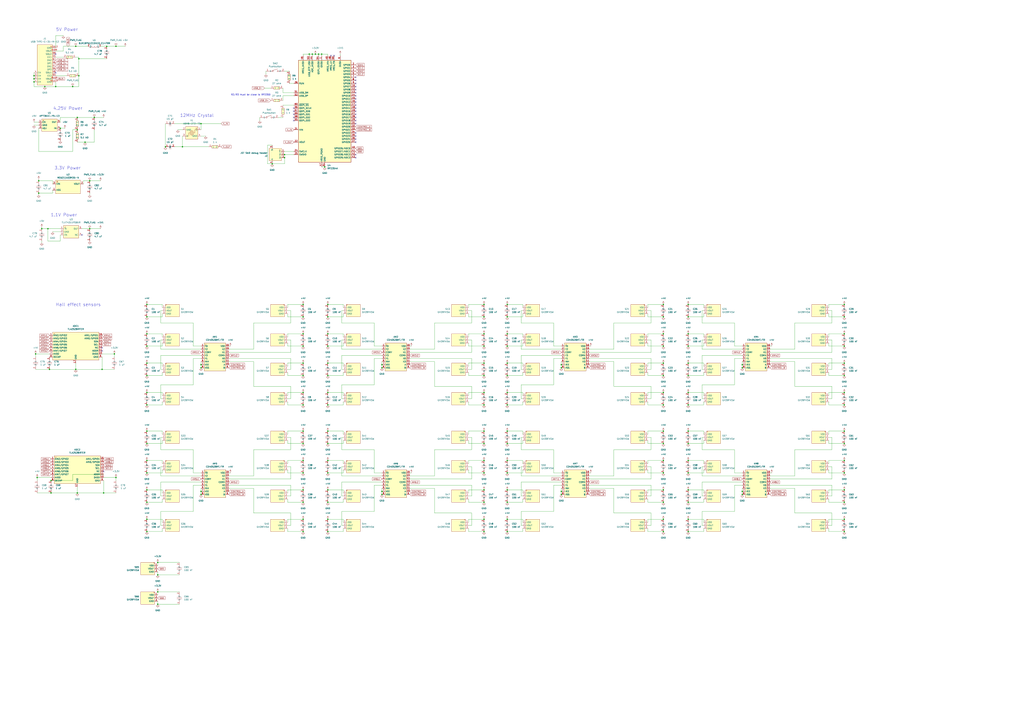
<source format=kicad_sch>
(kicad_sch (version 20250114) (generator "eeschema") (generator_version "9.0")
  (paper "A1")
  (title_block (title "https://github.com/DumpsterDoofus/keyboard_accordion"))
  (text "R2/R3 must be close to RP2350\n" (at 189.738 78.74 0) (effects (font (size 1.27 1.27)) (justify left bottom)))
  (text "4.25V Power" (at 43.688 90.678 0) (effects (font (size 2.54 2.54)) (justify left bottom)))
  (text "5V Power" (at 45.974 25.908 0) (effects (font (size 2.54 2.54)) (justify left bottom)))
  (text "3.3V Power" (at 44.704 139.7 0) (effects (font (size 2.54 2.54)) (justify left bottom)))
  (text "12MHz Crystal" (at 147.828 96.52 0) (effects (font (size 2.54 2.54)) (justify left bottom)))
  (text "Hall effect sensors" (at 45.72 251.968 0) (effects (font (size 2.54 2.54)) (justify left bottom)))
  (text "1.1V Power" (at 41.656 178.308 0) (effects (font (size 2.54 2.54)) (justify left bottom)))
  (junction (at 269.24 364.49))
  (junction (at 416.56 388.62))
  (junction (at 120.65 388.62))
  (junction (at 31.75 158.75))
  (junction (at 27.94 64.77))
  (junction (at 565.15 364.49))
  (junction (at 135.89 120.65))
  (junction (at 544.83 322.58))
  (junction (at 248.92 378.46))
  (junction (at 461.01 302.26))
  (junction (at 45.72 71.12))
  (junction (at 261.62 44.45))
  (junction (at 248.92 388.62))
  (junction (at 397.51 426.72))
  (junction (at 397.51 298.45))
  (junction (at 693.42 402.59))
  (junction (at 544.83 260.35))
  (junction (at 269.24 322.58))
  (junction (at 416.56 354.33))
  (junction (at 27.94 62.23))
  (junction (at 49.53 105.41))
  (junction (at 120.65 426.72))
  (junction (at 248.92 354.33))
  (junction (at 693.42 426.72))
  (junction (at 416.56 378.46))
  (junction (at 544.83 250.19))
  (junction (at 264.16 44.45))
  (junction (at 269.24 436.88))
  (junction (at 565.15 274.32))
  (junction (at 416.56 426.72))
  (junction (at 416.56 412.75))
  (junction (at 233.68 127))
  (junction (at 120.65 378.46))
  (junction (at 397.51 250.19))
  (junction (at 269.24 426.72))
  (junction (at 69.85 116.84))
  (junction (at 120.65 436.88))
  (junction (at 149.86 120.65))
  (junction (at 269.24 308.61))
  (junction (at 397.51 354.33))
  (junction (at 461.01 406.4))
  (junction (at 95.25 392.43))
  (junction (at 269.24 378.46))
  (junction (at 120.65 298.45))
  (junction (at 565.15 412.75))
  (junction (at 34.29 187.96))
  (junction (at 269.24 260.35))
  (junction (at 269.24 274.32))
  (junction (at 461.01 299.72))
  (junction (at 129.54 496.57))
  (junction (at 544.83 308.61))
  (junction (at 693.42 284.48))
  (junction (at 416.56 274.32))
  (junction (at 416.56 260.35))
  (junction (at 693.42 378.46))
  (junction (at 397.51 284.48))
  (junction (at 248.92 260.35))
  (junction (at 73.66 187.96))
  (junction (at 39.37 187.96))
  (junction (at 609.6 406.4))
  (junction (at 87.63 38.1))
  (junction (at 259.08 44.45))
  (junction (at 397.51 332.74))
  (junction (at 64.77 48.26))
  (junction (at 165.1 403.86))
  (junction (at 269.24 284.48))
  (junction (at 129.54 472.44))
  (junction (at 269.24 402.59))
  (junction (at 64.77 62.23))
  (junction (at 248.92 250.19))
  (junction (at 269.24 298.45))
  (junction (at 693.42 364.49))
  (junction (at 544.83 436.88))
  (junction (at 120.65 250.19))
  (junction (at 63.5 96.52))
  (junction (at 165.1 302.26))
  (junction (at 565.15 388.62))
  (junction (at 266.7 137.16))
  (junction (at 565.15 250.19))
  (junction (at 416.56 436.88))
  (junction (at 416.56 284.48))
  (junction (at 565.15 298.45))
  (junction (at 544.83 298.45))
  (junction (at 248.92 364.49))
  (junction (at 544.83 378.46))
  (junction (at 544.83 332.74))
  (junction (at 693.42 332.74))
  (junction (at 77.47 96.52))
  (junction (at 248.92 308.61))
  (junction (at 693.42 388.62))
  (junction (at 416.56 364.49))
  (junction (at 693.42 298.45))
  (junction (at 461.01 403.86))
  (junction (at 397.51 412.75))
  (junction (at 544.83 364.49))
  (junction (at 609.6 302.26))
  (junction (at 544.83 274.32))
  (junction (at 129.54 486.41))
  (junction (at 120.65 402.59))
  (junction (at 544.83 402.59))
  (junction (at 120.65 364.49))
  (junction (at 29.21 290.83))
  (junction (at 120.65 332.74))
  (junction (at 269.24 250.19))
  (junction (at 269.24 354.33))
  (junction (at 248.92 284.48))
  (junction (at 27.94 67.31))
  (junction (at 36.83 71.12))
  (junction (at 120.65 284.48))
  (junction (at 85.09 405.13))
  (junction (at 416.56 298.45))
  (junction (at 269.24 412.75))
  (junction (at 269.24 388.62))
  (junction (at 120.65 322.58))
  (junction (at 95.25 38.1))
  (junction (at 254 44.45))
  (junction (at 565.15 284.48))
  (junction (at 397.51 436.88))
  (junction (at 416.56 250.19))
  (junction (at 120.65 260.35))
  (junction (at 59.69 71.12))
  (junction (at 416.56 332.74))
  (junction (at 129.54 462.28))
  (junction (at 248.92 402.59))
  (junction (at 165.1 406.4))
  (junction (at 544.83 388.62))
  (junction (at 120.65 274.32))
  (junction (at 693.42 436.88))
  (junction (at 565.15 436.88))
  (junction (at 693.42 354.33))
  (junction (at 41.91 394.97))
  (junction (at 693.42 260.35))
  (junction (at 269.24 332.74))
  (junction (at 416.56 402.59))
  (junction (at 313.69 299.72))
  (junction (at 313.69 403.86))
  (junction (at 93.98 290.83))
  (junction (at 40.64 303.53))
  (junction (at 256.54 44.45))
  (junction (at 416.56 322.58))
  (junction (at 693.42 274.32))
  (junction (at 565.15 332.74))
  (junction (at 248.92 412.75))
  (junction (at 63.5 106.68))
  (junction (at 313.69 406.4))
  (junction (at 165.1 299.72))
  (junction (at 544.83 412.75))
  (junction (at 30.48 392.43))
  (junction (at 120.65 308.61))
  (junction (at 41.91 405.13))
  (junction (at 31.75 148.59))
  (junction (at 565.15 402.59))
  (junction (at 223.52 134.62))
  (junction (at 565.15 308.61))
  (junction (at 693.42 322.58))
  (junction (at 693.42 412.75))
  (junction (at 248.92 298.45))
  (junction (at 165.1 101.6))
  (junction (at 63.5 405.13))
  (junction (at 73.66 148.59))
  (junction (at 544.83 354.33))
  (junction (at 416.56 308.61))
  (junction (at 544.83 426.72))
  (junction (at 565.15 378.46))
  (junction (at 120.65 412.75))
  (junction (at 397.51 260.35))
  (junction (at 397.51 388.62))
  (junction (at 693.42 308.61))
  (junction (at 248.92 426.72))
  (junction (at 397.51 274.32))
  (junction (at 397.51 322.58))
  (junction (at 248.92 332.74))
  (junction (at 248.92 322.58))
  (junction (at 397.51 364.49))
  (junction (at 544.83 284.48))
  (junction (at 83.82 303.53))
  (junction (at 693.42 250.19))
  (junction (at 62.23 303.53))
  (junction (at 609.6 299.72))
  (junction (at 397.51 402.59))
  (junction (at 609.6 403.86))
  (junction (at 565.15 260.35))
  (junction (at 565.15 426.72))
  (junction (at 397.51 378.46))
  (junction (at 397.51 308.61))
  (junction (at 313.69 302.26))
  (junction (at 233.68 129.54))
  (junction (at 565.15 354.33))
  (junction (at 248.92 274.32))
  (junction (at 248.92 436.88))
  (junction (at 120.65 354.33))
  (junction (at 565.15 322.58))
  (junction (at 62.23 38.1))
  (no_connect (at 292.1 81.28))
  (no_connect (at 292.1 78.74))
  (no_connect (at 292.1 73.66))
  (no_connect (at 292.1 116.84))
  (no_connect (at 292.1 127))
  (no_connect (at 85.09 387.35))
  (no_connect (at 292.1 83.82))
  (no_connect (at 292.1 96.52))
  (no_connect (at 292.1 99.06))
  (no_connect (at 292.1 66.04))
  (no_connect (at 241.3 93.98))
  (no_connect (at 292.1 129.54))
  (no_connect (at 292.1 63.5))
  (no_connect (at 241.3 96.52))
  (no_connect (at 292.1 91.44))
  (no_connect (at 83.82 285.75))
  (no_connect (at 292.1 101.6))
  (no_connect (at 292.1 93.98))
  (no_connect (at 292.1 109.22))
  (no_connect (at 241.3 91.44))
  (no_connect (at 292.1 111.76))
  (no_connect (at 83.82 288.29))
  (no_connect (at 45.72 59.69))
  (no_connect (at 292.1 71.12))
  (no_connect (at 292.1 86.36))
  (no_connect (at 271.78 45.72))
  (no_connect (at 292.1 76.2))
  (no_connect (at 292.1 88.9))
  (no_connect (at 274.32 45.72))
  (no_connect (at 241.3 88.9))
  (no_connect (at 241.3 99.06))
  (no_connect (at 67.31 193.04))
  (no_connect (at 292.1 68.58))
  (no_connect (at 45.72 44.45))
  (no_connect (at 292.1 114.3))
  (wire (pts (xy 416.56 436.88) (xy 429.26 436.88)))
  (wire (pts (xy 238.76 279.4) (xy 238.76 289.56)))
  (wire (pts (xy 680.72 426.72) (xy 680.72 429.26)))
  (wire (pts (xy 269.24 298.45) (xy 281.94 298.45)))
  (wire (pts (xy 680.72 402.59) (xy 680.72 405.13)))
  (wire (pts (xy 609.6 302.26) (xy 609.6 299.72)))
  (wire (pts (xy 577.85 257.81) (xy 577.85 260.35)))
  (wire (pts (xy 59.69 106.68) (xy 63.5 106.68)))
  (wire (pts (xy 62.23 38.1) (xy 72.39 38.1)))
  (wire (pts (xy 248.92 412.75) (xy 236.22 412.75)))
  (wire (pts (xy 336.55 393.7) (xy 387.35 393.7)))
  (wire (pts (xy 429.26 298.45) (xy 429.26 300.99)))
  (wire (pts (xy 461.01 294.64) (xy 454.66 294.64)))
  (wire (pts (xy 31.75 147.32) (xy 31.75 148.59)))
  (wire (pts (xy 532.13 378.46) (xy 532.13 381)))
  (wire (pts (xy 236.22 361.95) (xy 236.22 364.49)))
  (wire (pts (xy 30.48 392.43) (xy 41.91 392.43)))
  (wire (pts (xy 336.55 294.64) (xy 387.35 294.64)))
  (wire (pts (xy 429.26 281.94) (xy 429.26 284.48)))
  (wire (pts (xy 236.22 281.94) (xy 236.22 284.48)))
  (wire (pts (xy 129.54 469.9) (xy 129.54 472.44)))
  (wire (pts (xy 158.75 316.23) (xy 132.08 316.23)))
  (wire (pts (xy 59.69 124.46) (xy 59.69 106.68)))
  (wire (pts (xy 64.77 46.99) (xy 64.77 48.26)))
  (wire (pts (xy 281.94 361.95) (xy 281.94 364.49)))
  (wire (pts (xy 67.31 187.96) (xy 73.66 187.96)))
  (wire (pts (xy 483.87 289.56) (xy 534.67 289.56)))
  (wire (pts (xy 208.28 287.02) (xy 208.28 265.43)))
  (wire (pts (xy 632.46 287.02) (xy 652.78 287.02)))
  (wire (pts (xy 165.1 287.02) (xy 132.08 287.02)))
  (wire (pts (xy 43.18 151.13) (xy 43.18 148.59)))
  (wire (pts (xy 269.24 426.72) (xy 281.94 426.72)))
  (wire (pts (xy 236.22 332.74) (xy 248.92 332.74)))
  (wire (pts (xy 281.94 410.21) (xy 281.94 412.75)))
  (wire (pts (xy 62.23 46.99) (xy 64.77 46.99)))
  (wire (pts (xy 307.34 316.23) (xy 280.67 316.23)))
  (wire (pts (xy 576.58 359.41) (xy 577.85 359.41)))
  (wire (pts (xy 680.72 274.32) (xy 693.42 274.32)))
  (wire (pts (xy 504.19 287.02) (xy 504.19 265.43)))
  (wire (pts (xy 652.78 287.02) (xy 652.78 265.43)))
  (wire (pts (xy 59.69 71.12) (xy 45.72 71.12)))
  (wire (pts (xy 248.92 284.48) (xy 236.22 284.48)))
  (wire (pts (xy 632.46 388.62) (xy 633.73 388.62)))
  (wire (pts (xy 544.83 388.62) (xy 532.13 388.62)))
  (wire (pts (xy 120.65 402.59) (xy 133.35 402.59)))
  (wire (pts (xy 133.35 322.58) (xy 133.35 325.12)))
  (wire (pts (xy 416.56 274.32) (xy 429.26 274.32)))
  (wire (pts (xy 577.85 250.19) (xy 577.85 252.73)))
  (wire (pts (xy 208.28 317.5) (xy 238.76 317.5)))
  (wire (pts (xy 233.68 127) (xy 241.3 127)))
  (wire (pts (xy 680.72 386.08) (xy 680.72 388.62)))
  (wire (pts (xy 54.61 62.23) (xy 45.72 62.23)))
  (wire (pts (xy 652.78 297.18) (xy 652.78 317.5)))
  (wire (pts (xy 384.81 410.21) (xy 384.81 412.75)))
  (wire (pts (xy 603.25 398.78) (xy 603.25 420.37)))
  (wire (pts (xy 158.75 388.62) (xy 165.1 388.62)))
  (wire (pts (xy 532.13 378.46) (xy 544.83 378.46)))
  (wire (pts (xy 281.94 354.33) (xy 281.94 356.87)))
  (wire (pts (xy 532.13 386.08) (xy 532.13 388.62)))
  (wire (pts (xy 236.22 322.58) (xy 248.92 322.58)))
  (wire (pts (xy 429.26 274.32) (xy 429.26 276.86)))
  (wire (pts (xy 461.01 391.16) (xy 427.99 391.16)))
  (wire (pts (xy 429.26 257.81) (xy 429.26 260.35)))
  (wire (pts (xy 132.08 287.02) (xy 132.08 279.4)))
  (wire (pts (xy 313.69 391.16) (xy 280.67 391.16)))
  (wire (pts (xy 483.87 398.78) (xy 534.67 398.78)))
  (wire (pts (xy 416.56 378.46) (xy 429.26 378.46)))
  (wire (pts (xy 534.67 398.78) (xy 534.67 407.67)))
  (wire (pts (xy 307.34 369.57) (xy 280.67 369.57)))
  (wire (pts (xy 238.76 294.64) (xy 238.76 303.53)))
  (wire (pts (xy 281.94 402.59) (xy 281.94 405.13)))
  (wire (pts (xy 416.56 412.75) (xy 429.26 412.75)))
  (wire (pts (xy 336.55 297.18) (xy 356.87 297.18)))
  (wire (pts (xy 120.65 378.46) (xy 133.35 378.46)))
  (wire (pts (xy 165.1 101.6) (xy 143.51 101.6)))
  (wire (pts (xy 532.13 364.49) (xy 544.83 364.49)))
  (wire (pts (xy 416.56 364.49) (xy 429.26 364.49)))
  (wire (pts (xy 313.69 406.4) (xy 313.69 403.86)))
  (wire (pts (xy 187.96 289.56) (xy 238.76 289.56)))
  (wire (pts (xy 135.89 101.6) (xy 135.89 120.65)))
  (wire (pts (xy 683.26 279.4) (xy 680.72 279.4)))
  (wire (pts (xy 565.15 322.58) (xy 577.85 322.58)))
  (wire (pts (xy 281.94 298.45) (xy 281.94 300.99)))
  (wire (pts (xy 232.41 86.36) (xy 241.3 86.36)))
  (wire (pts (xy 236.22 402.59) (xy 236.22 405.13)))
  (wire (pts (xy 680.72 354.33) (xy 693.42 354.33)))
  (wire (pts (xy 427.99 396.24) (xy 427.99 407.67)))
  (wire (pts (xy 281.94 434.34) (xy 281.94 436.88)))
  (wire (pts (xy 187.96 294.64) (xy 238.76 294.64)))
  (wire (pts (xy 279.4 44.45) (xy 279.4 45.72)))
  (wire (pts (xy 281.94 322.58) (xy 281.94 325.12)))
  (wire (pts (xy 133.35 410.21) (xy 133.35 412.75)))
  (wire (pts (xy 576.58 391.16) (xy 576.58 383.54)))
  (wire (pts (xy 532.13 426.72) (xy 532.13 429.26)))
  (wire (pts (xy 416.56 322.58) (xy 429.26 322.58)))
  (wire (pts (xy 356.87 297.18) (xy 356.87 317.5)))
  (wire (pts (xy 217.17 72.39) (xy 222.25 72.39)))
  (wire (pts (xy 43.18 148.59) (xy 31.75 148.59)))
  (wire (pts (xy 544.83 412.75) (xy 532.13 412.75)))
  (wire (pts (xy 133.35 386.08) (xy 133.35 388.62)))
  (wire (pts (xy 534.67 255.27) (xy 532.13 255.27)))
  (wire (pts (xy 232.41 76.2) (xy 232.41 72.39)))
  (wire (pts (xy 680.72 361.95) (xy 680.72 364.49)))
  (wire (pts (xy 454.66 294.64) (xy 454.66 316.23)))
  (wire (pts (xy 577.85 378.46) (xy 577.85 381)))
  (wire (pts (xy 534.67 431.8) (xy 532.13 431.8)))
  (wire (pts (xy 236.22 436.88) (xy 248.92 436.88)))
  (wire (pts (xy 680.72 322.58) (xy 693.42 322.58)))
  (wire (pts (xy 236.22 434.34) (xy 236.22 436.88)))
  (wire (pts (xy 609.6 287.02) (xy 576.58 287.02)))
  (wire (pts (xy 39.37 198.12) (xy 39.37 187.96)))
  (wire (pts (xy 132.08 292.1) (xy 132.08 303.53)))
  (wire (pts (xy 133.35 426.72) (xy 133.35 429.26)))
  (wire (pts (xy 83.82 303.53) (xy 62.23 303.53)))
  (wire (pts (xy 313.69 396.24) (xy 280.67 396.24)))
  (wire (pts (xy 238.76 255.27) (xy 236.22 255.27)))
  (wire (pts (xy 259.08 44.45) (xy 261.62 44.45)))
  (wire (pts (xy 280.67 279.4) (xy 281.94 279.4)))
  (wire (pts (xy 82.55 187.96) (xy 73.66 187.96)))
  (wire (pts (xy 236.22 298.45) (xy 248.92 298.45)))
  (wire (pts (xy 269.24 274.32) (xy 281.94 274.32)))
  (wire (pts (xy 29.21 290.83) (xy 40.64 290.83)))
  (wire (pts (xy 576.58 265.43) (xy 576.58 255.27)))
  (wire (pts (xy 577.85 281.94) (xy 577.85 284.48)))
  (wire (pts (xy 34.29 187.96) (xy 39.37 187.96)))
  (wire (pts (xy 387.35 265.43) (xy 387.35 255.27)))
  (wire (pts (xy 683.26 303.53) (xy 680.72 303.53)))
  (wire (pts (xy 133.35 378.46) (xy 133.35 381)))
  (wire (pts (xy 576.58 316.23) (xy 576.58 327.66)))
  (wire (pts (xy 187.96 391.16) (xy 208.28 391.16)))
  (wire (pts (xy 223.52 119.38) (xy 219.71 119.38)))
  (wire (pts (xy 532.13 322.58) (xy 532.13 325.12)))
  (wire (pts (xy 132.08 265.43) (xy 132.08 255.27)))
  (wire (pts (xy 397.51 284.48) (xy 384.81 284.48)))
  (wire (pts (xy 280.67 303.53) (xy 281.94 303.53)))
  (wire (pts (xy 454.66 316.23) (xy 427.99 316.23)))
  (wire (pts (xy 236.22 298.45) (xy 236.22 300.99)))
  (wire (pts (xy 577.85 426.72) (xy 577.85 429.26)))
  (wire (pts (xy 129.54 486.41) (xy 129.54 488.95)))
  (wire (pts (xy 269.24 322.58) (xy 281.94 322.58)))
  (wire (pts (xy 49.53 198.12) (xy 39.37 198.12)))
  (wire (pts (xy 52.07 46.99) (xy 45.72 46.99)))
  (wire (pts (xy 208.28 369.57) (xy 238.76 369.57)))
  (wire (pts (xy 307.34 284.48) (xy 313.69 284.48)))
  (wire (pts (xy 120.65 388.62) (xy 133.35 388.62)))
  (wire (pts (xy 532.13 298.45) (xy 544.83 298.45)))
  (wire (pts (xy 132.08 396.24) (xy 132.08 407.67)))
  (wire (pts (xy 187.96 398.78) (xy 238.76 398.78)))
  (wire (pts (xy 384.81 298.45) (xy 397.51 298.45)))
  (wire (pts (xy 219.71 134.62) (xy 223.52 134.62)))
  (wire (pts (xy 313.69 292.1) (xy 280.67 292.1)))
  (wire (pts (xy 280.67 369.57) (xy 280.67 359.41)))
  (wire (pts (xy 534.67 317.5) (xy 534.67 327.66)))
  (wire (pts (xy 280.67 316.23) (xy 280.67 327.66)))
  (wire (pts (xy 336.55 284.48) (xy 337.82 284.48)))
  (wire (pts (xy 683.26 255.27) (xy 680.72 255.27)))
  (wire (pts (xy 132.08 369.57) (xy 132.08 359.41)))
  (wire (pts (xy 236.22 260.35) (xy 248.92 260.35)))
  (wire (pts (xy 603.25 388.62) (xy 603.25 369.57)))
  (wire (pts (xy 534.67 279.4) (xy 534.67 289.56)))
  (wire (pts (xy 40.64 303.53) (xy 62.23 303.53)))
  (wire (pts (xy 238.76 383.54) (xy 236.22 383.54)))
  (wire (pts (xy 387.35 383.54) (xy 387.35 393.7)))
  (wire (pts (xy 534.67 327.66) (xy 532.13 327.66)))
  (wire (pts (xy 133.35 361.95) (xy 133.35 364.49)))
  (wire (pts (xy 133.35 281.94) (xy 133.35 284.48)))
  (wire (pts (xy 384.81 260.35) (xy 397.51 260.35)))
  (wire (pts (xy 45.72 71.12) (xy 36.83 71.12)))
  (wire (pts (xy 120.65 298.45) (xy 133.35 298.45)))
  (wire (pts (xy 683.26 398.78) (xy 683.26 407.67)))
  (wire (pts (xy 632.46 401.32) (xy 652.78 401.32)))
  (wire (pts (xy 256.54 44.45) (xy 259.08 44.45)))
  (wire (pts (xy 45.72 41.91) (xy 52.07 41.91)))
  (wire (pts (xy 387.35 317.5) (xy 387.35 327.66)))
  (wire (pts (xy 158.75 284.48) (xy 158.75 265.43)))
  (wire (pts (xy 280.67 327.66) (xy 281.94 327.66)))
  (wire (pts (xy 158.75 420.37) (xy 132.08 420.37)))
  (wire (pts (xy 680.72 274.32) (xy 680.72 276.86)))
  (wire (pts (xy 269.24 402.59) (xy 281.94 402.59)))
  (wire (pts (xy 683.26 369.57) (xy 683.26 359.41)))
  (wire (pts (xy 461.01 299.72) (xy 461.01 297.18)))
  (wire (pts (xy 504.19 391.16) (xy 504.19 369.57)))
  (wire (pts (xy 236.22 386.08) (xy 236.22 388.62)))
  (wire (pts (xy 504.19 265.43) (xy 534.67 265.43)))
  (wire (pts (xy 233.68 129.54) (xy 233.68 134.62)))
  (wire (pts (xy 384.81 322.58) (xy 384.81 325.12)))
  (wire (pts (xy 280.67 391.16) (xy 280.67 383.54)))
  (wire (pts (xy 384.81 298.45) (xy 384.81 300.99)))
  (wire (pts (xy 132.08 391.16) (xy 132.08 383.54)))
  (wire (pts (xy 165.1 294.64) (xy 158.75 294.64)))
  (wire (pts (xy 236.22 274.32) (xy 248.92 274.32)))
  (wire (pts (xy 609.6 391.16) (xy 576.58 391.16)))
  (wire (pts (xy 577.85 274.32) (xy 577.85 276.86)))
  (wire (pts (xy 461.01 396.24) (xy 427.99 396.24)))
  (wire (pts (xy 30.48 392.43) (xy 30.48 394.97)))
  (wire (pts (xy 427.99 292.1) (xy 427.99 303.53)))
  (wire (pts (xy 461.01 287.02) (xy 427.99 287.02)))
  (wire (pts (xy 632.46 391.16) (xy 652.78 391.16)))
  (wire (pts (xy 603.25 284.48) (xy 603.25 265.43)))
  (wire (pts (xy 532.13 354.33) (xy 544.83 354.33)))
  (wire (pts (xy 45.72 67.31) (xy 45.72 71.12)))
  (wire (pts (xy 120.65 284.48) (xy 133.35 284.48)))
  (wire (pts (xy 281.94 378.46) (xy 281.94 381)))
  (wire (pts (xy 387.35 407.67) (xy 384.81 407.67)))
  (wire (pts (xy 576.58 255.27) (xy 577.85 255.27)))
  (wire (pts (xy 565.15 388.62) (xy 577.85 388.62)))
  (wire (pts (xy 269.24 364.49) (xy 281.94 364.49)))
  (wire (pts (xy 31.75 100.33) (xy 27.94 100.33)))
  (wire (pts (xy 147.32 496.57) (xy 129.54 496.57)))
  (wire (pts (xy 683.26 317.5) (xy 683.26 327.66)))
  (wire (pts (xy 483.87 391.16) (xy 504.19 391.16)))
  (wire (pts (xy 565.15 402.59) (xy 577.85 402.59)))
  (wire (pts (xy 680.72 426.72) (xy 693.42 426.72)))
  (wire (pts (xy 269.24 332.74) (xy 281.94 332.74)))
  (wire (pts (xy 534.67 279.4) (xy 532.13 279.4)))
  (wire (pts (xy 384.81 274.32) (xy 397.51 274.32)))
  (wire (pts (xy 236.22 257.81) (xy 236.22 260.35)))
  (wire (pts (xy 577.85 402.59) (xy 577.85 405.13)))
  (wire (pts (xy 307.34 420.37) (xy 280.67 420.37)))
  (wire (pts (xy 356.87 265.43) (xy 387.35 265.43)))
  (wire (pts (xy 577.85 410.21) (xy 577.85 412.75)))
  (wire (pts (xy 83.82 290.83) (xy 93.98 290.83)))
  (wire (pts (xy 429.26 361.95) (xy 429.26 364.49)))
  (wire (pts (xy 680.72 402.59) (xy 693.42 402.59)))
  (wire (pts (xy 133.35 257.81) (xy 133.35 260.35)))
  (wire (pts (xy 384.81 257.81) (xy 384.81 260.35)))
  (wire (pts (xy 165.1 406.4) (xy 165.1 403.86)))
  (wire (pts (xy 228.6 96.52) (xy 232.41 96.52)))
  (wire (pts (xy 147.32 472.44) (xy 129.54 472.44)))
  (wire (pts (xy 336.55 398.78) (xy 387.35 398.78)))
  (wire (pts (xy 313.69 302.26) (xy 313.69 299.72)))
  (wire (pts (xy 384.81 426.72) (xy 384.81 429.26)))
  (wire (pts (xy 387.35 383.54) (xy 384.81 383.54)))
  (wire (pts (xy 52.07 41.91) (xy 52.07 38.1)))
  (wire (pts (xy 45.72 29.21) (xy 45.72 39.37)))
  (wire (pts (xy 356.87 421.64) (xy 387.35 421.64)))
  (wire (pts (xy 427.99 279.4) (xy 429.26 279.4)))
  (wire (pts (xy 532.13 274.32) (xy 532.13 276.86)))
  (wire (pts (xy 238.76 317.5) (xy 238.76 327.66)))
  (wire (pts (xy 565.15 412.75) (xy 577.85 412.75)))
  (wire (pts (xy 356.87 369.57) (xy 387.35 369.57)))
  (wire (pts (xy 683.26 407.67) (xy 680.72 407.67)))
  (wire (pts (xy 565.15 332.74) (xy 577.85 332.74)))
  (wire (pts (xy 120.65 426.72) (xy 133.35 426.72)))
  (wire (pts (xy 603.25 284.48) (xy 609.6 284.48)))
  (wire (pts (xy 236.22 330.2) (xy 236.22 332.74)))
  (wire (pts (xy 238.76 398.78) (xy 238.76 407.67)))
  (wire (pts (xy 77.47 116.84) (xy 69.85 116.84)))
  (wire (pts (xy 683.26 383.54) (xy 683.26 393.7)))
  (wire (pts (xy 532.13 426.72) (xy 544.83 426.72)))
  (wire (pts (xy 36.83 71.12) (xy 27.94 71.12)))
  (wire (pts (xy 454.66 284.48) (xy 454.66 265.43)))
  (wire (pts (xy 208.28 401.32) (xy 208.28 421.64)))
  (wire (pts (xy 429.26 250.19) (xy 429.26 252.73)))
  (wire (pts (xy 281.94 306.07) (xy 281.94 308.61)))
  (wire (pts (xy 680.72 298.45) (xy 680.72 300.99)))
  (wire (pts (xy 269.24 250.19) (xy 281.94 250.19)))
  (wire (pts (xy 387.35 279.4) (xy 384.81 279.4)))
  (wire (pts (xy 454.66 398.78) (xy 454.66 420.37)))
  (wire (pts (xy 237.49 68.58) (xy 241.3 68.58)))
  (wire (pts (xy 680.72 364.49) (xy 693.42 364.49)))
  (wire (pts (xy 384.81 332.74) (xy 397.51 332.74)))
  (wire (pts (xy 238.76 421.64) (xy 238.76 431.8)))
  (wire (pts (xy 41.91 394.97) (xy 59.69 394.97)))
  (wire (pts (xy 680.72 250.19) (xy 693.42 250.19)))
  (wire (pts (xy 427.99 255.27) (xy 429.26 255.27)))
  (wire (pts (xy 280.67 359.41) (xy 281.94 359.41)))
  (wire (pts (xy 483.87 388.62) (xy 485.14 388.62)))
  (wire (pts (xy 29.21 290.83) (xy 29.21 293.37)))
  (wire (pts (xy 384.81 378.46) (xy 397.51 378.46)))
  (wire (pts (xy 165.1 302.26) (xy 165.1 299.72)))
  (wire (pts (xy 483.87 401.32) (xy 504.19 401.32)))
  (wire (pts (xy 427.99 383.54) (xy 429.26 383.54)))
  (wire (pts (xy 238.76 383.54) (xy 238.76 393.7)))
  (wire (pts (xy 609.6 398.78) (xy 603.25 398.78)))
  (wire (pts (xy 208.28 421.64) (xy 238.76 421.64)))
  (wire (pts (xy 187.96 401.32) (xy 208.28 401.32)))
  (wire (pts (xy 93.98 290.83) (xy 93.98 293.37)))
  (wire (pts (xy 576.58 279.4) (xy 577.85 279.4)))
  (wire (pts (xy 683.26 421.64) (xy 683.26 431.8)))
  (wire (pts (xy 693.42 308.61) (xy 680.72 308.61)))
  (wire (pts (xy 158.75 398.78) (xy 158.75 420.37)))
  (wire (pts (xy 680.72 410.21) (xy 680.72 412.75)))
  (wire (pts (xy 454.66 369.57) (xy 427.99 369.57)))
  (wire (pts (xy 652.78 317.5) (xy 683.26 317.5)))
  (wire (pts (xy 384.81 281.94) (xy 384.81 284.48)))
  (wire (pts (xy 387.35 369.57) (xy 387.35 359.41)))
  (wire (pts (xy 29.21 303.53) (xy 40.64 303.53)))
  (wire (pts (xy 313.69 287.02) (xy 280.67 287.02)))
  (wire (pts (xy 132.08 431.8) (xy 133.35 431.8)))
  (wire (pts (xy 87.63 38.1) (xy 95.25 38.1)))
  (wire (pts (xy 64.77 71.12) (xy 59.69 71.12)))
  (wire (pts (xy 680.72 260.35) (xy 693.42 260.35)))
  (wire (pts (xy 241.3 76.2) (xy 232.41 76.2)))
  (wire (pts (xy 41.91 405.13) (xy 63.5 405.13)))
  (wire (pts (xy 427.99 391.16) (xy 427.99 383.54)))
  (wire (pts (xy 534.67 407.67) (xy 532.13 407.67)))
  (wire (pts (xy 30.48 405.13) (xy 41.91 405.13)))
  (wire (pts (xy 280.67 383.54) (xy 281.94 383.54)))
  (wire (pts (xy 31.75 160.02) (xy 31.75 158.75)))
  (wire (pts (xy 269.24 284.48) (xy 281.94 284.48)))
  (wire (pts (xy 132.08 316.23) (xy 132.08 327.66)))
  (wire (pts (xy 429.26 426.72) (xy 429.26 429.26)))
  (wire (pts (xy 454.66 284.48) (xy 461.01 284.48)))
  (wire (pts (xy 576.58 383.54) (xy 577.85 383.54)))
  (wire (pts (xy 248.92 308.61) (xy 236.22 308.61)))
  (wire (pts (xy 208.28 265.43) (xy 238.76 265.43)))
  (wire (pts (xy 461.01 403.86) (xy 461.01 401.32)))
  (wire (pts (xy 384.81 386.08) (xy 384.81 388.62)))
  (wire (pts (xy 680.72 436.88) (xy 693.42 436.88)))
  (wire (pts (xy 165.1 403.86) (xy 165.1 401.32)))
  (wire (pts (xy 693.42 388.62) (xy 680.72 388.62)))
  (wire (pts (xy 120.65 354.33) (xy 133.35 354.33)))
  (wire (pts (xy 384.81 364.49) (xy 397.51 364.49)))
  (wire (pts (xy 680.72 378.46) (xy 680.72 381)))
  (wire (pts (xy 233.68 58.42) (xy 237.49 58.42)))
  (wire (pts (xy 236.22 322.58) (xy 236.22 325.12)))
  (wire (pts (xy 64.77 62.23) (xy 64.77 71.12)))
  (wire (pts (xy 483.87 297.18) (xy 504.19 297.18)))
  (wire (pts (xy 238.76 369.57) (xy 238.76 359.41)))
  (wire (pts (xy 683.26 294.64) (xy 683.26 303.53)))
  (wire (pts (xy 132.08 407.67) (xy 133.35 407.67)))
  (wire (pts (xy 165.1 396.24) (xy 132.08 396.24)))
  (wire (pts (xy 577.85 306.07) (xy 577.85 308.61)))
  (wire (pts (xy 387.35 359.41) (xy 384.81 359.41)))
  (wire (pts (xy 280.67 292.1) (xy 280.67 303.53)))
  (wire (pts (xy 133.35 306.07) (xy 133.35 308.61)))
  (wire (pts (xy 534.67 294.64) (xy 534.67 303.53)))
  (wire (pts (xy 680.72 354.33) (xy 680.72 356.87)))
  (wire (pts (xy 565.15 260.35) (xy 577.85 260.35)))
  (wire (pts (xy 85.09 392.43) (xy 95.25 392.43)))
  (wire (pts (xy 158.75 265.43) (xy 132.08 265.43)))
  (wire (pts (xy 680.72 250.19) (xy 680.72 252.73)))
  (wire (pts (xy 281.94 281.94) (xy 281.94 284.48)))
  (wire (pts (xy 280.67 407.67) (xy 281.94 407.67)))
  (wire (pts (xy 73.66 158.75) (xy 73.66 160.02)))
  (wire (pts (xy 483.87 284.48) (xy 485.14 284.48)))
  (wire (pts (xy 120.65 250.19) (xy 133.35 250.19)))
  (wire (pts (xy 120.65 332.74) (xy 133.35 332.74)))
  (wire (pts (xy 504.19 297.18) (xy 504.19 317.5)))
  (wire (pts (xy 384.81 306.07) (xy 384.81 308.61)))
  (wire (pts (xy 236.22 402.59) (xy 248.92 402.59)))
  (wire (pts (xy 236.22 354.33) (xy 236.22 356.87)))
  (wire (pts (xy 236.22 250.19) (xy 248.92 250.19)))
  (wire (pts (xy 532.13 361.95) (xy 532.13 364.49)))
  (wire (pts (xy 576.58 327.66) (xy 577.85 327.66)))
  (wire (pts (xy 429.26 410.21) (xy 429.26 412.75)))
  (wire (pts (xy 31.75 102.87) (xy 27.94 102.87)))
  (wire (pts (xy 397.51 308.61) (xy 384.81 308.61)))
  (wire (pts (xy 82.55 148.59) (xy 73.66 148.59)))
  (wire (pts (xy 133.35 274.32) (xy 133.35 276.86)))
  (wire (pts (xy 532.13 436.88) (xy 544.83 436.88)))
  (wire (pts (xy 603.25 294.64) (xy 603.25 316.23)))
  (wire (pts (xy 120.65 308.61) (xy 133.35 308.61)))
  (wire (pts (xy 219.71 119.38) (xy 219.71 134.62)))
  (wire (pts (xy 504.19 421.64) (xy 534.67 421.64)))
  (wire (pts (xy 307.34 388.62) (xy 307.34 369.57)))
  (wire (pts (xy 233.68 127) (xy 233.68 129.54)))
  (wire (pts (xy 236.22 426.72) (xy 236.22 429.26)))
  (wire (pts (xy 427.99 303.53) (xy 429.26 303.53)))
  (wire (pts (xy 565.15 308.61) (xy 577.85 308.61)))
  (wire (pts (xy 680.72 281.94) (xy 680.72 284.48)))
  (wire (pts (xy 281.94 330.2) (xy 281.94 332.74)))
  (wire (pts (xy 680.72 306.07) (xy 680.72 308.61)))
  (wire (pts (xy 384.81 378.46) (xy 384.81 381)))
  (wire (pts (xy 609.6 406.4) (xy 609.6 403.86)))
  (wire (pts (xy 483.87 294.64) (xy 534.67 294.64)))
  (wire (pts (xy 532.13 354.33) (xy 532.13 356.87)))
  (wire (pts (xy 313.69 398.78) (xy 307.34 398.78)))
  (wire (pts (xy 632.46 297.18) (xy 652.78 297.18)))
  (wire (pts (xy 254 44.45) (xy 256.54 44.45)))
  (wire (pts (xy 336.55 287.02) (xy 356.87 287.02)))
  (wire (pts (xy 384.81 436.88) (xy 397.51 436.88)))
  (wire (pts (xy 532.13 260.35) (xy 544.83 260.35)))
  (wire (pts (xy 387.35 398.78) (xy 387.35 407.67)))
  (wire (pts (xy 384.81 361.95) (xy 384.81 364.49)))
  (wire (pts (xy 652.78 401.32) (xy 652.78 421.64)))
  (wire (pts (xy 693.42 284.48) (xy 680.72 284.48)))
  (wire (pts (xy 132.08 303.53) (xy 133.35 303.53)))
  (wire (pts (xy 576.58 303.53) (xy 577.85 303.53)))
  (wire (pts (xy 576.58 420.37) (xy 576.58 431.8)))
  (wire (pts (xy 336.55 391.16) (xy 356.87 391.16)))
  (wire (pts (xy 120.65 322.58) (xy 133.35 322.58)))
  (wire (pts (xy 39.37 187.96) (xy 49.53 187.96)))
  (wire (pts (xy 241.3 78.74) (xy 232.41 78.74)))
  (wire (pts (xy 336.55 388.62) (xy 337.82 388.62)))
  (wire (pts (xy 504.19 369.57) (xy 534.67 369.57)))
  (wire (pts (xy 609.6 294.64) (xy 603.25 294.64)))
  (wire (pts (xy 384.81 330.2) (xy 384.81 332.74)))
  (wire (pts (xy 603.25 369.57) (xy 576.58 369.57)))
  (wire (pts (xy 187.96 287.02) (xy 208.28 287.02)))
  (wire (pts (xy 387.35 294.64) (xy 387.35 303.53)))
  (wire (pts (xy 384.81 250.19) (xy 384.81 252.73)))
  (wire (pts (xy 83.82 303.53) (xy 93.98 303.53)))
  (wire (pts (xy 461.01 406.4) (xy 461.01 403.86)))
  (wire (pts (xy 149.86 120.65) (xy 143.51 120.65)))
  (wire (pts (xy 632.46 393.7) (xy 683.26 393.7)))
  (wire (pts (xy 693.42 412.75) (xy 680.72 412.75)))
  (wire (pts (xy 416.56 298.45) (xy 429.26 298.45)))
  (wire (pts (xy 307.34 398.78) (xy 307.34 420.37)))
  (wire (pts (xy 281.94 257.81) (xy 281.94 260.35)))
  (wire (pts (xy 31.75 105.41) (xy 31.75 124.46)))
  (wire (pts (xy 534.67 383.54) (xy 532.13 383.54)))
  (wire (pts (xy 147.32 462.28) (xy 129.54 462.28)))
  (wire (pts (xy 416.56 402.59) (xy 429.26 402.59)))
  (wire (pts (xy 132.08 420.37) (xy 132.08 431.8)))
  (wire (pts (xy 307.34 284.48) (xy 307.34 265.43)))
  (wire (pts (xy 269.24 388.62) (xy 281.94 388.62)))
  (wire (pts (xy 680.72 330.2) (xy 680.72 332.74)))
  (wire (pts (xy 43.18 158.75) (xy 31.75 158.75)))
  (wire (pts (xy 532.13 306.07) (xy 532.13 308.61)))
  (wire (pts (xy 632.46 398.78) (xy 683.26 398.78)))
  (wire (pts (xy 165.1 101.6) (xy 181.61 101.6)))
  (wire (pts (xy 238.76 265.43) (xy 238.76 255.27)))
  (wire (pts (xy 384.81 402.59) (xy 384.81 405.13)))
  (wire (pts (xy 133.35 330.2) (xy 133.35 332.74)))
  (wire (pts (xy 133.35 354.33) (xy 133.35 356.87)))
  (wire (pts (xy 483.87 287.02) (xy 504.19 287.02)))
  (wire (pts (xy 603.25 420.37) (xy 576.58 420.37)))
  (wire (pts (xy 269.24 378.46) (xy 281.94 378.46)))
  (wire (pts (xy 280.67 396.24) (xy 280.67 407.67)))
  (wire (pts (xy 384.81 250.19) (xy 397.51 250.19)))
  (wire (pts (xy 416.56 250.19) (xy 429.26 250.19)))
  (wire (pts (xy 280.67 287.02) (xy 280.67 279.4)))
  (wire (pts (xy 49.53 193.04) (xy 49.53 198.12)))
  (wire (pts (xy 565.15 436.88) (xy 577.85 436.88)))
  (wire (pts (xy 233.68 124.46) (xy 241.3 124.46)))
  (wire (pts (xy 68.58 151.13) (xy 68.58 148.59)))
  (wire (pts (xy 238.76 303.53) (xy 236.22 303.53)))
  (wire (pts (xy 534.67 383.54) (xy 534.67 393.7)))
  (wire (pts (xy 454.66 265.43) (xy 427.99 265.43)))
  (wire (pts (xy 63.5 96.52) (xy 77.47 96.52)))
  (wire (pts (xy 280.67 420.37) (xy 280.67 431.8)))
  (wire (pts (xy 532.13 332.74) (xy 544.83 332.74)))
  (wire (pts (xy 269.24 308.61) (xy 281.94 308.61)))
  (wire (pts (xy 129.54 462.28) (xy 129.54 464.82)))
  (wire (pts (xy 49.53 96.52) (xy 63.5 96.52)))
  (wire (pts (xy 534.67 265.43) (xy 534.67 255.27)))
  (wire (pts (xy 565.15 354.33) (xy 577.85 354.33)))
  (wire (pts (xy 576.58 396.24) (xy 576.58 407.67)))
  (wire (pts (xy 281.94 274.32) (xy 281.94 276.86)))
  (wire (pts (xy 384.81 434.34) (xy 384.81 436.88)))
  (wire (pts (xy 576.58 287.02) (xy 576.58 279.4)))
  (wire (pts (xy 264.16 137.16) (xy 266.7 137.16)))
  (wire (pts (xy 565.15 250.19) (xy 577.85 250.19)))
  (wire (pts (xy 565.15 284.48) (xy 577.85 284.48)))
  (wire (pts (xy 208.28 297.18) (xy 208.28 317.5)))
  (wire (pts (xy 236.22 274.32) (xy 236.22 276.86)))
  (wire (pts (xy 264.16 44.45) (xy 269.24 44.45)))
  (wire (pts (xy 236.22 378.46) (xy 236.22 381)))
  (wire (pts (xy 609.6 299.72) (xy 609.6 297.18)))
  (wire (pts (xy 387.35 431.8) (xy 384.81 431.8)))
  (wire (pts (xy 254 45.72) (xy 254 44.45)))
  (wire (pts (xy 565.15 298.45) (xy 577.85 298.45)))
  (wire (pts (xy 356.87 317.5) (xy 387.35 317.5)))
  (wire (pts (xy 532.13 402.59) (xy 544.83 402.59)))
  (wire (pts (xy 232.41 78.74) (xy 232.41 82.55)))
  (wire (pts (xy 238.76 327.66) (xy 236.22 327.66)))
  (wire (pts (xy 43.18 190.5) (xy 49.53 190.5)))
  (wire (pts (xy 683.26 359.41) (xy 680.72 359.41)))
  (wire (pts (xy 52.07 38.1) (xy 62.23 38.1)))
  (wire (pts (xy 168.91 111.76) (xy 165.1 111.76)))
  (wire (pts (xy 534.67 421.64) (xy 534.67 431.8)))
  (wire (pts (xy 454.66 388.62) (xy 454.66 369.57)))
  (wire (pts (xy 397.51 388.62) (xy 384.81 388.62)))
  (wire (pts (xy 248.92 45.72) (xy 248.92 44.45)))
  (wire (pts (xy 307.34 294.64) (xy 307.34 316.23)))
  (wire (pts (xy 504.19 401.32) (xy 504.19 421.64)))
  (wire (pts (xy 133.35 402.59) (xy 133.35 405.13)))
  (wire (pts (xy 416.56 354.33) (xy 429.26 354.33)))
  (wire (pts (xy 165.1 299.72) (xy 165.1 297.18)))
  (wire (pts (xy 149.86 111.76) (xy 149.86 120.65)))
  (wire (pts (xy 31.75 124.46) (xy 59.69 124.46)))
  (wire (pts (xy 577.85 322.58) (xy 577.85 325.12)))
  (wire (pts (xy 532.13 274.32) (xy 544.83 274.32)))
  (wire (pts (xy 281.94 250.19) (xy 281.94 252.73)))
  (wire (pts (xy 454.66 388.62) (xy 461.01 388.62)))
  (wire (pts (xy 387.35 279.4) (xy 387.35 289.56)))
  (wire (pts (xy 87.63 48.26) (xy 64.77 48.26)))
  (wire (pts (xy 429.26 330.2) (xy 429.26 332.74)))
  (wire (pts (xy 427.99 369.57) (xy 427.99 359.41)))
  (wire (pts (xy 165.1 391.16) (xy 132.08 391.16)))
  (wire (pts (xy 158.75 294.64) (xy 158.75 316.23)))
  (wire (pts (xy 680.72 298.45) (xy 693.42 298.45)))
  (wire (pts (xy 269.24 44.45) (xy 269.24 45.72)))
  (wire (pts (xy 158.75 388.62) (xy 158.75 369.57)))
  (wire (pts (xy 387.35 255.27) (xy 384.81 255.27)))
  (wire (pts (xy 59.69 389.89) (xy 59.69 394.97)))
  (wire (pts (xy 158.75 284.48) (xy 165.1 284.48)))
  (wire (pts (xy 85.09 405.13) (xy 63.5 405.13)))
  (wire (pts (xy 120.65 412.75) (xy 133.35 412.75)))
  (wire (pts (xy 683.26 279.4) (xy 683.26 289.56)))
  (wire (pts (xy 532.13 330.2) (xy 532.13 332.74)))
  (wire (pts (xy 577.85 298.45) (xy 577.85 300.99)))
  (wire (pts (xy 416.56 332.74) (xy 429.26 332.74)))
  (wire (pts (xy 416.56 260.35) (xy 429.26 260.35)))
  (wire (pts (xy 132.08 383.54) (xy 133.35 383.54)))
  (wire (pts (xy 218.44 58.42) (xy 218.44 60.96)))
  (wire (pts (xy 576.58 407.67) (xy 577.85 407.67)))
  (wire (pts (xy 248.92 388.62) (xy 236.22 388.62)))
  (wire (pts (xy 132.08 279.4) (xy 133.35 279.4)))
  (wire (pts (xy 236.22 410.21) (xy 236.22 412.75)))
  (wire (pts (xy 280.67 265.43) (xy 280.67 255.27)))
  (wire (pts (xy 313.69 299.72) (xy 313.69 297.18)))
  (wire (pts (xy 565.15 378.46) (xy 577.85 378.46)))
  (wire (pts (xy 577.85 434.34) (xy 577.85 436.88)))
  (wire (pts (xy 87.63 38.1) (xy 82.55 38.1)))
  (wire (pts (xy 609.6 403.86) (xy 609.6 401.32)))
  (wire (pts (xy 461.01 292.1) (xy 427.99 292.1)))
  (wire (pts (xy 384.81 354.33) (xy 397.51 354.33)))
  (wire (pts (xy 504.19 317.5) (xy 534.67 317.5)))
  (wire (pts (xy 652.78 369.57) (xy 683.26 369.57)))
  (wire (pts (xy 187.96 388.62) (xy 189.23 388.62)))
  (wire (pts (xy 632.46 289.56) (xy 683.26 289.56)))
  (wire (pts (xy 307.34 388.62) (xy 313.69 388.62)))
  (wire (pts (xy 416.56 308.61) (xy 429.26 308.61)))
  (wire (pts (xy 187.96 297.18) (xy 208.28 297.18)))
  (wire (pts (xy 83.82 293.37) (xy 83.82 303.53)))
  (wire (pts (xy 384.81 354.33) (xy 384.81 356.87)))
  (wire (pts (xy 261.62 44.45) (xy 264.16 44.45)))
  (wire (pts (xy 281.94 386.08) (xy 281.94 388.62)))
  (wire (pts (xy 397.51 412.75) (xy 384.81 412.75)))
  (wire (pts (xy 652.78 421.64) (xy 683.26 421.64)))
  (wire (pts (xy 238.76 359.41) (xy 236.22 359.41)))
  (wire (pts (xy 429.26 434.34) (xy 429.26 436.88)))
  (wire (pts (xy 427.99 265.43) (xy 427.99 255.27)))
  (wire (pts (xy 534.67 303.53) (xy 532.13 303.53)))
  (wire (pts (xy 356.87 391.16) (xy 356.87 369.57)))
  (wire (pts (xy 95.25 38.1) (xy 102.87 38.1)))
  (wire (pts (xy 603.25 265.43) (xy 576.58 265.43)))
  (wire (pts (xy 236.22 306.07) (xy 236.22 308.61)))
  (wire (pts (xy 63.5 405.13) (xy 63.5 400.05)))
  (wire (pts (xy 238.76 279.4) (xy 236.22 279.4)))
  (wire (pts (xy 62.23 303.53) (xy 62.23 298.45)))
  (wire (pts (xy 77.47 106.68) (xy 77.47 116.84)))
  (wire (pts (xy 429.26 322.58) (xy 429.26 325.12)))
  (wire (pts (xy 387.35 303.53) (xy 384.81 303.53)))
  (wire (pts (xy 49.53 105.41) (xy 53.34 105.41)))
  (wire (pts (xy 64.77 48.26) (xy 64.77 62.23)))
  (wire (pts (xy 427.99 407.67) (xy 429.26 407.67)))
  (wire (pts (xy 429.26 386.08) (xy 429.26 388.62)))
  (wire (pts (xy 248.92 44.45) (xy 254 44.45)))
  (wire (pts (xy 534.67 359.41) (xy 532.13 359.41)))
  (wire (pts (xy 544.83 308.61) (xy 532.13 308.61)))
  (wire (pts (xy 336.55 401.32) (xy 356.87 401.32)))
  (wire (pts (xy 120.65 364.49) (xy 133.35 364.49)))
  (wire (pts (xy 120.65 274.32) (xy 133.35 274.32)))
  (wire (pts (xy 233.68 134.62) (xy 223.52 134.62)))
  (wire (pts (xy 534.67 369.57) (xy 534.67 359.41)))
  (wire (pts (xy 120.65 260.35) (xy 133.35 260.35)))
  (wire (pts (xy 387.35 327.66) (xy 384.81 327.66)))
  (wire (pts (xy 236.22 250.19) (xy 236.22 252.73)))
  (wire (pts (xy 603.25 388.62) (xy 609.6 388.62)))
  (wire (pts (xy 683.26 327.66) (xy 680.72 327.66)))
  (wire (pts (xy 565.15 274.32) (xy 577.85 274.32)))
  (wire (pts (xy 680.72 434.34) (xy 680.72 436.88)))
  (wire (pts (xy 95.25 392.43) (xy 95.25 394.97)))
  (wire (pts (xy 576.58 292.1) (xy 576.58 303.53)))
  (wire (pts (xy 429.26 306.07) (xy 429.26 308.61)))
  (wire (pts (xy 133.35 250.19) (xy 133.35 252.73)))
  (wire (pts (xy 165.1 398.78) (xy 158.75 398.78)))
  (wire (pts (xy 532.13 281.94) (xy 532.13 284.48)))
  (wire (pts (xy 544.83 284.48) (xy 532.13 284.48)))
  (wire (pts (xy 483.87 393.7) (xy 534.67 393.7)))
  (wire (pts (xy 63.5 116.84) (xy 69.85 116.84)))
  (wire (pts (xy 85.09 389.89) (xy 59.69 389.89)))
  (wire (pts (xy 680.72 332.74) (xy 693.42 332.74)))
  (wire (pts (xy 34.29 186.69) (xy 34.29 187.96)))
  (wire (pts (xy 213.36 99.06) (xy 213.36 96.52)))
  (wire (pts (xy 384.81 402.59) (xy 397.51 402.59)))
  (wire (pts (xy 427.99 420.37) (xy 427.99 431.8)))
  (wire (pts (xy 461.01 398.78) (xy 454.66 398.78)))
  (wire (pts (xy 27.94 71.12) (xy 27.94 67.31)))
  (wire (pts (xy 416.56 426.72) (xy 429.26 426.72)))
  (wire (pts (xy 132.08 327.66) (xy 133.35 327.66)))
  (wire (pts (xy 680.72 322.58) (xy 680.72 325.12)))
  (wire (pts (xy 77.47 96.52) (xy 85.09 96.52)))
  (wire (pts (xy 269.24 412.75) (xy 281.94 412.75)))
  (wire (pts (xy 165.1 292.1) (xy 132.08 292.1)))
  (wire (pts (xy 165.1 106.68) (xy 165.1 101.6)))
  (wire (pts (xy 356.87 401.32) (xy 356.87 421.64)))
  (wire (pts (xy 85.09 394.97) (xy 85.09 405.13)))
  (wire (pts (xy 256.54 44.45) (xy 256.54 45.72)))
  (wire (pts (xy 416.56 284.48) (xy 429.26 284.48)))
  (wire (pts (xy 146.05 106.68) (xy 149.86 106.68)))
  (wire (pts (xy 603.25 316.23) (xy 576.58 316.23)))
  (wire (pts (xy 652.78 391.16) (xy 652.78 369.57)))
  (wire (pts (xy 532.13 410.21) (xy 532.13 412.75)))
  (wire (pts (xy 429.26 378.46) (xy 429.26 381)))
  (wire (pts (xy 236.22 354.33) (xy 248.92 354.33)))
  (wire (pts (xy 384.81 274.32) (xy 384.81 276.86)))
  (wire (pts (xy 416.56 388.62) (xy 429.26 388.62)))
  (wire (pts (xy 427.99 431.8) (xy 429.26 431.8)))
  (wire (pts (xy 429.26 354.33) (xy 429.26 356.87)))
  (wire (pts (xy 652.78 265.43) (xy 683.26 265.43)))
  (wire (pts (xy 238.76 407.67) (xy 236.22 407.67)))
  (wire (pts (xy 532.13 298.45) (xy 532.13 300.99)))
  (wire (pts (xy 532.13 434.34) (xy 532.13 436.88)))
  (wire (pts (xy 147.32 486.41) (xy 129.54 486.41)))
  (wire (pts (xy 532.13 402.59) (xy 532.13 405.13)))
  (wire (pts (xy 577.85 361.95) (xy 577.85 364.49)))
  (wire (pts (xy 532.13 250.19) (xy 544.83 250.19)))
  (wire (pts (xy 236.22 364.49) (xy 248.92 364.49)))
  (wire (pts (xy 427.99 287.02) (xy 427.99 279.4)))
  (wire (pts (xy 532.13 257.81) (xy 532.13 260.35)))
  (wire (pts (xy 429.26 402.59) (xy 429.26 405.13)))
  (wire (pts (xy 461.01 302.26) (xy 461.01 299.72)))
  (wire (pts (xy 129.54 494.03) (xy 129.54 496.57)))
  (wire (pts (xy 280.67 255.27) (xy 281.94 255.27)))
  (wire (pts (xy 680.72 378.46) (xy 693.42 378.46)))
  (wire (pts (xy 609.6 396.24) (xy 576.58 396.24)))
  (wire (pts (xy 269.24 354.33) (xy 281.94 354.33)))
  (wire (pts (xy 577.85 330.2) (xy 577.85 332.74)))
  (wire (pts (xy 43.18 156.21) (xy 43.18 158.75)))
  (wire (pts (xy 132.08 359.41) (xy 133.35 359.41)))
  (wire (pts (xy 565.15 364.49) (xy 577.85 364.49)))
  (wire (pts (xy 576.58 431.8) (xy 577.85 431.8)))
  (wire (pts (xy 336.55 289.56) (xy 387.35 289.56)))
  (wire (pts (xy 565.15 426.72) (xy 577.85 426.72)))
  (wire (pts (xy 384.81 322.58) (xy 397.51 322.58)))
  (wire (pts (xy 280.67 431.8) (xy 281.94 431.8)))
  (wire (pts (xy 307.34 265.43) (xy 280.67 265.43)))
  (wire (pts (xy 577.85 354.33) (xy 577.85 356.87)))
  (wire (pts (xy 313.69 403.86) (xy 313.69 401.32)))
  (wire (pts (xy 187.96 284.48) (xy 189.23 284.48)))
  (wire (pts (xy 269.24 260.35) (xy 281.94 260.35)))
  (wire (pts (xy 27.94 62.23) (xy 27.94 64.77)))
  (wire (pts (xy 261.62 44.45) (xy 261.62 45.72)))
  (wire (pts (xy 632.46 294.64) (xy 683.26 294.64)))
  (wire (pts (xy 532.13 250.19) (xy 532.13 252.73)))
  (wire (pts (xy 609.6 292.1) (xy 576.58 292.1)))
  (wire (pts (xy 387.35 421.64) (xy 387.35 431.8)))
  (wire (pts (xy 680.72 257.81) (xy 680.72 260.35)))
  (wire (pts (xy 236.22 378.46) (xy 248.92 378.46)))
  (wire (pts (xy 49.53 100.33) (xy 49.53 96.52)))
  (wire (pts (xy 238.76 431.8) (xy 236.22 431.8)))
  (wire (pts (xy 683.26 383.54) (xy 680.72 383.54)))
  (wire (pts (xy 132.08 255.27) (xy 133.35 255.27)))
  (wire (pts (xy 187.96 393.7) (xy 238.76 393.7)))
  (wire (pts (xy 683.26 265.43) (xy 683.26 255.27)))
  (wire (pts (xy 208.28 391.16) (xy 208.28 369.57)))
  (wire (pts (xy 158.75 369.57) (xy 132.08 369.57)))
  (wire (pts (xy 133.35 434.34) (xy 133.35 436.88)))
  (wire (pts (xy 532.13 322.58) (xy 544.83 322.58)))
  (wire (pts (xy 683.26 431.8) (xy 680.72 431.8)))
  (wire (pts (xy 133.35 298.45) (xy 133.35 300.99)))
  (wire (pts (xy 427.99 359.41) (xy 429.26 359.41)))
  (wire (pts (xy 281.94 426.72) (xy 281.94 429.26)))
  (wire (pts (xy 236.22 426.72) (xy 248.92 426.72)))
  (wire (pts (xy 264.16 44.45) (xy 264.16 45.72)))
  (wire (pts (xy 313.69 294.64) (xy 307.34 294.64)))
  (wire (pts (xy 454.66 420.37) (xy 427.99 420.37)))
  (wire (pts (xy 52.07 29.21) (xy 45.72 29.21)))
  (wire (pts (xy 632.46 284.48) (xy 633.73 284.48)))
  (wire (pts (xy 149.86 120.65) (xy 171.45 120.65)))
  (wire (pts (xy 427.99 327.66) (xy 429.26 327.66)))
  (wire (pts (xy 576.58 369.57) (xy 576.58 359.41)))
  (wire (pts (xy 27.94 64.77) (xy 27.94 67.31)))
  (wire (pts (xy 68.58 148.59) (xy 73.66 148.59)))
  (wire (pts (xy 427.99 316.23) (xy 427.99 327.66)))
  (wire (pts (xy 577.85 386.08) (xy 577.85 388.62)))
  (wire (pts (xy 27.94 59.69) (xy 27.94 62.23)))
  (wire (pts (xy 384.81 426.72) (xy 397.51 426.72)))
  (wire (pts (xy 356.87 287.02) (xy 356.87 265.43)))
  (wire (pts (xy 85.09 405.13) (xy 95.25 405.13)))
  (wire (pts (xy 34.29 199.39) (xy 34.29 198.12)))
  (wire (pts (xy 120.65 436.88) (xy 133.35 436.88)))
  (wire (pts (xy 269.24 436.88) (xy 281.94 436.88)))
  (global_label "AM6:1" (shape input) (at 41.91 382.27 180) (property "Intersheetrefs" "${INTERSHEET_REFS}" (effects (hide yes))))
  (global_label "X_IN" (shape input) (at 241.3 106.68 180) (property "Intersheetrefs" "${INTERSHEET_REFS}" (effects (hide yes))))
  (global_label "SDA1" (shape input) (at 292.1 53.34 0) (property "Intersheetrefs" "${INTERSHEET_REFS}" (effects (hide yes))))
  (global_label "CONTROL_A" (shape input) (at 336.55 299.72 0) (property "Intersheetrefs" "${INTERSHEET_REFS}" (effects (hide yes))))
  (global_label "AM2:2" (shape input) (at 40.64 283.21 180) (property "Intersheetrefs" "${INTERSHEET_REFS}" (effects (hide yes))))
  (global_label "VBUS" (shape input) (at 55.88 38.1 90) (property "Intersheetrefs" "${INTERSHEET_REFS}" (effects (hide yes))))
  (global_label "USB_D-" (shape input) (at 45.72 49.53 0) (property "Intersheetrefs" "${INTERSHEET_REFS}" (effects (hide yes))))
  (global_label "USB_D-" (shape input) (at 217.17 72.39 180) (property "Intersheetrefs" "${INTERSHEET_REFS}" (effects (hide yes))))
  (global_label "AM1:2" (shape input) (at 187.96 292.1 0) (property "Intersheetrefs" "${INTERSHEET_REFS}" (effects (hide yes))))
  (global_label "S66" (shape input) (at 129.54 491.49 0) (property "Intersheetrefs" "${INTERSHEET_REFS}" (effects (hide yes))))
  (global_label "X_OUT" (shape input) (at 241.3 116.84 180) (property "Intersheetrefs" "${INTERSHEET_REFS}" (effects (hide yes))))
  (global_label "AM3:2" (shape input) (at 483.87 292.1 0) (property "Intersheetrefs" "${INTERSHEET_REFS}" (effects (hide yes))))
  (global_label "X_IN" (shape input) (at 181.61 101.6 0) (property "Intersheetrefs" "${INTERSHEET_REFS}" (effects (hide yes))))
  (global_label "CONTROL_A" (shape input) (at 292.1 104.14 0) (property "Intersheetrefs" "${INTERSHEET_REFS}" (effects (hide yes))))
  (global_label "CONTROL_B" (shape input) (at 187.96 406.4 0) (property "Intersheetrefs" "${INTERSHEET_REFS}" (effects (hide yes))))
  (global_label "AM6:2" (shape input) (at 41.91 384.81 180) (property "Intersheetrefs" "${INTERSHEET_REFS}" (effects (hide yes))))
  (global_label "CONTROL_B" (shape input) (at 632.46 302.26 0) (property "Intersheetrefs" "${INTERSHEET_REFS}" (effects (hide yes))))
  (global_label "X_OUT" (shape input) (at 181.61 120.65 0) (property "Intersheetrefs" "${INTERSHEET_REFS}" (effects (hide yes))))
  (global_label "CONTROL_B" (shape input) (at 336.55 302.26 0) (property "Intersheetrefs" "${INTERSHEET_REFS}" (effects (hide yes))))
  (global_label "AM4:2" (shape input) (at 632.46 292.1 0) (property "Intersheetrefs" "${INTERSHEET_REFS}" (effects (hide yes))))
  (global_label "AM1:1" (shape input) (at 40.64 275.59 180) (property "Intersheetrefs" "${INTERSHEET_REFS}" (effects (hide yes))))
  (global_label "CONTROL_A" (shape input) (at 336.55 403.86 0) (property "Intersheetrefs" "${INTERSHEET_REFS}" (effects (hide yes))))
  (global_label "CONTROL_A" (shape input) (at 632.46 403.86 0) (property "Intersheetrefs" "${INTERSHEET_REFS}" (effects (hide yes))))
  (global_label "USB_D+" (shape input) (at 45.72 52.07 0) (property "Intersheetrefs" "${INTERSHEET_REFS}" (effects (hide yes))))
  (global_label "AM5:2" (shape input) (at 41.91 379.73 180) (property "Intersheetrefs" "${INTERSHEET_REFS}" (effects (hide yes))))
  (global_label "AM7:2" (shape input) (at 41.91 389.89 180) (property "Intersheetrefs" "${INTERSHEET_REFS}" (effects (hide yes))))
  (global_label "AM5:1" (shape input) (at 165.1 393.7 180) (property "Intersheetrefs" "${INTERSHEET_REFS}" (effects (hide yes))))
  (global_label "SDA2" (shape input) (at 292.1 58.42 0) (property "Intersheetrefs" "${INTERSHEET_REFS}" (effects (hide yes))))
  (global_label "S65" (shape input) (at 292.1 121.92 0) (property "Intersheetrefs" "${INTERSHEET_REFS}" (effects (hide yes))))
  (global_label "AM7:1" (shape input) (at 461.01 393.7 180) (property "Intersheetrefs" "${INTERSHEET_REFS}" (effects (hide yes))))
  (global_label "AM4:1" (shape input) (at 83.82 275.59 0) (property "Intersheetrefs" "${INTERSHEET_REFS}" (effects (hide yes))))
  (global_label "CONTROL_B" (shape input) (at 632.46 406.4 0) (property "Intersheetrefs" "${INTERSHEET_REFS}" (effects (hide yes))))
  (global_label "CONTROL_A" (shape input) (at 483.87 299.72 0) (property "Intersheetrefs" "${INTERSHEET_REFS}" (effects (hide yes))))
  (global_label "AM2:1" (shape input) (at 313.69 289.56 180) (property "Intersheetrefs" "${INTERSHEET_REFS}" (effects (hide yes))))
  (global_label "AM8:2" (shape input) (at 85.09 379.73 0) (property "Intersheetrefs" "${INTERSHEET_REFS}" (effects (hide yes))))
  (global_label "CONTROL_A" (shape input) (at 483.87 403.86 0) (property "Intersheetrefs" "${INTERSHEET_REFS}" (effects (hide yes))))
  (global_label "AM7:1" (shape input) (at 41.91 387.35 180) (property "Intersheetrefs" "${INTERSHEET_REFS}" (effects (hide yes))))
  (global_label "AM8:1" (shape input) (at 609.6 393.7 180) (property "Intersheetrefs" "${INTERSHEET_REFS}" (effects (hide yes))))
  (global_label "USB_D-" (shape input) (at 45.72 54.61 0) (property "Intersheetrefs" "${INTERSHEET_REFS}" (effects (hide yes))))
  (global_label "AM2:2" (shape input) (at 336.55 292.1 0) (property "Intersheetrefs" "${INTERSHEET_REFS}" (effects (hide yes))))
  (global_label "AM5:2" (shape input) (at 187.96 396.24 0) (property "Intersheetrefs" "${INTERSHEET_REFS}" (effects (hide yes))))
  (global_label "SDA1" (shape input) (at 83.82 280.67 0) (property "Intersheetrefs" "${INTERSHEET_REFS}" (effects (hide yes))))
  (global_label "CONTROL_B" (shape input) (at 483.87 302.26 0) (property "Intersheetrefs" "${INTERSHEET_REFS}" (effects (hide yes))))
  (global_label "SCL2" (shape input) (at 292.1 60.96 0) (property "Intersheetrefs" "${INTERSHEET_REFS}" (effects (hide yes))))
  (global_label "AM1:2" (shape input) (at 40.64 278.13 180) (property "Intersheetrefs" "${INTERSHEET_REFS}" (effects (hide yes))))
  (global_label "AM6:2" (shape input) (at 336.55 396.24 0) (property "Intersheetrefs" "${INTERSHEET_REFS}" (effects (hide yes))))
  (global_label "USB_D+" (shape input) (at 222.25 82.55 180) (property "Intersheetrefs" "${INTERSHEET_REFS}" (effects (hide yes))))
  (global_label "VBUS" (shape input) (at 45.72 64.77 0) (property "Intersheetrefs" "${INTERSHEET_REFS}" (effects (hide yes))))
  (global_label "AM6:1" (shape input) (at 313.69 393.7 180) (property "Intersheetrefs" "${INTERSHEET_REFS}" (effects (hide yes))))
  (global_label "AM4:2" (shape input) (at 83.82 278.13 0) (property "Intersheetrefs" "${INTERSHEET_REFS}" (effects (hide yes))))
  (global_label "S65" (shape input) (at 129.54 467.36 0) (property "Intersheetrefs" "${INTERSHEET_REFS}" (effects (hide yes))))
  (global_label "SCL1" (shape input) (at 83.82 283.21 0) (property "Intersheetrefs" "${INTERSHEET_REFS}" (effects (hide yes))))
  (global_label "SDA2" (shape input) (at 85.09 382.27 0) (property "Intersheetrefs" "${INTERSHEET_REFS}" (effects (hide yes))))
  (global_label "AM1:1" (shape input) (at 165.1 289.56 180) (property "Intersheetrefs" "${INTERSHEET_REFS}" (effects (hide yes))))
  (global_label "SCL2" (shape input) (at 85.09 384.81 0) (property "Intersheetrefs" "${INTERSHEET_REFS}" (effects (hide yes))))
  (global_label "AM3:1" (shape input) (at 461.01 289.56 180) (property "Intersheetrefs" "${INTERSHEET_REFS}" (effects (hide yes))))
  (global_label "CONTROL_A" (shape input) (at 187.96 403.86 0) (property "Intersheetrefs" "${INTERSHEET_REFS}" (effects (hide yes))))
  (global_label "CONTROL_B" (shape input) (at 483.87 406.4 0) (property "Intersheetrefs" "${INTERSHEET_REFS}" (effects (hide yes))))
  (global_label "USB_D+" (shape input) (at 45.72 57.15 0) (property "Intersheetrefs" "${INTERSHEET_REFS}" (effects (hide yes))))
  (global_label "AM8:2" (shape input) (at 632.46 396.24 0) (property "Intersheetrefs" "${INTERSHEET_REFS}" (effects (hide yes))))
  (global_label "CONTROL_B" (shape input) (at 187.96 302.26 0) (property "Intersheetrefs" "${INTERSHEET_REFS}" (effects (hide yes))))
  (global_label "CONTROL_B" (shape input) (at 292.1 106.68 0) (property "Intersheetrefs" "${INTERSHEET_REFS}" (effects (hide yes))))
  (global_label "AM8:1" (shape input) (at 85.09 377.19 0) (property "Intersheetrefs" "${INTERSHEET_REFS}" (effects (hide yes))))
  (global_label "CONTROL_A" (shape input) (at 632.46 299.72 0) (property "Intersheetrefs" "${INTERSHEET_REFS}" (effects (hide yes))))
  (global_label "SCL1" (shape input) (at 292.1 55.88 0) (property "Intersheetrefs" "${INTERSHEET_REFS}" (effects (hide yes))))
  (global_label "AM7:2" (shape input) (at 483.87 396.24 0) (property "Intersheetrefs" "${INTERSHEET_REFS}" (effects (hide yes))))
  (global_label "AM3:1" (shape input) (at 40.64 285.75 180) (property "Intersheetrefs" "${INTERSHEET_REFS}" (effects (hide yes))))
  (global_label "CONTROL_A" (shape input) (at 187.96 299.72 0) (property "Intersheetrefs" "${INTERSHEET_REFS}" (effects (hide yes))))
  (global_label "S66" (shape input) (at 292.1 124.46 0) (property "Intersheetrefs" "${INTERSHEET_REFS}" (effects (hide yes))))
  (global_label "CONTROL_B" (shape input) (at 336.55 406.4 0) (property "Intersheetrefs" "${INTERSHEET_REFS}" (effects (hide yes))))
  (global_label "AM4:1" (shape input) (at 609.6 289.56 180) (property "Intersheetrefs" "${INTERSHEET_REFS}" (effects (hide yes))))
  (global_label "AM2:1" (shape input) (at 40.64 280.67 180) (property "Intersheetrefs" "${INTERSHEET_REFS}" (effects (hide yes))))
  (global_label "AM3:2" (shape input) (at 40.64 288.29 180) (property "Intersheetrefs" "${INTERSHEET_REFS}" (effects (hide yes))))
  (global_label "AM5:1" (shape input) (at 41.91 377.19 180) (property "Intersheetrefs" "${INTERSHEET_REFS}" (effects (hide yes))))
  (symbol (lib_id "power:GND") (at 693.42 436.88 0) (mirror y) (unit 1)
    (property "Reference" "#PWR0144" (effects (hide yes)))
    (property "Value" "GND" (at 693.42 441.96 0))
    (property "Description" "Power symbol creates a global label with name \"GND\" , ground" (effects (hide yes)))
  )
  (symbol (lib_id "jlcpcb:CL05B104KO5NNNC") (at 120.65 279.4 90) (unit 1)
    (property "Reference" "C2" (at 124.46 278.1299 90) (effects (justify right)))
    (property "Value" "100 nF" (at 124.46 280.6699 90) (effects (justify right)))
    (property "Footprint" "jlcpcb:C0402" (effects (hide yes)))
    (property "Datasheet" "https://lcsc.com/product-detail/Multilayer-Ceramic-Capacitors-MLCC-SMD-SMT_SAMSUNG_CL05B104KO5NNNC_100nF-104-10-16V_C1525.html" (effects (hide yes)))
    (property "LCSC Part" "C1525" (effects (hide yes)))
  )
  (symbol (lib_id "jlcpcb:0402WGF2202TCE") (at 63.5 101.6 270) (unit 1)
    (property "Reference" "R6" (at 66.04 100.3299 90) (effects (justify left)))
    (property "Value" "22 kΩ" (at 66.04 102.8699 90) (effects (justify left)))
    (property "Footprint" "jlcpcb:R0402" (effects (hide yes)))
    (property "Datasheet" "https://lcsc.com/product-detail/Chip-Resistor-Surface-Mount-UniOhm_22KR-2202-1_C25768.html" (effects (hide yes)))
    (property "LCSC Part" "C25768" (effects (hide yes)))
  )
  (symbol (lib_id "jlcpcb:GH39FKSW") (at 379.73 279.4 0) (mirror y) (unit 1)
    (property "Reference" "S14" (at 369.57 278.1299 0) (effects (justify left)))
    (property "Value" "GH39FKSW" (at 369.57 280.6699 0) (effects (justify left)))
    (property "Footprint" "jlcpcb:SOT-23-3_L2.9-W1.3-P1.90-LS2.4-BR" (effects (hide yes)))
    (property "Datasheet" "https://lcsc.com/product-detail/Sensors_GoChip-Elec-Tech-Shanghai-GH39FKSW_C266230.html" (effects (hide yes)))
    (property "LCSC Part" "C266230" (effects (hide yes)))
  )
  (symbol (lib_id "power:PWR_FLAG") (at 73.66 187.96 0) (mirror y) (unit 1)
    (property "Reference" "#FLG04" (effects (hide yes)))
    (property "Value" "PWR_FLAG" (at 73.66 182.88 0))
    (property "Description" "Special symbol for telling ERC where power comes from" (effects (hide yes)))
  )
  (symbol (lib_id "power:+4V") (at 120.65 250.19 0) (unit 1)
    (property "Reference" "#PWR06" (effects (hide yes)))
    (property "Value" "+4V" (at 120.65 245.11 0))
    (property "Description" "Power symbol creates a global label with name \"+4V\"" (effects (hide yes)))
  )
  (symbol (lib_id "jlcpcb:GH39FKSW") (at 124.46 491.49 0) (mirror y) (unit 1)
    (property "Reference" "S66" (at 114.3 490.2199 0) (effects (justify left)))
    (property "Value" "GH39FKSW" (at 114.3 492.7599 0) (effects (justify left)))
    (property "Footprint" "jlcpcb:SOT-23-3_L2.9-W1.3-P1.90-LS2.4-BR" (effects (hide yes)))
    (property "Datasheet" "https://lcsc.com/product-detail/Sensors_GoChip-Elec-Tech-Shanghai-GH39FKSW_C266230.html" (effects (hide yes)))
    (property "LCSC Part" "C266230" (effects (hide yes)))
  )
  (symbol (lib_id "jlcpcb:GH39FKSW") (at 231.14 359.41 0) (mirror y) (unit 1)
    (property "Reference" "S37" (at 220.98 358.1399 0) (effects (justify left)))
    (property "Value" "GH39FKSW" (at 220.98 360.6799 0) (effects (justify left)))
    (property "Footprint" "jlcpcb:SOT-23-3_L2.9-W1.3-P1.90-LS2.4-BR" (effects (hide yes)))
    (property "Datasheet" "https://lcsc.com/product-detail/Sensors_GoChip-Elec-Tech-Shanghai-GH39FKSW_C266230.html" (effects (hide yes)))
    (property "LCSC Part" "C266230" (effects (hide yes)))
  )
  (symbol (lib_id "jlcpcb:GH39FKSW") (at 582.93 303.53 0) (unit 1)
    (property "Reference" "S27" (at 593.09 302.2599 0) (effects (justify left)))
    (property "Value" "GH39FKSW" (at 593.09 304.7999 0) (effects (justify left)))
    (property "Footprint" "jlcpcb:SOT-23-3_L2.9-W1.3-P1.90-LS2.4-BR" (effects (hide yes)))
    (property "Datasheet" "https://lcsc.com/product-detail/Sensors_GoChip-Elec-Tech-Shanghai-GH39FKSW_C266230.html" (effects (hide yes)))
    (property "LCSC Part" "C266230" (effects (hide yes)))
  )
  (symbol (lib_id "jlcpcb:CL05A105KA5NQNC") (at 95.25 400.05 270) (unit 1)
    (property "Reference" "C70" (at 99.06 398.7799 90) (effects (justify left)))
    (property "Value" "1 uF" (at 99.06 401.3199 90) (effects (justify left)))
    (property "Footprint" "jlcpcb:C0402" (effects (hide yes)))
    (property "Datasheet" "https://lcsc.com/product-detail/Multilayer-Ceramic-Capacitors-MLCC-SMD-SMT_SAMSUNG_CL05A105KA5NQNC_1uF-105-10-25V_C52923.html" (effects (hide yes)))
    (property "LCSC Part" "C52923" (effects (hide yes)))
  )
  (symbol (lib_id "power:GND") (at 69.85 116.84 0) (unit 1)
    (property "Reference" "#PWR0164" (effects (hide yes)))
    (property "Value" "GND" (at 69.85 121.92 0))
    (property "Description" "Power symbol creates a global label with name \"GND\" , ground" (effects (hide yes)))
  )
  (symbol (lib_id "power:+4V") (at 248.92 274.32 0) (mirror y) (unit 1)
    (property "Reference" "#PWR013" (effects (hide yes)))
    (property "Value" "+4V" (at 248.92 269.24 0))
    (property "Description" "Power symbol creates a global label with name \"+4V\"" (effects (hide yes)))
  )
  (symbol (lib_id "power:+4V") (at 397.51 274.32 0) (mirror y) (unit 1)
    (property "Reference" "#PWR031" (effects (hide yes)))
    (property "Value" "+4V" (at 397.51 269.24 0))
    (property "Description" "Power symbol creates a global label with name \"+4V\"" (effects (hide yes)))
  )
  (symbol (lib_id "jlcpcb:GH39FKSW") (at 287.02 303.53 0) (unit 1)
    (property "Reference" "S11" (at 297.18 302.2599 0) (effects (justify left)))
    (property "Value" "GH39FKSW" (at 297.18 304.7999 0) (effects (justify left)))
    (property "Footprint" "jlcpcb:SOT-23-3_L2.9-W1.3-P1.90-LS2.4-BR" (effects (hide yes)))
    (property "Datasheet" "https://lcsc.com/product-detail/Sensors_GoChip-Elec-Tech-Shanghai-GH39FKSW_C266230.html" (effects (hide yes)))
    (property "LCSC Part" "C266230" (effects (hide yes)))
  )
  (symbol (lib_id "power:GND") (at 313.69 406.4 0) (unit 1)
    (property "Reference" "#PWR099" (effects (hide yes)))
    (property "Value" "GND" (at 313.69 411.48 0))
    (property "Description" "Power symbol creates a global label with name \"GND\" , ground" (effects (hide yes)))
  )
  (symbol (lib_id "power:+4V") (at 269.24 378.46 0) (unit 1)
    (property "Reference" "#PWR093" (effects (hide yes)))
    (property "Value" "+4V" (at 269.24 373.38 0))
    (property "Description" "Power symbol creates a global label with name \"+4V\"" (effects (hide yes)))
  )
  (symbol (lib_id "power:GND") (at 120.65 260.35 0) (unit 1)
    (property "Reference" "#PWR011" (effects (hide yes)))
    (property "Value" "GND" (at 120.65 265.43 0))
    (property "Description" "Power symbol creates a global label with name \"GND\" , ground" (effects (hide yes)))
  )
  (symbol (lib_id "power:GND") (at 397.51 436.88 0) (mirror y) (unit 1)
    (property "Reference" "#PWR0108" (effects (hide yes)))
    (property "Value" "GND" (at 397.51 441.96 0))
    (property "Description" "Power symbol creates a global label with name \"GND\" , ground" (effects (hide yes)))
  )
  (symbol (lib_id "jlcpcb:CL05A105KA5NQNC") (at 30.48 400.05 270) (unit 1)
    (property "Reference" "C68" (at 34.29 398.7799 90) (effects (justify left)))
    (property "Value" "1 uF" (at 34.29 401.3199 90) (effects (justify left)))
    (property "Footprint" "jlcpcb:C0402" (effects (hide yes)))
    (property "Datasheet" "https://lcsc.com/product-detail/Multilayer-Ceramic-Capacitors-MLCC-SMD-SMT_SAMSUNG_CL05A105KA5NQNC_1uF-105-10-25V_C52923.html" (effects (hide yes)))
    (property "LCSC Part" "C52923" (effects (hide yes)))
  )
  (symbol (lib_id "jlcpcb:CD4052BMT_TR") (at 621.03 397.51 0) (unit 1)
    (property "Reference" "AM8" (at 621.03 381 0))
    (property "Value" "CD4052BMT/TR" (at 621.03 383.54 0))
    (property "Footprint" "jlcpcb:TSSOP-16_L5.0-W4.4-P0.65-LS6.4-BL" (effects (hide yes)))
    (property "LCSC Part" "C3007952" (effects (hide yes)))
  )
  (symbol (lib_id "power:+3.3V") (at 129.54 486.41 0) (unit 1)
    (property "Reference" "#PWR0167" (effects (hide yes)))
    (property "Value" "+3.3V" (at 129.54 481.33 0))
    (property "Description" "Power symbol creates a global label with name \"+3.3V\"" (effects (hide yes)))
  )
  (symbol (lib_id "jlcpcb:GH39FKSW") (at 138.43 303.53 0) (unit 1)
    (property "Reference" "S3" (at 148.59 302.2599 0) (effects (justify left)))
    (property "Value" "GH39FKSW" (at 148.59 304.7999 0) (effects (justify left)))
    (property "Footprint" "jlcpcb:SOT-23-3_L2.9-W1.3-P1.90-LS2.4-BR" (effects (hide yes)))
    (property "Datasheet" "https://lcsc.com/product-detail/Sensors_GoChip-Elec-Tech-Shanghai-GH39FKSW_C266230.html" (effects (hide yes)))
    (property "LCSC Part" "C266230" (effects (hide yes)))
  )
  (symbol (lib_id "power:+4V") (at 544.83 402.59 0) (mirror y) (unit 1)
    (property "Reference" "#PWR0123" (effects (hide yes)))
    (property "Value" "+4V" (at 544.83 397.51 0))
    (property "Description" "Power symbol creates a global label with name \"+4V\"" (effects (hide yes)))
  )
  (symbol (lib_id "power:GND") (at 397.51 412.75 0) (mirror y) (unit 1)
    (property "Reference" "#PWR0106" (effects (hide yes)))
    (property "Value" "GND" (at 397.51 417.83 0))
    (property "Description" "Power symbol creates a global label with name \"GND\" , ground" (effects (hide yes)))
  )
  (symbol (lib_id "power:GND") (at 248.92 364.49 0) (mirror y) (unit 1)
    (property "Reference" "#PWR084" (effects (hide yes)))
    (property "Value" "GND" (at 248.92 369.57 0))
    (property "Description" "Power symbol creates a global label with name \"GND\" , ground" (effects (hide yes)))
  )
  (symbol (lib_id "power:GND") (at 135.89 120.65 0) (unit 1)
    (property "Reference" "#PWR0153" (effects (hide yes)))
    (property "Value" "GND" (at 135.89 125.73 0))
    (property "Description" "Power symbol creates a global label with name \"GND\" , ground" (effects (hide yes)))
  )
  (symbol (lib_id "jlcpcb:GH39FKSW") (at 527.05 255.27 0) (mirror y) (unit 1)
    (property "Reference" "S21" (at 516.89 253.9999 0) (effects (justify left)))
    (property "Value" "GH39FKSW" (at 516.89 256.5399 0) (effects (justify left)))
    (property "Footprint" "jlcpcb:SOT-23-3_L2.9-W1.3-P1.90-LS2.4-BR" (effects (hide yes)))
    (property "Datasheet" "https://lcsc.com/product-detail/Sensors_GoChip-Elec-Tech-Shanghai-GH39FKSW_C266230.html" (effects (hide yes)))
    (property "LCSC Part" "C266230" (effects (hide yes)))
  )
  (symbol (lib_id "power:+4V") (at 485.14 284.48 0) (unit 1)
    (property "Reference" "#PWR046" (effects (hide yes)))
    (property "Value" "+4V" (at 485.14 279.4 0))
    (property "Description" "Power symbol creates a global label with name \"+4V\"" (effects (hide yes)))
  )
  (symbol (lib_id "jlcpcb:GH39FKSW") (at 675.64 383.54 0) (mirror y) (unit 1)
    (property "Reference" "S62" (at 665.48 382.2699 0) (effects (justify left)))
    (property "Value" "GH39FKSW" (at 665.48 384.8099 0) (effects (justify left)))
    (property "Footprint" "jlcpcb:SOT-23-3_L2.9-W1.3-P1.90-LS2.4-BR" (effects (hide yes)))
    (property "Datasheet" "https://lcsc.com/product-detail/Sensors_GoChip-Elec-Tech-Shanghai-GH39FKSW_C266230.html" (effects (hide yes)))
    (property "LCSC Part" "C266230" (effects (hide yes)))
  )
  (symbol (lib_id "power:+4V") (at 248.92 354.33 0) (mirror y) (unit 1)
    (property "Reference" "#PWR083" (effects (hide yes)))
    (property "Value" "+4V" (at 248.92 349.25 0))
    (property "Description" "Power symbol creates a global label with name \"+4V\"" (effects (hide yes)))
  )
  (symbol (lib_id "power:GND") (at 397.51 260.35 0) (mirror y) (unit 1)
    (property "Reference" "#PWR030" (effects (hide yes)))
    (property "Value" "GND" (at 397.51 265.43 0))
    (property "Description" "Power symbol creates a global label with name \"GND\" , ground" (effects (hide yes)))
  )
  (symbol (lib_id "power:GND") (at 129.54 496.57 0) (mirror y) (unit 1)
    (property "Reference" "#PWR0168" (effects (hide yes)))
    (property "Value" "GND" (at 129.54 501.65 0))
    (property "Description" "Power symbol creates a global label with name \"GND\" , ground" (effects (hide yes)))
  )
  (symbol (lib_id "power:+4V") (at 565.15 274.32 0) (unit 1)
    (property "Reference" "#PWR057" (effects (hide yes)))
    (property "Value" "+4V" (at 565.15 269.24 0))
    (property "Description" "Power symbol creates a global label with name \"+4V\"" (effects (hide yes)))
  )
  (symbol (lib_id "jlcpcb:CL05A105KA5NQNC") (at 29.21 298.45 270) (unit 1)
    (property "Reference" "C75" (at 33.02 297.1799 90) (effects (justify left)))
    (property "Value" "1 uF" (at 33.02 299.7199 90) (effects (justify left)))
    (property "Footprint" "jlcpcb:C0402" (effects (hide yes)))
    (property "Datasheet" "https://lcsc.com/product-detail/Multilayer-Ceramic-Capacitors-MLCC-SMD-SMT_SAMSUNG_CL05A105KA5NQNC_1uF-105-10-25V_C52923.html" (effects (hide yes)))
    (property "LCSC Part" "C52923" (effects (hide yes)))
  )
  (symbol (lib_id "power:+3.3V") (at 259.08 44.45 0) (unit 1)
    (property "Reference" "#PWR0182" (effects (hide yes)))
    (property "Value" "+3.3V" (at 259.08 39.37 0))
    (property "Description" "Power symbol creates a global label with name \"+3.3V\"" (effects (hide yes)))
  )
  (symbol (lib_id "power:GND") (at 693.42 308.61 0) (mirror y) (unit 1)
    (property "Reference" "#PWR070" (effects (hide yes)))
    (property "Value" "GND" (at 693.42 313.69 0))
    (property "Description" "Power symbol creates a global label with name \"GND\" , ground" (effects (hide yes)))
  )
  (symbol (lib_id "power:GND") (at 49.53 115.57 0) (unit 1)
    (property "Reference" "#PWR0163" (effects (hide yes)))
    (property "Value" "GND" (at 49.53 120.65 0))
    (property "Description" "Power symbol creates a global label with name \"GND\" , ground" (effects (hide yes)))
  )
  (symbol (lib_id "power:GND") (at 416.56 436.88 0) (unit 1)
    (property "Reference" "#PWR0116" (effects (hide yes)))
    (property "Value" "GND" (at 416.56 441.96 0))
    (property "Description" "Power symbol creates a global label with name \"GND\" , ground" (effects (hide yes)))
  )
  (symbol (lib_id "power:+4V") (at 544.83 426.72 0) (mirror y) (unit 1)
    (property "Reference" "#PWR0125" (effects (hide yes)))
    (property "Value" "+4V" (at 544.83 421.64 0))
    (property "Description" "Power symbol creates a global label with name \"+4V\"" (effects (hide yes)))
  )
  (symbol (lib_id "power:+4V") (at 85.09 96.52 0) (unit 1)
    (property "Reference" "#PWR0162" (effects (hide yes)))
    (property "Value" "+4V" (at 85.09 91.44 0))
    (property "Description" "Power symbol creates a global label with name \"+4V\"" (effects (hide yes)))
  )
  (symbol (lib_id "power:GND") (at 120.65 308.61 0) (unit 1)
    (property "Reference" "#PWR07" (effects (hide yes)))
    (property "Value" "GND" (at 120.65 313.69 0))
    (property "Description" "Power symbol creates a global label with name \"GND\" , ground" (effects (hide yes)))
  )
  (symbol (lib_id "power:GND") (at 213.36 99.06 0) (unit 1)
    (property "Reference" "#PWR0170" (effects (hide yes)))
    (property "Value" "GND" (at 213.36 104.14 0))
    (property "Description" "Power symbol creates a global label with name \"GND\" , ground" (effects (hide yes)))
  )
  (symbol (lib_id "power:GND") (at 62.23 303.53 0) (unit 1)
    (property "Reference" "#PWR0145" (effects (hide yes)))
    (property "Value" "GND" (at 62.23 308.61 0))
    (property "Description" "Power symbol creates a global label with name \"GND\" , ground" (effects (hide yes)))
  )
  (symbol (lib_id "power:GND") (at 397.51 364.49 0) (mirror y) (unit 1)
    (property "Reference" "#PWR0102" (effects (hide yes)))
    (property "Value" "GND" (at 397.51 369.57 0))
    (property "Description" "Power symbol creates a global label with name \"GND\" , ground" (effects (hide yes)))
  )
  (symbol (lib_id "jlcpcb:CL05B104KO5NNNC") (at 248.92 255.27 270) (mirror x) (unit 1)
    (property "Reference" "C5" (at 252.73 253.9999 90) (effects (justify left)))
    (property "Value" "100 nF" (at 252.73 256.5399 90) (effects (justify left)))
    (property "Footprint" "jlcpcb:C0402" (effects (hide yes)))
    (property "Datasheet" "https://lcsc.com/product-detail/Multilayer-Ceramic-Capacitors-MLCC-SMD-SMT_SAMSUNG_CL05B104KO5NNNC_100nF-104-10-16V_C1525.html" (effects (hide yes)))
    (property "LCSC Part" "C1525" (effects (hide yes)))
  )
  (symbol (lib_id "power:GND") (at 565.15 412.75 0) (unit 1)
    (property "Reference" "#PWR0132" (effects (hide yes)))
    (property "Value" "GND" (at 565.15 417.83 0))
    (property "Description" "Power symbol creates a global label with name \"GND\" , ground" (effects (hide yes)))
  )
  (symbol (lib_id "jlcpcb:GH39FKSW") (at 287.02 383.54 0) (unit 1)
    (property "Reference" "S42" (at 297.18 382.2699 0) (effects (justify left)))
    (property "Value" "GH39FKSW" (at 297.18 384.8099 0) (effects (justify left)))
    (property "Footprint" "jlcpcb:SOT-23-3_L2.9-W1.3-P1.90-LS2.4-BR" (effects (hide yes)))
    (property "Datasheet" "https://lcsc.com/product-detail/Sensors_GoChip-Elec-Tech-Shanghai-GH39FKSW_C266230.html" (effects (hide yes)))
    (property "LCSC Part" "C266230" (effects (hide yes)))
  )
  (symbol (lib_id "jlcpcb:0402WGF270JTCE") (at 227.33 72.39 0) (unit 1)
    (property "Reference" "R2" (at 227.33 66.04 0))
    (property "Value" "27 ohm" (at 227.33 68.58 0))
    (property "Footprint" "jlcpcb:R0402" (effects (hide yes)))
    (property "Datasheet" "https://lcsc.com/product-detail/Chip-Resistor-Surface-Mount-UniOhm_27R-27R0-1_C25100.html" (effects (hide yes)))
    (property "LCSC Part" "C25100" (effects (hide yes)))
  )
  (symbol (lib_id "jlcpcb:0402WGF5101TCE") (at 59.69 62.23 0) (mirror x) (unit 1)
    (property "Reference" "R5" (at 59.69 55.88 0))
    (property "Value" "5.1 kΩ" (at 59.69 58.42 0))
    (property "Footprint" "jlcpcb:R0402" (effects (hide yes)))
    (property "Datasheet" "https://lcsc.com/product-detail/Chip-Resistor-Surface-Mount-UniOhm_5-1KR-5101-1_C25905.html" (effects (hide yes)))
    (property "LCSC Part" "C25905" (effects (hide yes)))
  )
  (symbol (lib_id "power:GND") (at 168.91 111.76 0) (unit 1)
    (property "Reference" "#PWR0152" (effects (hide yes)))
    (property "Value" "GND" (at 168.91 116.84 0))
    (property "Description" "Power symbol creates a global label with name \"GND\" , ground" (effects (hide yes)))
  )
  (symbol (lib_id "power:GND") (at 693.42 332.74 0) (mirror y) (unit 1)
    (property "Reference" "#PWR072" (effects (hide yes)))
    (property "Value" "GND" (at 693.42 337.82 0))
    (property "Description" "Power symbol creates a global label with name \"GND\" , ground" (effects (hide yes)))
  )
  (symbol (lib_id "power:GND") (at 248.92 332.74 0) (mirror y) (unit 1)
    (property "Reference" "#PWR018" (effects (hide yes)))
    (property "Value" "GND" (at 248.92 337.82 0))
    (property "Description" "Power symbol creates a global label with name \"GND\" , ground" (effects (hide yes)))
  )
  (symbol (lib_id "jlcpcb:GH39FKSW") (at 138.43 327.66 0) (unit 1)
    (property "Reference" "S4" (at 148.59 326.3899 0) (effects (justify left)))
    (property "Value" "GH39FKSW" (at 148.59 328.9299 0) (effects (justify left)))
    (property "Footprint" "jlcpcb:SOT-23-3_L2.9-W1.3-P1.90-LS2.4-BR" (effects (hide yes)))
    (property "Datasheet" "https://lcsc.com/product-detail/Sensors_GoChip-Elec-Tech-Shanghai-GH39FKSW_C266230.html" (effects (hide yes)))
    (property "LCSC Part" "C266230" (effects (hide yes)))
  )
  (symbol (lib_id "power:+4V") (at 565.15 354.33 0) (unit 1)
    (property "Reference" "#PWR0127" (effects (hide yes)))
    (property "Value" "+4V" (at 565.15 349.25 0))
    (property "Description" "Power symbol creates a global label with name \"+4V\"" (effects (hide yes)))
  )
  (symbol (lib_id "power:GND") (at 416.56 412.75 0) (unit 1)
    (property "Reference" "#PWR0114" (effects (hide yes)))
    (property "Value" "GND" (at 416.56 417.83 0))
    (property "Description" "Power symbol creates a global label with name \"GND\" , ground" (effects (hide yes)))
  )
  (symbol (lib_id "jlcpcb:CL05B104KO5NNNC") (at 693.42 359.41 270) (mirror x) (unit 1)
    (property "Reference" "C61" (at 697.23 358.1399 90) (effects (justify left)))
    (property "Value" "100 nF" (at 697.23 360.6799 90) (effects (justify left)))
    (property "Footprint" "jlcpcb:C0402" (effects (hide yes)))
    (property "Datasheet" "https://lcsc.com/product-detail/Multilayer-Ceramic-Capacitors-MLCC-SMD-SMT_SAMSUNG_CL05B104KO5NNNC_100nF-104-10-16V_C1525.html" (effects (hide yes)))
    (property "LCSC Part" "C1525" (effects (hide yes)))
  )
  (symbol (lib_id "power:+4V") (at 693.42 250.19 0) (mirror y) (unit 1)
    (property "Reference" "#PWR065" (effects (hide yes)))
    (property "Value" "+4V" (at 693.42 245.11 0))
    (property "Description" "Power symbol creates a global label with name \"+4V\"" (effects (hide yes)))
  )
  (symbol (lib_id "power:+5V") (at 53.34 105.41 0) (unit 1)
    (property "Reference" "#PWR0159" (effects (hide yes)))
    (property "Value" "+5V" (at 53.34 100.33 0))
    (property "Description" "Power symbol creates a global label with name \"+5V\"" (effects (hide yes)))
  )
  (symbol (lib_id "jlcpcb:GH39FKSW") (at 582.93 327.66 0) (unit 1)
    (property "Reference" "S28" (at 593.09 326.3899 0) (effects (justify left)))
    (property "Value" "GH39FKSW" (at 593.09 328.9299 0) (effects (justify left)))
    (property "Footprint" "jlcpcb:SOT-23-3_L2.9-W1.3-P1.90-LS2.4-BR" (effects (hide yes)))
    (property "Datasheet" "https://lcsc.com/product-detail/Sensors_GoChip-Elec-Tech-Shanghai-GH39FKSW_C266230.html" (effects (hide yes)))
    (property "LCSC Part" "C266230" (effects (hide yes)))
  )
  (symbol (lib_id "jlcpcb:BLM18PG121SN1D_C14709") (at 77.47 38.1 0) (mirror y) (unit 1)
    (property "Reference" "L1" (at 77.47 33.02 0))
    (property "Value" "BLM18PG121SN1D_C14709" (at 77.47 35.56 0))
    (property "Footprint" "jlcpcb:L0603" (effects (hide yes)))
    (property "Datasheet" "https://lcsc.com/product-detail/Ferrite-Beads-And-Chips_MuRata_BLM18PG121SN1D_120R-25-at100MHz_C14709.html" (effects (hide yes)))
    (property "LCSC Part" "C14709" (effects (hide yes)))
  )
  (symbol (lib_id "jlcpcb:CL05B104KO5NNNC") (at 269.24 359.41 90) (unit 1)
    (property "Reference" "C41" (at 273.05 358.1399 90) (effects (justify right)))
    (property "Value" "100 nF" (at 273.05 360.6799 90) (effects (justify right)))
    (property "Footprint" "jlcpcb:C0402" (effects (hide yes)))
    (property "Datasheet" "https://lcsc.com/product-detail/Multilayer-Ceramic-Capacitors-MLCC-SMD-SMT_SAMSUNG_CL05B104KO5NNNC_100nF-104-10-16V_C1525.html" (effects (hide yes)))
    (property "LCSC Part" "C1525" (effects (hide yes)))
  )
  (symbol (lib_id "jlcpcb:GH39FKSW") (at 138.43 407.67 0) (unit 1)
    (property "Reference" "S35" (at 148.59 406.3999 0) (effects (justify left)))
    (property "Value" "GH39FKSW" (at 148.59 408.9399 0) (effects (justify left)))
    (property "Footprint" "jlcpcb:SOT-23-3_L2.9-W1.3-P1.90-LS2.4-BR" (effects (hide yes)))
    (property "Datasheet" "https://lcsc.com/product-detail/Sensors_GoChip-Elec-Tech-Shanghai-GH39FKSW_C266230.html" (effects (hide yes)))
    (property "LCSC Part" "C266230" (effects (hide yes)))
  )
  (symbol (lib_id "jlcpcb:GH39FKSW") (at 379.73 327.66 0) (mirror y) (unit 1)
    (property "Reference" "S16" (at 369.57 326.3899 0) (effects (justify left)))
    (property "Value" "GH39FKSW" (at 369.57 328.9299 0) (effects (justify left)))
    (property "Footprint" "jlcpcb:SOT-23-3_L2.9-W1.3-P1.90-LS2.4-BR" (effects (hide yes)))
    (property "Datasheet" "https://lcsc.com/product-detail/Sensors_GoChip-Elec-Tech-Shanghai-GH39FKSW_C266230.html" (effects (hide yes)))
    (property "LCSC Part" "C266230" (effects (hide yes)))
  )
  (symbol (lib_id "jlcpcb:CL05B104KO5NNNC") (at 269.24 303.53 90) (unit 1)
    (property "Reference" "C11" (at 273.05 302.2599 90) (effects (justify right)))
    (property "Value" "100 nF" (at 273.05 304.7999 90) (effects (justify right)))
    (property "Footprint" "jlcpcb:C0402" (effects (hide yes)))
    (property "Datasheet" "https://lcsc.com/product-detail/Multilayer-Ceramic-Capacitors-MLCC-SMD-SMT_SAMSUNG_CL05B104KO5NNNC_100nF-104-10-16V_C1525.html" (effects (hide yes)))
    (property "LCSC Part" "C1525" (effects (hide yes)))
  )
  (symbol (lib_id "power:+4V") (at 29.21 290.83 0) (unit 1)
    (property "Reference" "#PWR0146" (effects (hide yes)))
    (property "Value" "+4V" (at 29.21 285.75 0))
    (property "Description" "Power symbol creates a global label with name \"+4V\"" (effects (hide yes)))
  )
  (symbol (lib_id "power:+4V") (at 248.92 378.46 0) (mirror y) (unit 1)
    (property "Reference" "#PWR085" (effects (hide yes)))
    (property "Value" "+4V" (at 248.92 373.38 0))
    (property "Description" "Power symbol creates a global label with name \"+4V\"" (effects (hide yes)))
  )
  (symbol (lib_id "jlcpcb:CL05B104KO5NNNC") (at 544.83 327.66 270) (mirror x) (unit 1)
    (property "Reference" "C24" (at 548.64 326.3899 90) (effects (justify left)))
    (property "Value" "100 nF" (at 548.64 328.9299 90) (effects (justify left)))
    (property "Footprint" "jlcpcb:C0402" (effects (hide yes)))
    (property "Datasheet" "https://lcsc.com/product-detail/Multilayer-Ceramic-Capacitors-MLCC-SMD-SMT_SAMSUNG_CL05B104KO5NNNC_100nF-104-10-16V_C1525.html" (effects (hide yes)))
    (property "LCSC Part" "C1525" (effects (hide yes)))
  )
  (symbol (lib_id "power:+4V") (at 248.92 250.19 0) (mirror y) (unit 1)
    (property "Reference" "#PWR010" (effects (hide yes)))
    (property "Value" "+4V" (at 248.92 245.11 0))
    (property "Description" "Power symbol creates a global label with name \"+4V\"" (effects (hide yes)))
  )
  (symbol (lib_id "jlcpcb:GH39FKSW") (at 434.34 383.54 0) (unit 1)
    (property "Reference" "S50" (at 444.5 382.2699 0) (effects (justify left)))
    (property "Value" "GH39FKSW" (at 444.5 384.8099 0) (effects (justify left)))
    (property "Footprint" "jlcpcb:SOT-23-3_L2.9-W1.3-P1.90-LS2.4-BR" (effects (hide yes)))
    (property "Datasheet" "https://lcsc.com/product-detail/Sensors_GoChip-Elec-Tech-Shanghai-GH39FKSW_C266230.html" (effects (hide yes)))
    (property "LCSC Part" "C266230" (effects (hide yes)))
  )
  (symbol (lib_id "jlcpcb:SM03B-SRSS-TB(LF)(SN)(P)") (at 228.6 127 0) (mirror y) (unit 1)
    (property "Reference" "J2" (at 219.71 128.2701 0) (effects (justify left)))
    (property "Value" "JST SWD debug header" (at 219.71 125.7301 0) (effects (justify left)))
    (property "Footprint" "jlcpcb:CONN-SMD_SM03B-SRSS-TB-LF-SN-P" (effects (hide yes)))
    (property "Datasheet" "https://lcsc.com/product-detail/Others_JST-Sales-America__JST-Sales-America-SM03B-SRSS-TB-LF-SN-P_C160403.html" (effects (hide yes)))
    (property "LCSC Part" "C160403" (effects (hide yes)))
  )
  (symbol (lib_id "power:GND") (at 397.51 284.48 0) (mirror y) (unit 1)
    (property "Reference" "#PWR032" (effects (hide yes)))
    (property "Value" "GND" (at 397.51 289.56 0))
    (property "Description" "Power symbol creates a global label with name \"GND\" , ground" (effects (hide yes)))
  )
  (symbol (lib_id "jlcpcb:CL05B104KO5NNNC") (at 269.24 327.66 90) (unit 1)
    (property "Reference" "C12" (at 273.05 326.3899 90) (effects (justify right)))
    (property "Value" "100 nF" (at 273.05 328.9299 90) (effects (justify right)))
    (property "Footprint" "jlcpcb:C0402" (effects (hide yes)))
    (property "Datasheet" "https://lcsc.com/product-detail/Multilayer-Ceramic-Capacitors-MLCC-SMD-SMT_SAMSUNG_CL05B104KO5NNNC_100nF-104-10-16V_C1525.html" (effects (hide yes)))
    (property "LCSC Part" "C1525" (effects (hide yes)))
  )
  (symbol (lib_id "jlcpcb:CL05B104KO5NNNC") (at 248.92 279.4 270) (mirror x) (unit 1)
    (property "Reference" "C6" (at 252.73 278.1299 90) (effects (justify left)))
    (property "Value" "100 nF" (at 252.73 280.6699 90) (effects (justify left)))
    (property "Footprint" "jlcpcb:C0402" (effects (hide yes)))
    (property "Datasheet" "https://lcsc.com/product-detail/Multilayer-Ceramic-Capacitors-MLCC-SMD-SMT_SAMSUNG_CL05B104KO5NNNC_100nF-104-10-16V_C1525.html" (effects (hide yes)))
    (property "LCSC Part" "C1525" (effects (hide yes)))
  )
  (symbol (lib_id "jlcpcb:CD4052BMT_TR") (at 176.53 397.51 0) (unit 1)
    (property "Reference" "AM5" (at 176.53 381 0))
    (property "Value" "CD4052BMT/TR" (at 176.53 383.54 0))
    (property "Footprint" "jlcpcb:TSSOP-16_L5.0-W4.4-P0.65-LS6.4-BL" (effects (hide yes)))
    (property "LCSC Part" "C3007952" (effects (hide yes)))
  )
  (symbol (lib_id "power:+4V") (at 565.15 250.19 0) (unit 1)
    (property "Reference" "#PWR055" (effects (hide yes)))
    (property "Value" "+4V" (at 565.15 245.11 0))
    (property "Description" "Power symbol creates a global label with name \"+4V\"" (effects (hide yes)))
  )
  (symbol (lib_id "jlcpcb:0402WGF270JTCE") (at 227.33 82.55 0) (unit 1)
    (property "Reference" "R3" (at 227.33 76.2 0))
    (property "Value" "27 ohm" (at 227.33 78.74 0))
    (property "Footprint" "jlcpcb:R0402" (effects (hide yes)))
    (property "Datasheet" "https://lcsc.com/product-detail/Chip-Resistor-Surface-Mount-UniOhm_27R-27R0-1_C25100.html" (effects (hide yes)))
    (property "LCSC Part" "C25100" (effects (hide yes)))
  )
  (symbol (lib_id "power:GND") (at 544.83 260.35 0) (mirror y) (unit 1)
    (property "Reference" "#PWR048" (effects (hide yes)))
    (property "Value" "GND" (at 544.83 265.43 0))
    (property "Description" "Power symbol creates a global label with name \"GND\" , ground" (effects (hide yes)))
  )
  (symbol (lib_id "jlcpcb:GH39FKSW") (at 434.34 255.27 0) (unit 1)
    (property "Reference" "S17" (at 444.5 253.9999 0) (effects (justify left)))
    (property "Value" "GH39FKSW" (at 444.5 256.5399 0) (effects (justify left)))
    (property "Footprint" "jlcpcb:SOT-23-3_L2.9-W1.3-P1.90-LS2.4-BR" (effects (hide yes)))
    (property "Datasheet" "https://lcsc.com/product-detail/Sensors_GoChip-Elec-Tech-Shanghai-GH39FKSW_C266230.html" (effects (hide yes)))
    (property "LCSC Part" "C266230" (effects (hide yes)))
  )
  (symbol (lib_id "jlcpcb:TYPE-C-31-M-12") (at 36.83 53.34 0) (mirror y) (unit 1)
    (property "Reference" "J1" (at 36.83 31.75 0))
    (property "Value" "USB TYPE-C-31-M-12" (at 36.83 34.29 0))
    (property "Footprint" "jlcpcb:USB-C_SMD-TYPE-C-31-M-12_1" (effects (hide yes)))
    (property "Datasheet" "https://lcsc.com/product-detail/USB-Type-C_Korean-Hroparts-Elec-TYPE-C-31-M-12_C165948.html" (effects (hide yes)))
    (property "LCSC Part" "C165948" (effects (hide yes)))
  )
  (symbol (lib_id "jlcpcb:GH39FKSW") (at 675.64 255.27 0) (mirror y) (unit 1)
    (property "Reference" "S29" (at 665.48 253.9999 0) (effects (justify left)))
    (property "Value" "GH39FKSW" (at 665.48 256.5399 0) (effects (justify left)))
    (property "Footprint" "jlcpcb:SOT-23-3_L2.9-W1.3-P1.90-LS2.4-BR" (effects (hide yes)))
    (property "Datasheet" "https://lcsc.com/product-detail/Sensors_GoChip-Elec-Tech-Shanghai-GH39FKSW_C266230.html" (effects (hide yes)))
    (property "LCSC Part" "C266230" (effects (hide yes)))
  )
  (symbol (lib_id "jlcpcb:GH39FKSW") (at 675.64 327.66 0) (mirror y) (unit 1)
    (property "Reference" "S32" (at 665.48 326.3899 0) (effects (justify left)))
    (property "Value" "GH39FKSW" (at 665.48 328.9299 0) (effects (justify left)))
    (property "Footprint" "jlcpcb:SOT-23-3_L2.9-W1.3-P1.90-LS2.4-BR" (effects (hide yes)))
    (property "Datasheet" "https://lcsc.com/product-detail/Sensors_GoChip-Elec-Tech-Shanghai-GH39FKSW_C266230.html" (effects (hide yes)))
    (property "LCSC Part" "C266230" (effects (hide yes)))
  )
  (symbol (lib_id "jlcpcb:GH39FKSW") (at 287.02 407.67 0) (unit 1)
    (property "Reference" "S43" (at 297.18 406.3999 0) (effects (justify left)))
    (property "Value" "GH39FKSW" (at 297.18 408.9399 0) (effects (justify left)))
    (property "Footprint" "jlcpcb:SOT-23-3_L2.9-W1.3-P1.90-LS2.4-BR" (effects (hide yes)))
    (property "Datasheet" "https://lcsc.com/product-detail/Sensors_GoChip-Elec-Tech-Shanghai-GH39FKSW_C266230.html" (effects (hide yes)))
    (property "LCSC Part" "C266230" (effects (hide yes)))
  )
  (symbol (lib_id "jlcpcb:CL05B104KO5NNNC") (at 565.15 303.53 90) (unit 1)
    (property "Reference" "C27" (at 568.96 302.2599 90) (effects (justify right)))
    (property "Value" "100 nF" (at 568.96 304.7999 90) (effects (justify right)))
    (property "Footprint" "jlcpcb:C0402" (effects (hide yes)))
    (property "Datasheet" "https://lcsc.com/product-detail/Multilayer-Ceramic-Capacitors-MLCC-SMD-SMT_SAMSUNG_CL05B104KO5NNNC_100nF-104-10-16V_C1525.html" (effects (hide yes)))
    (property "LCSC Part" "C1525" (effects (hide yes)))
  )
  (symbol (lib_id "jlcpcb:GH39FKSW") (at 231.14 279.4 0) (mirror y) (unit 1)
    (property "Reference" "S6" (at 220.98 278.1299 0) (effects (justify left)))
    (property "Value" "GH39FKSW" (at 220.98 280.6699 0) (effects (justify left)))
    (property "Footprint" "jlcpcb:SOT-23-3_L2.9-W1.3-P1.90-LS2.4-BR" (effects (hide yes)))
    (property "Datasheet" "https://lcsc.com/product-detail/Sensors_GoChip-Elec-Tech-Shanghai-GH39FKSW_C266230.html" (effects (hide yes)))
    (property "LCSC Part" "C266230" (effects (hide yes)))
  )
  (symbol (lib_id "power:GND") (at 565.15 332.74 0) (unit 1)
    (property "Reference" "#PWR062" (effects (hide yes)))
    (property "Value" "GND" (at 565.15 337.82 0))
    (property "Description" "Power symbol creates a global label with name \"GND\" , ground" (effects (hide yes)))
  )
  (symbol (lib_id "jlcpcb:CL05B104KO5NNNC") (at 397.51 327.66 270) (mirror x) (unit 1)
    (property "Reference" "C16" (at 401.32 326.3899 90) (effects (justify left)))
    (property "Value" "100 nF" (at 401.32 328.9299 90) (effects (justify left)))
    (property "Footprint" "jlcpcb:C0402" (effects (hide yes)))
    (property "Datasheet" "https://lcsc.com/product-detail/Multilayer-Ceramic-Capacitors-MLCC-SMD-SMT_SAMSUNG_CL05B104KO5NNNC_100nF-104-10-16V_C1525.html" (effects (hide yes)))
    (property "LCSC Part" "C1525" (effects (hide yes)))
  )
  (symbol (lib_id "jlcpcb:CL05B104KO5NNNC") (at 565.15 279.4 90) (unit 1)
    (property "Reference" "C26" (at 568.96 278.1299 90) (effects (justify right)))
    (property "Value" "100 nF" (at 568.96 280.6699 90) (effects (justify right)))
    (property "Footprint" "jlcpcb:C0402" (effects (hide yes)))
    (property "Datasheet" "https://lcsc.com/product-detail/Multilayer-Ceramic-Capacitors-MLCC-SMD-SMT_SAMSUNG_CL05B104KO5NNNC_100nF-104-10-16V_C1525.html" (effects (hide yes)))
    (property "LCSC Part" "C1525" (effects (hide yes)))
  )
  (symbol (lib_id "power:+4V") (at 337.82 284.48 0) (unit 1)
    (property "Reference" "#PWR028" (effects (hide yes)))
    (property "Value" "+4V" (at 337.82 279.4 0))
    (property "Description" "Power symbol creates a global label with name \"+4V\"" (effects (hide yes)))
  )
  (symbol (lib_id "power:PWR_FLAG") (at 59.69 71.12 0) (mirror y) (unit 1)
    (property "Reference" "#FLG06" (effects (hide yes)))
    (property "Value" "PWR_FLAG" (at 59.69 66.04 0))
    (property "Description" "Special symbol for telling ERC where power comes from" (effects (hide yes)))
  )
  (symbol (lib_id "power:+4V") (at 397.51 298.45 0) (mirror y) (unit 1)
    (property "Reference" "#PWR033" (effects (hide yes)))
    (property "Value" "+4V" (at 397.51 293.37 0))
    (property "Description" "Power symbol creates a global label with name \"+4V\"" (effects (hide yes)))
  )
  (symbol (lib_id "jlcpcb:CL05A105KA5NQNC") (at 93.98 298.45 270) (unit 1)
    (property "Reference" "C67" (at 97.79 297.1799 90) (effects (justify left)))
    (property "Value" "1 uF" (at 97.79 299.7199 90) (effects (justify left)))
    (property "Footprint" "jlcpcb:C0402" (effects (hide yes)))
    (property "Datasheet" "https://lcsc.com/product-detail/Multilayer-Ceramic-Capacitors-MLCC-SMD-SMT_SAMSUNG_CL05A105KA5NQNC_1uF-105-10-25V_C52923.html" (effects (hide yes)))
    (property "LCSC Part" "C52923" (effects (hide yes)))
  )
  (symbol (lib_id "power:+4V") (at 485.14 388.62 0) (unit 1)
    (property "Reference" "#PWR0118" (effects (hide yes)))
    (property "Value" "+4V" (at 485.14 383.54 0))
    (property "Description" "Power symbol creates a global label with name \"+4V\"" (effects (hide yes)))
  )
  (symbol (lib_id "power:GND") (at 565.15 260.35 0) (unit 1)
    (property "Reference" "#PWR056" (effects (hide yes)))
    (property "Value" "GND" (at 565.15 265.43 0))
    (property "Description" "Power symbol creates a global label with name \"GND\" , ground" (effects (hide yes)))
  )
  (symbol (lib_id "jlcpcb:TLA2528IRTER") (at 63.5 387.35 0) (unit 1)
    (property "Reference" "ADC2" (at 63.5 369.57 0))
    (property "Value" "TLA2528IRTER" (at 63.5 372.11 0))
    (property "Footprint" "jlcpcb:WQFN-16_L3.0-W3.0-P0.50-TL-EP1.7" (effects (hide yes)))
    (property "LCSC Part" "C2866175" (effects (hide yes)))
  )
  (symbol (lib_id "jlcpcb:GH39FKSW") (at 231.14 303.53 0) (mirror y) (unit 1)
    (property "Reference" "S7" (at 220.98 302.2599 0) (effects (justify left)))
    (property "Value" "GH39FKSW" (at 220.98 304.7999 0) (effects (justify left)))
    (property "Footprint" "jlcpcb:SOT-23-3_L2.9-W1.3-P1.90-LS2.4-BR" (effects (hide yes)))
    (property "Datasheet" "https://lcsc.com/product-detail/Sensors_GoChip-Elec-Tech-Shanghai-GH39FKSW_C266230.html" (effects (hide yes)))
    (property "LCSC Part" "C266230" (effects (hide yes)))
  )
  (symbol (lib_id "power:GND") (at 120.65 436.88 0) (unit 1)
    (property "Reference" "#PWR080" (effects (hide yes)))
    (property "Value" "GND" (at 120.65 441.96 0))
    (property "Description" "Power symbol creates a global label with name \"GND\" , ground" (effects (hide yes)))
  )
  (symbol (lib_id "jlcpcb:CL05B104KO5NNNC") (at 416.56 431.8 90) (unit 1)
    (property "Reference" "C52" (at 420.37 430.5299 90) (effects (justify right)))
    (property "Value" "100 nF" (at 420.37 433.0699 90) (effects (justify right)))
    (property "Footprint" "jlcpcb:C0402" (effects (hide yes)))
    (property "Datasheet" "https://lcsc.com/product-detail/Multilayer-Ceramic-Capacitors-MLCC-SMD-SMT_SAMSUNG_CL05B104KO5NNNC_100nF-104-10-16V_C1525.html" (effects (hide yes)))
    (property "LCSC Part" "C1525" (effects (hide yes)))
  )
  (symbol (lib_id "jlcpcb:0402WGF5101TCE") (at 63.5 111.76 270) (unit 1)
    (property "Reference" "R7" (at 66.04 110.4899 90) (effects (justify left)))
    (property "Value" "5.1 kΩ" (at 66.04 113.0299 90) (effects (justify left)))
    (property "Footprint" "jlcpcb:R0402" (effects (hide yes)))
    (property "Datasheet" "https://lcsc.com/product-detail/Chip-Resistor-Surface-Mount-UniOhm_5-1KR-5101-1_C25905.html" (effects (hide yes)))
    (property "LCSC Part" "C25905" (effects (hide yes)))
  )
  (symbol (lib_id "power:+4V") (at 693.42 322.58 0) (mirror y) (unit 1)
    (property "Reference" "#PWR071" (effects (hide yes)))
    (property "Value" "+4V" (at 693.42 317.5 0))
    (property "Description" "Power symbol creates a global label with name \"+4V\"" (effects (hide yes)))
  )
  (symbol (lib_id "power:GND") (at 120.65 284.48 0) (unit 1)
    (property "Reference" "#PWR04" (effects (hide yes)))
    (property "Value" "GND" (at 120.65 289.56 0))
    (property "Description" "Power symbol creates a global label with name \"GND\" , ground" (effects (hide yes)))
  )
  (symbol (lib_id "jlcpcb:CL05B104KO5NNNC") (at 544.83 383.54 270) (mirror x) (unit 1)
    (property "Reference" "C54" (at 548.64 382.2699 90) (effects (justify left)))
    (property "Value" "100 nF" (at 548.64 384.8099 90) (effects (justify left)))
    (property "Footprint" "jlcpcb:C0402" (effects (hide yes)))
    (property "Datasheet" "https://lcsc.com/product-detail/Multilayer-Ceramic-Capacitors-MLCC-SMD-SMT_SAMSUNG_CL05B104KO5NNNC_100nF-104-10-16V_C1525.html" (effects (hide yes)))
    (property "LCSC Part" "C1525" (effects (hide yes)))
  )
  (symbol (lib_id "power:GND") (at 120.65 364.49 0) (unit 1)
    (property "Reference" "#PWR074" (effects (hide yes)))
    (property "Value" "GND" (at 120.65 369.57 0))
    (property "Description" "Power symbol creates a global label with name \"GND\" , ground" (effects (hide yes)))
  )
  (symbol (lib_id "power:GND") (at 36.83 71.12 0) (mirror y) (unit 1)
    (property "Reference" "#PWR0154" (effects (hide yes)))
    (property "Value" "GND" (at 36.83 76.2 0))
    (property "Description" "Power symbol creates a global label with name \"GND\" , ground" (effects (hide yes)))
  )
  (symbol (lib_id "power:GND") (at 416.56 260.35 0) (unit 1)
    (property "Reference" "#PWR038" (effects (hide yes)))
    (property "Value" "GND" (at 416.56 265.43 0))
    (property "Description" "Power symbol creates a global label with name \"GND\" , ground" (effects (hide yes)))
  )
  (symbol (lib_id "jlcpcb:CL05B104KO5NNNC") (at 397.51 431.8 270) (mirror x) (unit 1)
    (property "Reference" "C48" (at 401.32 430.5299 90) (effects (justify left)))
    (property "Value" "100 nF" (at 401.32 433.0699 90) (effects (justify left)))
    (property "Footprint" "jlcpcb:C0402" (effects (hide yes)))
    (property "Datasheet" "https://lcsc.com/product-detail/Multilayer-Ceramic-Capacitors-MLCC-SMD-SMT_SAMSUNG_CL05B104KO5NNNC_100nF-104-10-16V_C1525.html" (effects (hide yes)))
    (property "LCSC Part" "C1525" (effects (hide yes)))
  )
  (symbol (lib_id "jlcpcb:GH39FKSW") (at 138.43 431.8 0) (unit 1)
    (property "Reference" "S36" (at 148.59 430.5299 0) (effects (justify left)))
    (property "Value" "GH39FKSW" (at 148.59 433.0699 0) (effects (justify left)))
    (property "Footprint" "jlcpcb:SOT-23-3_L2.9-W1.3-P1.90-LS2.4-BR" (effects (hide yes)))
    (property "Datasheet" "https://lcsc.com/product-detail/Sensors_GoChip-Elec-Tech-Shanghai-GH39FKSW_C266230.html" (effects (hide yes)))
    (property "LCSC Part" "C266230" (effects (hide yes)))
  )
  (symbol (lib_id "jlcpcb:GH39FKSW") (at 231.14 383.54 0) (mirror y) (unit 1)
    (property "Reference" "S38" (at 220.98 382.2699 0) (effects (justify left)))
    (property "Value" "GH39FKSW" (at 220.98 384.8099 0) (effects (justify left)))
    (property "Footprint" "jlcpcb:SOT-23-3_L2.9-W1.3-P1.90-LS2.4-BR" (effects (hide yes)))
    (property "Datasheet" "https://lcsc.com/product-detail/Sensors_GoChip-Elec-Tech-Shanghai-GH39FKSW_C266230.html" (effects (hide yes)))
    (property "LCSC Part" "C266230" (effects (hide yes)))
  )
  (symbol (lib_id "jlcpcb:CL05B104KO5NNNC") (at 120.65 255.27 90) (unit 1)
    (property "Reference" "C1" (at 124.46 253.9999 90) (effects (justify right)))
    (property "Value" "100 nF" (at 124.46 256.5399 90) (effects (justify right)))
    (property "Footprint" "jlcpcb:C0402" (effects (hide yes)))
    (property "Datasheet" "https://lcsc.com/product-detail/Multilayer-Ceramic-Capacitors-MLCC-SMD-SMT_SAMSUNG_CL05B104KO5NNNC_100nF-104-10-16V_C1525.html" (effects (hide yes)))
    (property "LCSC Part" "C1525" (effects (hide yes)))
  )
  (symbol (lib_id "power:GND") (at 544.83 436.88 0) (mirror y) (unit 1)
    (property "Reference" "#PWR0126" (effects (hide yes)))
    (property "Value" "GND" (at 544.83 441.96 0))
    (property "Description" "Power symbol creates a global label with name \"GND\" , ground" (effects (hide yes)))
  )
  (symbol (lib_id "jlcpcb:GH39FKSW") (at 231.14 407.67 0) (mirror y) (unit 1)
    (property "Reference" "S39" (at 220.98 406.3999 0) (effects (justify left)))
    (property "Value" "GH39FKSW" (at 220.98 408.9399 0) (effects (justify left)))
    (property "Footprint" "jlcpcb:SOT-23-3_L2.9-W1.3-P1.90-LS2.4-BR" (effects (hide yes)))
    (property "Datasheet" "https://lcsc.com/product-detail/Sensors_GoChip-Elec-Tech-Shanghai-GH39FKSW_C266230.html" (effects (hide yes)))
    (property "LCSC Part" "C266230" (effects (hide yes)))
  )
  (symbol (lib_id "power:+4V") (at 269.24 274.32 0) (unit 1)
    (property "Reference" "#PWR021" (effects (hide yes)))
    (property "Value" "+4V" (at 269.24 269.24 0))
    (property "Description" "Power symbol creates a global label with name \"+4V\"" (effects (hide yes)))
  )
  (symbol (lib_id "jlcpcb:0402WGF5101TCE") (at 57.15 46.99 0) (mirror y) (unit 1)
    (property "Reference" "R4" (at 57.15 40.64 0))
    (property "Value" "5.1 kΩ" (at 57.15 43.18 0))
    (property "Footprint" "jlcpcb:R0402" (effects (hide yes)))
    (property "Datasheet" "https://lcsc.com/product-detail/Chip-Resistor-Surface-Mount-UniOhm_5-1KR-5101-1_C25905.html" (effects (hide yes)))
    (property "LCSC Part" "C25905" (effects (hide yes)))
  )
  (symbol (lib_id "jlcpcb:CL05B104KO5NNNC") (at 416.56 359.41 90) (unit 1)
    (property "Reference" "C49" (at 420.37 358.1399 90) (effects (justify right)))
    (property "Value" "100 nF" (at 420.37 360.6799 90) (effects (justify right)))
    (property "Footprint" "jlcpcb:C0402" (effects (hide yes)))
    (property "Datasheet" "https://lcsc.com/product-detail/Multilayer-Ceramic-Capacitors-MLCC-SMD-SMT_SAMSUNG_CL05B104KO5NNNC_100nF-104-10-16V_C1525.html" (effects (hide yes)))
    (property "LCSC Part" "C1525" (effects (hide yes)))
  )
  (symbol (lib_id "power:GND") (at 269.24 436.88 0) (unit 1)
    (property "Reference" "#PWR098" (effects (hide yes)))
    (property "Value" "GND" (at 269.24 441.96 0))
    (property "Description" "Power symbol creates a global label with name \"GND\" , ground" (effects (hide yes)))
  )
  (symbol (lib_id "jlcpcb:CL05B104KO5NNNC") (at 693.42 303.53 270) (mirror x) (unit 1)
    (property "Reference" "C31" (at 697.23 302.2599 90) (effects (justify left)))
    (property "Value" "100 nF" (at 697.23 304.7999 90) (effects (justify left)))
    (property "Footprint" "jlcpcb:C0402" (effects (hide yes)))
    (property "Datasheet" "https://lcsc.com/product-detail/Multilayer-Ceramic-Capacitors-MLCC-SMD-SMT_SAMSUNG_CL05B104KO5NNNC_100nF-104-10-16V_C1525.html" (effects (hide yes)))
    (property "LCSC Part" "C1525" (effects (hide yes)))
  )
  (symbol (lib_id "jlcpcb:CL05B104KO5NNNC") (at 248.92 303.53 270) (mirror x) (unit 1)
    (property "Reference" "C7" (at 252.73 302.2599 90) (effects (justify left)))
    (property "Value" "100 nF" (at 252.73 304.7999 90) (effects (justify left)))
    (property "Footprint" "jlcpcb:C0402" (effects (hide yes)))
    (property "Datasheet" "https://lcsc.com/product-detail/Multilayer-Ceramic-Capacitors-MLCC-SMD-SMT_SAMSUNG_CL05B104KO5NNNC_100nF-104-10-16V_C1525.html" (effects (hide yes)))
    (property "LCSC Part" "C1525" (effects (hide yes)))
  )
  (symbol (lib_id "jlcpcb:ABM8-272-T3_C20625731") (at 157.48 109.22 180) (unit 1)
    (property "Reference" "Y1" (at 157.48 99.06 0))
    (property "Value" "ABM8-272-T3" (at 157.48 101.6 0))
    (property "Footprint" "jlcpcb:CRYSTAL-SMD_4P-L3.2-W2.5-BL" (effects (hide yes)))
    (property "LCSC Part" "C20625731" (effects (hide yes)))
  )
  (symbol (lib_id "jlcpcb:TLA2528IRTER") (at 62.23 285.75 0) (unit 1)
    (property "Reference" "ADC1" (at 62.23 267.97 0))
    (property "Value" "TLA2528IRTER" (at 62.23 270.51 0))
    (property "Footprint" "jlcpcb:WQFN-16_L3.0-W3.0-P0.50-TL-EP1.7" (effects (hide yes)))
    (property "LCSC Part" "C2866175" (effects (hide yes)))
  )
  (symbol (lib_id "jlcpcb:CL05B104KO5NNNC") (at 269.24 279.4 90) (unit 1)
    (property "Reference" "C10" (at 273.05 278.1299 90) (effects (justify right)))
    (property "Value" "100 nF" (at 273.05 280.6699 90) (effects (justify right)))
    (property "Footprint" "jlcpcb:C0402" (effects (hide yes)))
    (property "Datasheet" "https://lcsc.com/product-detail/Multilayer-Ceramic-Capacitors-MLCC-SMD-SMT_SAMSUNG_CL05B104KO5NNNC_100nF-104-10-16V_C1525.html" (effects (hide yes)))
    (property "LCSC Part" "C1525" (effects (hide yes)))
  )
  (symbol (lib_id "jlcpcb:CL05B104KO5NNNC") (at 693.42 407.67 270) (mirror x) (unit 1)
    (property "Reference" "C63" (at 697.23 406.3999 90) (effects (justify left)))
    (property "Value" "100 nF" (at 697.23 408.9399 90) (effects (justify left)))
    (property "Footprint" "jlcpcb:C0402" (effects (hide yes)))
    (property "Datasheet" "https://lcsc.com/product-detail/Multilayer-Ceramic-Capacitors-MLCC-SMD-SMT_SAMSUNG_CL05B104KO5NNNC_100nF-104-10-16V_C1525.html" (effects (hide yes)))
    (property "LCSC Part" "C1525" (effects (hide yes)))
  )
  (symbol (lib_id "power:GND") (at 120.65 412.75 0) (unit 1)
    (property "Reference" "#PWR078" (effects (hide yes)))
    (property "Value" "GND" (at 120.65 417.83 0))
    (property "Description" "Power symbol creates a global label with name \"GND\" , ground" (effects (hide yes)))
  )
  (symbol (lib_id "jlcpcb:GH39FKSW") (at 434.34 327.66 0) (unit 1)
    (property "Reference" "S20" (at 444.5 326.3899 0) (effects (justify left)))
    (property "Value" "GH39FKSW" (at 444.5 328.9299 0) (effects (justify left)))
    (property "Footprint" "jlcpcb:SOT-23-3_L2.9-W1.3-P1.90-LS2.4-BR" (effects (hide yes)))
    (property "Datasheet" "https://lcsc.com/product-detail/Sensors_GoChip-Elec-Tech-Shanghai-GH39FKSW_C266230.html" (effects (hide yes)))
    (property "LCSC Part" "C266230" (effects (hide yes)))
  )
  (symbol (lib_id "power:GND") (at 269.24 412.75 0) (unit 1)
    (property "Reference" "#PWR096" (effects (hide yes)))
    (property "Value" "GND" (at 269.24 417.83 0))
    (property "Description" "Power symbol creates a global label with name \"GND\" , ground" (effects (hide yes)))
  )
  (symbol (lib_id "jlcpcb:CL05B104KO5NNNC") (at 544.83 431.8 270) (mirror x) (unit 1)
    (property "Reference" "C56" (at 548.64 430.5299 90) (effects (justify left)))
    (property "Value" "100 nF" (at 548.64 433.0699 90) (effects (justify left)))
    (property "Footprint" "jlcpcb:C0402" (effects (hide yes)))
    (property "Datasheet" "https://lcsc.com/product-detail/Multilayer-Ceramic-Capacitors-MLCC-SMD-SMT_SAMSUNG_CL05B104KO5NNNC_100nF-104-10-16V_C1525.html" (effects (hide yes)))
    (property "LCSC Part" "C1525" (effects (hide yes)))
  )
  (symbol (lib_id "power:GND") (at 397.51 308.61 0) (mirror y) (unit 1)
    (property "Reference" "#PWR034" (effects (hide yes)))
    (property "Value" "GND" (at 397.51 313.69 0))
    (property "Description" "Power symbol creates a global label with name \"GND\" , ground" (effects (hide yes)))
  )
  (symbol (lib_id "jlcpcb:CD4052BMT_TR") (at 472.44 397.51 0) (unit 1)
    (property "Reference" "AM7" (at 472.44 381 0))
    (property "Value" "CD4052BMT/TR" (at 472.44 383.54 0))
    (property "Footprint" "jlcpcb:TSSOP-16_L5.0-W4.4-P0.65-LS6.4-BL" (effects (hide yes)))
    (property "LCSC Part" "C3007952" (effects (hide yes)))
  )
  (symbol (lib_id "jlcpcb:0402WGF1001TCE") (at 237.49 63.5 90) (unit 1)
    (property "Reference" "R9" (at 240.03 62.2299 90) (effects (justify right)))
    (property "Value" "1 k" (at 240.03 64.7699 90) (effects (justify right)))
    (property "Footprint" "jlcpcb:R0402" (effects (hide yes)))
    (property "Datasheet" "https://lcsc.com/product-detail/Chip-Resistor-Surface-Mount-UniOhm_1KR-1001-1_C11702.html" (effects (hide yes)))
    (property "LCSC Part" "C11702" (effects (hide yes)))
  )
  (symbol (lib_id "jlcpcb:CL05B104KO5NNNC") (at 120.65 303.53 90) (unit 1)
    (property "Reference" "C3" (at 124.46 302.2599 90) (effects (justify right)))
    (property "Value" "100 nF" (at 124.46 304.7999 90) (effects (justify right)))
    (property "Footprint" "jlcpcb:C0402" (effects (hide yes)))
    (property "Datasheet" "https://lcsc.com/product-detail/Multilayer-Ceramic-Capacitors-MLCC-SMD-SMT_SAMSUNG_CL05B104KO5NNNC_100nF-104-10-16V_C1525.html" (effects (hide yes)))
    (property "LCSC Part" "C1525" (effects (hide yes)))
  )
  (symbol (lib_id "jlcpcb:TS-1088-AR02016") (at 220.98 96.52 0) (unit 1)
    (property "Reference" "SW1" (at 220.98 90.17 0))
    (property "Value" "Pushbutton" (at 220.98 92.71 0))
    (property "Footprint" "jlcpcb:SW-SMD_L3.9-W3.0-P4.45" (effects (hide yes)))
    (property "Datasheet" "https://lcsc.com/product-detail/Tactile-Switches_XUNPU-TS-1088-AR02016_C720477.html" (effects (hide yes)))
    (property "LCSC Part" "C720477" (effects (hide yes)))
  )
  (symbol (lib_id "power:PWR_FLAG") (at 73.66 148.59 0) (mirror y) (unit 1)
    (property "Reference" "#FLG03" (effects (hide yes)))
    (property "Value" "PWR_FLAG" (at 73.66 143.51 0))
    (property "Description" "Special symbol for telling ERC where power comes from" (effects (hide yes)))
  )
  (symbol (lib_id "jlcpcb:CL05B104KO5NNNC") (at 544.83 255.27 270) (mirror x) (unit 1)
    (property "Reference" "C21" (at 548.64 253.9999 90) (effects (justify left)))
    (property "Value" "100 nF" (at 548.64 256.5399 90) (effects (justify left)))
    (property "Footprint" "jlcpcb:C0402" (effects (hide yes)))
    (property "Datasheet" "https://lcsc.com/product-detail/Multilayer-Ceramic-Capacitors-MLCC-SMD-SMT_SAMSUNG_CL05B104KO5NNNC_100nF-104-10-16V_C1525.html" (effects (hide yes)))
    (property "LCSC Part" "C1525" (effects (hide yes)))
  )
  (symbol (lib_id "power:+4V") (at 693.42 426.72 0) (mirror y) (unit 1)
    (property "Reference" "#PWR0143" (effects (hide yes)))
    (property "Value" "+4V" (at 693.42 421.64 0))
    (property "Description" "Power symbol creates a global label with name \"+4V\"" (effects (hide yes)))
  )
  (symbol (lib_id "jlcpcb:GH39FKSW") (at 675.64 303.53 0) (mirror y) (unit 1)
    (property "Reference" "S31" (at 665.48 302.2599 0) (effects (justify left)))
    (property "Value" "GH39FKSW" (at 665.48 304.7999 0) (effects (justify left)))
    (property "Footprint" "jlcpcb:SOT-23-3_L2.9-W1.3-P1.90-LS2.4-BR" (effects (hide yes)))
    (property "Datasheet" "https://lcsc.com/product-detail/Sensors_GoChip-Elec-Tech-Shanghai-GH39FKSW_C266230.html" (effects (hide yes)))
    (property "LCSC Part" "C266230" (effects (hide yes)))
  )
  (symbol (lib_id "power:GND") (at 565.15 308.61 0) (unit 1)
    (property "Reference" "#PWR060" (effects (hide yes)))
    (property "Value" "GND" (at 565.15 313.69 0))
    (property "Description" "Power symbol creates a global label with name \"GND\" , ground" (effects (hide yes)))
  )
  (symbol (lib_id "power:GND") (at 565.15 284.48 0) (unit 1)
    (property "Reference" "#PWR058" (effects (hide yes)))
    (property "Value" "GND" (at 565.15 289.56 0))
    (property "Description" "Power symbol creates a global label with name \"GND\" , ground" (effects (hide yes)))
  )
  (symbol (lib_id "power:GND") (at 269.24 332.74 0) (unit 1)
    (property "Reference" "#PWR026" (effects (hide yes)))
    (property "Value" "GND" (at 269.24 337.82 0))
    (property "Description" "Power symbol creates a global label with name \"GND\" , ground" (effects (hide yes)))
  )
  (symbol (lib_id "power:+4V") (at 544.83 354.33 0) (mirror y) (unit 1)
    (property "Reference" "#PWR0119" (effects (hide yes)))
    (property "Value" "+4V" (at 544.83 349.25 0))
    (property "Description" "Power symbol creates a global label with name \"+4V\"" (effects (hide yes)))
  )
  (symbol (lib_id "power:+4V") (at 544.83 322.58 0) (mirror y) (unit 1)
    (property "Reference" "#PWR053" (effects (hide yes)))
    (property "Value" "+4V" (at 544.83 317.5 0))
    (property "Description" "Power symbol creates a global label with name \"+4V\"" (effects (hide yes)))
  )
  (symbol (lib_id "power:+4V") (at 269.24 402.59 0) (unit 1)
    (property "Reference" "#PWR095" (effects (hide yes)))
    (property "Value" "+4V" (at 269.24 397.51 0))
    (property "Description" "Power symbol creates a global label with name \"+4V\"" (effects (hide yes)))
  )
  (symbol (lib_id "power:+4V") (at 397.51 378.46 0) (mirror y) (unit 1)
    (property "Reference" "#PWR0103" (effects (hide yes)))
    (property "Value" "+4V" (at 397.51 373.38 0))
    (property "Description" "Power symbol creates a global label with name \"+4V\"" (effects (hide yes)))
  )
  (symbol (lib_id "power:GND") (at 120.65 388.62 0) (unit 1)
    (property "Reference" "#PWR076" (effects (hide yes)))
    (property "Value" "GND" (at 120.65 393.7 0))
    (property "Description" "Power symbol creates a global label with name \"GND\" , ground" (effects (hide yes)))
  )
  (symbol (lib_id "jlcpcb:CL05B104KO5NNNC") (at 269.24 431.8 90) (unit 1)
    (property "Reference" "C44" (at 273.05 430.5299 90) (effects (justify right)))
    (property "Value" "100 nF" (at 273.05 433.0699 90) (effects (justify right)))
    (property "Footprint" "jlcpcb:C0402" (effects (hide yes)))
    (property "Datasheet" "https://lcsc.com/product-detail/Multilayer-Ceramic-Capacitors-MLCC-SMD-SMT_SAMSUNG_CL05B104KO5NNNC_100nF-104-10-16V_C1525.html" (effects (hide yes)))
    (property "LCSC Part" "C1525" (effects (hide yes)))
  )
  (symbol (lib_id "jlcpcb:GH39FKSW") (at 527.05 431.8 0) (mirror y) (unit 1)
    (property "Reference" "S56" (at 516.89 430.5299 0) (effects (justify left)))
    (property "Value" "GH39FKSW" (at 516.89 433.0699 0) (effects (justify left)))
    (property "Footprint" "jlcpcb:SOT-23-3_L2.9-W1.3-P1.90-LS2.4-BR" (effects (hide yes)))
    (property "Datasheet" "https://lcsc.com/product-detail/Sensors_GoChip-Elec-Tech-Shanghai-GH39FKSW_C266230.html" (effects (hide yes)))
    (property "LCSC Part" "C266230" (effects (hide yes)))
  )
  (symbol (lib_id "jlcpcb:GH39FKSW") (at 527.05 407.67 0) (mirror y) (unit 1)
    (property "Reference" "S55" (at 516.89 406.3999 0) (effects (justify left)))
    (property "Value" "GH39FKSW" (at 516.89 408.9399 0) (effects (justify left)))
    (property "Footprint" "jlcpcb:SOT-23-3_L2.9-W1.3-P1.90-LS2.4-BR" (effects (hide yes)))
    (property "Datasheet" "https://lcsc.com/product-detail/Sensors_GoChip-Elec-Tech-Shanghai-GH39FKSW_C266230.html" (effects (hide yes)))
    (property "LCSC Part" "C266230" (effects (hide yes)))
  )
  (symbol (lib_id "power:GND") (at 416.56 308.61 0) (unit 1)
    (property "Reference" "#PWR042" (effects (hide yes)))
    (property "Value" "GND" (at 416.56 313.69 0))
    (property "Description" "Power symbol creates a global label with name \"GND\" , ground" (effects (hide yes)))
  )
  (symbol (lib_id "power:+4V") (at 633.73 284.48 0) (unit 1)
    (property "Reference" "#PWR064" (effects (hide yes)))
    (property "Value" "+4V" (at 633.73 279.4 0))
    (property "Description" "Power symbol creates a global label with name \"+4V\"" (effects (hide yes)))
  )
  (symbol (lib_id "power:GND") (at 34.29 199.39 0) (mirror y) (unit 1)
    (property "Reference" "#PWR0178" (effects (hide yes)))
    (property "Value" "GND" (at 34.29 204.47 0))
    (property "Description" "Power symbol creates a global label with name \"GND\" , ground" (effects (hide yes)))
  )
  (symbol (lib_id "power:GND") (at 461.01 406.4 0) (unit 1)
    (property "Reference" "#PWR0117" (effects (hide yes)))
    (property "Value" "GND" (at 461.01 411.48 0))
    (property "Description" "Power symbol creates a global label with name \"GND\" , ground" (effects (hide yes)))
  )
  (symbol (lib_id "jlcpcb:GH39FKSW") (at 287.02 279.4 0) (unit 1)
    (property "Reference" "S10" (at 297.18 278.1299 0) (effects (justify left)))
    (property "Value" "GH39FKSW" (at 297.18 280.6699 0) (effects (justify left)))
    (property "Footprint" "jlcpcb:SOT-23-3_L2.9-W1.3-P1.90-LS2.4-BR" (effects (hide yes)))
    (property "Datasheet" "https://lcsc.com/product-detail/Sensors_GoChip-Elec-Tech-Shanghai-GH39FKSW_C266230.html" (effects (hide yes)))
    (property "LCSC Part" "C266230" (effects (hide yes)))
  )
  (symbol (lib_id "jlcpcb:CL05A475MP5NRNC") (at 73.66 153.67 270) (unit 1)
    (property "Reference" "C82" (at 77.47 152.3999 90) (effects (justify left)))
    (property "Value" "4.7 uF" (at 77.47 154.9399 90) (effects (justify left)))
    (property "Footprint" "jlcpcb:C0402" (effects (hide yes)))
    (property "Datasheet" "https://lcsc.com/product-detail/Multilayer-Ceramic-Capacitors-MLCC-SMD-SMT_SAMSUNG_CL05A475MP5NRNC_4-7uF-475-20-10V_C23733.html" (effects (hide yes)))
    (property "LCSC Part" "C23733" (effects (hide yes)))
  )
  (symbol (lib_id "jlcpcb:CL05B104KO5NNNC") (at 397.51 279.4 270) (mirror x) (unit 1)
    (property "Reference" "C14" (at 401.32 278.1299 90) (effects (justify left)))
    (property "Value" "100 nF" (at 401.32 280.6699 90) (effects (justify left)))
    (property "Footprint" "jlcpcb:C0402" (effects (hide yes)))
    (property "Datasheet" "https://lcsc.com/product-detail/Multilayer-Ceramic-Capacitors-MLCC-SMD-SMT_SAMSUNG_CL05B104KO5NNNC_100nF-104-10-16V_C1525.html" (effects (hide yes)))
    (property "LCSC Part" "C1525" (effects (hide yes)))
  )
  (symbol (lib_id "jlcpcb:GH39FKSW") (at 287.02 431.8 0) (unit 1)
    (property "Reference" "S44" (at 297.18 430.5299 0) (effects (justify left)))
    (property "Value" "GH39FKSW" (at 297.18 433.0699 0) (effects (justify left)))
    (property "Footprint" "jlcpcb:SOT-23-3_L2.9-W1.3-P1.90-LS2.4-BR" (effects (hide yes)))
    (property "Datasheet" "https://lcsc.com/product-detail/Sensors_GoChip-Elec-Tech-Shanghai-GH39FKSW_C266230.html" (effects (hide yes)))
    (property "LCSC Part" "C266230" (effects (hide yes)))
  )
  (symbol (lib_id "power:GND") (at 269.24 388.62 0) (unit 1)
    (property "Reference" "#PWR094" (effects (hide yes)))
    (property "Value" "GND" (at 269.24 393.7 0))
    (property "Description" "Power symbol creates a global label with name \"GND\" , ground" (effects (hide yes)))
  )
  (symbol (lib_id "power:+4V") (at 269.24 426.72 0) (unit 1)
    (property "Reference" "#PWR097" (effects (hide yes)))
    (property "Value" "+4V" (at 269.24 421.64 0))
    (property "Description" "Power symbol creates a global label with name \"+4V\"" (effects (hide yes)))
  )
  (symbol (lib_id "power:+4V") (at 397.51 426.72 0) (mirror y) (unit 1)
    (property "Reference" "#PWR0107" (effects (hide yes)))
    (property "Value" "+4V" (at 397.51 421.64 0))
    (property "Description" "Power symbol creates a global label with name \"+4V\"" (effects (hide yes)))
  )
  (symbol (lib_id "power:GND") (at 544.83 284.48 0) (mirror y) (unit 1)
    (property "Reference" "#PWR050" (effects (hide yes)))
    (property "Value" "GND" (at 544.83 289.56 0))
    (property "Description" "Power symbol creates a global label with name \"GND\" , ground" (effects (hide yes)))
  )
  (symbol (lib_id "power:+4V") (at 120.65 274.32 0) (unit 1)
    (property "Reference" "#PWR03" (effects (hide yes)))
    (property "Value" "+4V" (at 120.65 269.24 0))
    (property "Description" "Power symbol creates a global label with name \"+4V\"" (effects (hide yes)))
  )
  (symbol (lib_id "jlcpcb:CL05B104KO5NNNC") (at 397.51 255.27 270) (mirror x) (unit 1)
    (property "Reference" "C13" (at 401.32 253.9999 90) (effects (justify left)))
    (property "Value" "100 nF" (at 401.32 256.5399 90) (effects (justify left)))
    (property "Footprint" "jlcpcb:C0402" (effects (hide yes)))
    (property "Datasheet" "https://lcsc.com/product-detail/Multilayer-Ceramic-Capacitors-MLCC-SMD-SMT_SAMSUNG_CL05B104KO5NNNC_100nF-104-10-16V_C1525.html" (effects (hide yes)))
    (property "LCSC Part" "C1525" (effects (hide yes)))
  )
  (symbol (lib_id "jlcpcb:CL05B104KO5NNNC") (at 544.83 279.4 270) (mirror x) (unit 1)
    (property "Reference" "C22" (at 548.64 278.1299 90) (effects (justify left)))
    (property "Value" "100 nF" (at 548.64 280.6699 90) (effects (justify left)))
    (property "Footprint" "jlcpcb:C0402" (effects (hide yes)))
    (property "Datasheet" "https://lcsc.com/product-detail/Multilayer-Ceramic-Capacitors-MLCC-SMD-SMT_SAMSUNG_CL05B104KO5NNNC_100nF-104-10-16V_C1525.html" (effects (hide yes)))
    (property "LCSC Part" "C1525" (effects (hide yes)))
  )
  (symbol (lib_id "jlcpcb:CL05A475MP5NRNC") (at 77.47 101.6 270) (unit 1)
    (property "Reference" "C74" (at 81.28 100.3299 90) (effects (justify left)))
    (property "Value" "4.7 uF" (at 81.28 102.8699 90) (effects (justify left)))
    (property "Footprint" "jlcpcb:C0402" (effects (hide yes)))
    (property "Datasheet" "https://lcsc.com/product-detail/Multilayer-Ceramic-Capacitors-MLCC-SMD-SMT_SAMSUNG_CL05A475MP5NRNC_4-7uF-475-20-10V_C23733.html" (effects (hide yes)))
    (property "LCSC Part" "C23733" (effects (hide yes)))
  )
  (symbol (lib_id "power:+4V") (at 416.56 402.59 0) (unit 1)
    (property "Reference" "#PWR0113" (effects (hide yes)))
    (property "Value" "+4V" (at 416.56 397.51 0))
    (property "Description" "Power symbol creates a global label with name \"+4V\"" (effects (hide yes)))
  )
  (symbol (lib_id "jlcpcb:GH39FKSW") (at 287.02 255.27 0) (unit 1)
    (property "Reference" "S9" (at 297.18 253.9999 0) (effects (justify left)))
    (property "Value" "GH39FKSW" (at 297.18 256.5399 0) (effects (justify left)))
    (property "Footprint" "jlcpcb:SOT-23-3_L2.9-W1.3-P1.90-LS2.4-BR" (effects (hide yes)))
    (property "Datasheet" "https://lcsc.com/product-detail/Sensors_GoChip-Elec-Tech-Shanghai-GH39FKSW_C266230.html" (effects (hide yes)))
    (property "LCSC Part" "C266230" (effects (hide yes)))
  )
  (symbol (lib_id "jlcpcb:GH39FKSW") (at 287.02 359.41 0) (unit 1)
    (property "Reference" "S41" (at 297.18 358.1399 0) (effects (justify left)))
    (property "Value" "GH39FKSW" (at 297.18 360.6799 0) (effects (justify left)))
    (property "Footprint" "jlcpcb:SOT-23-3_L2.9-W1.3-P1.90-LS2.4-BR" (effects (hide yes)))
    (property "Datasheet" "https://lcsc.com/product-detail/Sensors_GoChip-Elec-Tech-Shanghai-GH39FKSW_C266230.html" (effects (hide yes)))
    (property "LCSC Part" "C266230" (effects (hide yes)))
  )
  (symbol (lib_id "power:+4V") (at 693.42 378.46 0) (mirror y) (unit 1)
    (property "Reference" "#PWR0139" (effects (hide yes)))
    (property "Value" "+4V" (at 693.42 373.38 0))
    (property "Description" "Power symbol creates a global label with name \"+4V\"" (effects (hide yes)))
  )
  (symbol (lib_id "jlcpcb:CL05B104KO5NNNC") (at 248.92 359.41 270) (mirror x) (unit 1)
    (property "Reference" "C37" (at 252.73 358.1399 90) (effects (justify left)))
    (property "Value" "100 nF" (at 252.73 360.6799 90) (effects (justify left)))
    (property "Footprint" "jlcpcb:C0402" (effects (hide yes)))
    (property "Datasheet" "https://lcsc.com/product-detail/Multilayer-Ceramic-Capacitors-MLCC-SMD-SMT_SAMSUNG_CL05B104KO5NNNC_100nF-104-10-16V_C1525.html" (effects (hide yes)))
    (property "LCSC Part" "C1525" (effects (hide yes)))
  )
  (symbol (lib_id "jlcpcb:GH39FKSW") (at 675.64 279.4 0) (mirror y) (unit 1)
    (property "Reference" "S30" (at 665.48 278.1299 0) (effects (justify left)))
    (property "Value" "GH39FKSW" (at 665.48 280.6699 0) (effects (justify left)))
    (property "Footprint" "jlcpcb:SOT-23-3_L2.9-W1.3-P1.90-LS2.4-BR" (effects (hide yes)))
    (property "Datasheet" "https://lcsc.com/product-detail/Sensors_GoChip-Elec-Tech-Shanghai-GH39FKSW_C266230.html" (effects (hide yes)))
    (property "LCSC Part" "C266230" (effects (hide yes)))
  )
  (symbol (lib_id "power:+4V") (at 269.24 322.58 0) (unit 1)
    (property "Reference" "#PWR025" (effects (hide yes)))
    (property "Value" "+4V" (at 269.24 317.5 0))
    (property "Description" "Power symbol creates a global label with name \"+4V\"" (effects (hide yes)))
  )
  (symbol (lib_id "jlcpcb:GH39FKSW") (at 675.64 407.67 0) (mirror y) (unit 1)
    (property "Reference" "S63" (at 665.48 406.3999 0) (effects (justify left)))
    (property "Value" "GH39FKSW" (at 665.48 408.9399 0) (effects (justify left)))
    (property "Footprint" "jlcpcb:SOT-23-3_L2.9-W1.3-P1.90-LS2.4-BR" (effects (hide yes)))
    (property "Datasheet" "https://lcsc.com/product-detail/Sensors_GoChip-Elec-Tech-Shanghai-GH39FKSW_C266230.html" (effects (hide yes)))
    (property "LCSC Part" "C266230" (effects (hide yes)))
  )
  (symbol (lib_id "power:PWR_FLAG") (at 62.23 38.1 0) (mirror y) (unit 1)
    (property "Reference" "#FLG01" (effects (hide yes)))
    (property "Value" "PWR_FLAG" (at 62.23 33.02 0))
    (property "Description" "Special symbol for telling ERC where power comes from" (effects (hide yes)))
  )
  (symbol (lib_id "power:PWR_FLAG") (at 95.25 38.1 0) (mirror y) (unit 1)
    (property "Reference" "#FLG05" (effects (hide yes)))
    (property "Value" "PWR_FLAG" (at 95.25 33.02 0))
    (property "Description" "Special symbol for telling ERC where power comes from" (effects (hide yes)))
  )
  (symbol (lib_id "jlcpcb:CL05B104KO5NNNC") (at 565.15 327.66 90) (unit 1)
    (property "Reference" "C28" (at 568.96 326.3899 90) (effects (justify right)))
    (property "Value" "100 nF" (at 568.96 328.9299 90) (effects (justify right)))
    (property "Footprint" "jlcpcb:C0402" (effects (hide yes)))
    (property "Datasheet" "https://lcsc.com/product-detail/Multilayer-Ceramic-Capacitors-MLCC-SMD-SMT_SAMSUNG_CL05B104KO5NNNC_100nF-104-10-16V_C1525.html" (effects (hide yes)))
    (property "LCSC Part" "C1525" (effects (hide yes)))
  )
  (symbol (lib_id "power:GND") (at 73.66 160.02 0) (unit 1)
    (property "Reference" "#PWR0180" (effects (hide yes)))
    (property "Value" "GND" (at 73.66 165.1 0))
    (property "Description" "Power symbol creates a global label with name \"GND\" , ground" (effects (hide yes)))
  )
  (symbol (lib_id "power:+5V") (at 31.75 147.32 0) (unit 1)
    (property "Reference" "#PWR0174" (effects (hide yes)))
    (property "Value" "+5V" (at 31.75 142.24 0))
    (property "Description" "Power symbol creates a global label with name \"+5V\"" (effects (hide yes)))
  )
  (symbol (lib_id "jlcpcb:CD4052BMT_TR") (at 472.44 293.37 0) (unit 1)
    (property "Reference" "AM3" (at 472.44 276.86 0))
    (property "Value" "CD4052BMT/TR" (at 472.44 279.4 0))
    (property "Footprint" "jlcpcb:TSSOP-16_L5.0-W4.4-P0.65-LS6.4-BL" (effects (hide yes)))
    (property "LCSC Part" "C3007952" (effects (hide yes)))
  )
  (symbol (lib_id "power:GND") (at 223.52 134.62 0) (unit 1)
    (property "Reference" "#PWR0172" (effects (hide yes)))
    (property "Value" "GND" (at 223.52 139.7 0))
    (property "Description" "Power symbol creates a global label with name \"GND\" , ground" (effects (hide yes)))
  )
  (symbol (lib_id "power:GND") (at 73.66 198.12 0) (mirror y) (unit 1)
    (property "Reference" "#PWR0179" (effects (hide yes)))
    (property "Value" "GND" (at 73.66 203.2 0))
    (property "Description" "Power symbol creates a global label with name \"GND\" , ground" (effects (hide yes)))
  )
  (symbol (lib_id "power:+4V") (at 397.51 250.19 0) (mirror y) (unit 1)
    (property "Reference" "#PWR029" (effects (hide yes)))
    (property "Value" "+4V" (at 397.51 245.11 0))
    (property "Description" "Power symbol creates a global label with name \"+4V\"" (effects (hide yes)))
  )
  (symbol (lib_id "jlcpcb:GH39FKSW") (at 527.05 359.41 0) (mirror y) (unit 1)
    (property "Reference" "S53" (at 516.89 358.1399 0) (effects (justify left)))
    (property "Value" "GH39FKSW" (at 516.89 360.6799 0) (effects (justify left)))
    (property "Footprint" "jlcpcb:SOT-23-3_L2.9-W1.3-P1.90-LS2.4-BR" (effects (hide yes)))
    (property "Datasheet" "https://lcsc.com/product-detail/Sensors_GoChip-Elec-Tech-Shanghai-GH39FKSW_C266230.html" (effects (hide yes)))
    (property "LCSC Part" "C266230" (effects (hide yes)))
  )
  (symbol (lib_id "power:+4V") (at 120.65 298.45 0) (unit 1)
    (property "Reference" "#PWR05" (effects (hide yes)))
    (property "Value" "+4V" (at 120.65 293.37 0))
    (property "Description" "Power symbol creates a global label with name \"+4V\"" (effects (hide yes)))
  )
  (symbol (lib_id "power:GND") (at 416.56 284.48 0) (unit 1)
    (property "Reference" "#PWR040" (effects (hide yes)))
    (property "Value" "GND" (at 416.56 289.56 0))
    (property "Description" "Power symbol creates a global label with name \"GND\" , ground" (effects (hide yes)))
  )
  (symbol (lib_id "power:+4V") (at 269.24 298.45 0) (unit 1)
    (property "Reference" "#PWR023" (effects (hide yes)))
    (property "Value" "+4V" (at 269.24 293.37 0))
    (property "Description" "Power symbol creates a global label with name \"+4V\"" (effects (hide yes)))
  )
  (symbol (lib_id "jlcpcb:0402CG150J500NT") (at 139.7 120.65 0) (unit 1)
    (property "Reference" "C72" (at 139.7 114.3 0))
    (property "Value" "15 pF" (at 139.7 116.84 0))
    (property "Footprint" "jlcpcb:C0402" (effects (hide yes)))
    (property "Datasheet" "https://lcsc.com/product-detail/Multilayer-Ceramic-Capacitors-MLCC-SMD-SMT_15pF-150-5-50V_C1548.html" (effects (hide yes)))
    (property "LCSC Part" "C1548" (effects (hide yes)))
  )
  (symbol (lib_id "jlcpcb:CL05B104KO5NNNC") (at 416.56 279.4 90) (unit 1)
    (property "Reference" "C18" (at 420.37 278.1299 90) (effects (justify right)))
    (property "Value" "100 nF" (at 420.37 280.6699 90) (effects (justify right)))
    (property "Footprint" "jlcpcb:C0402" (effects (hide yes)))
    (property "Datasheet" "https://lcsc.com/product-detail/Multilayer-Ceramic-Capacitors-MLCC-SMD-SMT_SAMSUNG_CL05B104KO5NNNC_100nF-104-10-16V_C1525.html" (effects (hide yes)))
    (property "LCSC Part" "C1525" (effects (hide yes)))
  )
  (symbol (lib_id "jlcpcb:CL05A475MP5NRNC") (at 34.29 193.04 90) (mirror x) (unit 1)
    (property "Reference" "C79" (at 30.48 191.7699 90) (effects (justify left)))
    (property "Value" "4.7 uF" (at 30.48 194.3099 90) (effects (justify left)))
    (property "Footprint" "jlcpcb:C0402" (effects (hide yes)))
    (property "Datasheet" "https://lcsc.com/product-detail/Multilayer-Ceramic-Capacitors-MLCC-SMD-SMT_SAMSUNG_CL05A475MP5NRNC_4-7uF-475-20-10V_C23733.html" (effects (hide yes)))
    (property "LCSC Part" "C23733" (effects (hide yes)))
  )
  (symbol (lib_id "jlcpcb:GH39FKSW") (at 434.34 359.41 0) (unit 1)
    (property "Reference" "S49" (at 444.5 358.1399 0) (effects (justify left)))
    (property "Value" "GH39FKSW" (at 444.5 360.6799 0) (effects (justify left)))
    (property "Footprint" "jlcpcb:SOT-23-3_L2.9-W1.3-P1.90-LS2.4-BR" (effects (hide yes)))
    (property "Datasheet" "https://lcsc.com/product-detail/Sensors_GoChip-Elec-Tech-Shanghai-GH39FKSW_C266230.html" (effects (hide yes)))
    (property "LCSC Part" "C266230" (effects (hide yes)))
  )
  (symbol (lib_id "power:+4V") (at 633.73 388.62 0) (unit 1)
    (property "Reference" "#PWR0136" (effects (hide yes)))
    (property "Value" "+4V" (at 633.73 383.54 0))
    (property "Description" "Power symbol creates a global label with name \"+4V\"" (effects (hide yes)))
  )
  (symbol (lib_id "jlcpcb:CL05B104KO5NNNC") (at 120.65 431.8 90) (unit 1)
    (property "Reference" "C36" (at 124.46 430.5299 90) (effects (justify right)))
    (property "Value" "100 nF" (at 124.46 433.0699 90) (effects (justify right)))
    (property "Footprint" "jlcpcb:C0402" (effects (hide yes)))
    (property "Datasheet" "https://lcsc.com/product-detail/Multilayer-Ceramic-Capacitors-MLCC-SMD-SMT_SAMSUNG_CL05B104KO5NNNC_100nF-104-10-16V_C1525.html" (effects (hide yes)))
    (property "LCSC Part" "C1525" (effects (hide yes)))
  )
  (symbol (lib_id "jlcpcb:CL05B104KO5NNNC") (at 269.24 407.67 90) (unit 1)
    (property "Reference" "C43" (at 273.05 406.3999 90) (effects (justify right)))
    (property "Value" "100 nF" (at 273.05 408.9399 90) (effects (justify right)))
    (property "Footprint" "jlcpcb:C0402" (effects (hide yes)))
    (property "Datasheet" "https://lcsc.com/product-detail/Multilayer-Ceramic-Capacitors-MLCC-SMD-SMT_SAMSUNG_CL05B104KO5NNNC_100nF-104-10-16V_C1525.html" (effects (hide yes)))
    (property "LCSC Part" "C1525" (effects (hide yes)))
  )
  (symbol (lib_id "power:GND") (at 31.75 160.02 0) (unit 1)
    (property "Reference" "#PWR0157" (effects (hide yes)))
    (property "Value" "GND" (at 31.75 165.1 0))
    (property "Description" "Power symbol creates a global label with name \"GND\" , ground" (effects (hide yes)))
  )
  (symbol (lib_id "jlcpcb:GH39FKSW") (at 582.93 255.27 0) (unit 1)
    (property "Reference" "S25" (at 593.09 253.9999 0) (effects (justify left)))
    (property "Value" "GH39FKSW" (at 593.09 256.5399 0) (effects (justify left)))
    (property "Footprint" "jlcpcb:SOT-23-3_L2.9-W1.3-P1.90-LS2.4-BR" (effects (hide yes)))
    (property "Datasheet" "https://lcsc.com/product-detail/Sensors_GoChip-Elec-Tech-Shanghai-GH39FKSW_C266230.html" (effects (hide yes)))
    (property "LCSC Part" "C266230" (effects (hide yes)))
  )
  (symbol (lib_id "jlcpcb:CL05B104KO5NNNC") (at 544.83 359.41 270) (mirror x) (unit 1)
    (property "Reference" "C53" (at 548.64 358.1399 90) (effects (justify left)))
    (property "Value" "100 nF" (at 548.64 360.6799 90) (effects (justify left)))
    (property "Footprint" "jlcpcb:C0402" (effects (hide yes)))
    (property "Datasheet" "https://lcsc.com/product-detail/Multilayer-Ceramic-Capacitors-MLCC-SMD-SMT_SAMSUNG_CL05B104KO5NNNC_100nF-104-10-16V_C1525.html" (effects (hide yes)))
    (property "LCSC Part" "C1525" (effects (hide yes)))
  )
  (symbol (lib_id "power:+3.3V") (at 129.54 462.28 0) (unit 1)
    (property "Reference" "#PWR0165" (effects (hide yes)))
    (property "Value" "+3.3V" (at 129.54 457.2 0))
    (property "Description" "Power symbol creates a global label with name \"+3.3V\"" (effects (hide yes)))
  )
  (symbol (lib_id "power:+5V") (at 102.87 38.1 0) (mirror y) (unit 1)
    (property "Reference" "#PWR0158" (effects (hide yes)))
    (property "Value" "+5V" (at 102.87 33.02 0))
    (property "Description" "Power symbol creates a global label with name \"+5V\"" (effects (hide yes)))
  )
  (symbol (lib_id "power:+4V") (at 693.42 402.59 0) (mirror y) (unit 1)
    (property "Reference" "#PWR0141" (effects (hide yes)))
    (property "Value" "+4V" (at 693.42 397.51 0))
    (property "Description" "Power symbol creates a global label with name \"+4V\"" (effects (hide yes)))
  )
  (symbol (lib_id "power:GND") (at 269.24 260.35 0) (unit 1)
    (property "Reference" "#PWR020" (effects (hide yes)))
    (property "Value" "GND" (at 269.24 265.43 0))
    (property "Description" "Power symbol creates a global label with name \"GND\" , ground" (effects (hide yes)))
  )
  (symbol (lib_id "power:+4V") (at 248.92 322.58 0) (mirror y) (unit 1)
    (property "Reference" "#PWR017" (effects (hide yes)))
    (property "Value" "+4V" (at 248.92 317.5 0))
    (property "Description" "Power symbol creates a global label with name \"+4V\"" (effects (hide yes)))
  )
  (symbol (lib_id "jlcpcb:CL05B104KO5NNNC") (at 120.65 327.66 90) (unit 1)
    (property "Reference" "C4" (at 124.46 326.3899 90) (effects (justify right)))
    (property "Value" "100 nF" (at 124.46 328.9299 90) (effects (justify right)))
    (property "Footprint" "jlcpcb:C0402" (effects (hide yes)))
    (property "Datasheet" "https://lcsc.com/product-detail/Multilayer-Ceramic-Capacitors-MLCC-SMD-SMT_SAMSUNG_CL05B104KO5NNNC_100nF-104-10-16V_C1525.html" (effects (hide yes)))
    (property "LCSC Part" "C1525" (effects (hide yes)))
  )
  (symbol (lib_id "power:GND") (at 248.92 388.62 0) (mirror y) (unit 1)
    (property "Reference" "#PWR086" (effects (hide yes)))
    (property "Value" "GND" (at 248.92 393.7 0))
    (property "Description" "Power symbol creates a global label with name \"GND\" , ground" (effects (hide yes)))
  )
  (symbol (lib_id "jlcpcb:CL05B104KO5NNNC") (at 693.42 279.4 270) (mirror x) (unit 1)
    (property "Reference" "C30" (at 697.23 278.1299 90) (effects (justify left)))
    (property "Value" "100 nF" (at 697.23 280.6699 90) (effects (justify left)))
    (property "Footprint" "jlcpcb:C0402" (effects (hide yes)))
    (property "Datasheet" "https://lcsc.com/product-detail/Multilayer-Ceramic-Capacitors-MLCC-SMD-SMT_SAMSUNG_CL05B104KO5NNNC_100nF-104-10-16V_C1525.html" (effects (hide yes)))
    (property "LCSC Part" "C1525" (effects (hide yes)))
  )
  (symbol (lib_id "power:+4V") (at 416.56 274.32 0) (unit 1)
    (property "Reference" "#PWR039" (effects (hide yes)))
    (property "Value" "+4V" (at 416.56 269.24 0))
    (property "Description" "Power symbol creates a global label with name \"+4V\"" (effects (hide yes)))
  )
  (symbol (lib_id "power:GND") (at 544.83 332.74 0) (mirror y) (unit 1)
    (property "Reference" "#PWR054" (effects (hide yes)))
    (property "Value" "GND" (at 544.83 337.82 0))
    (property "Description" "Power symbol creates a global label with name \"GND\" , ground" (effects (hide yes)))
  )
  (symbol (lib_id "power:GND") (at 248.92 436.88 0) (mirror y) (unit 1)
    (property "Reference" "#PWR090" (effects (hide yes)))
    (property "Value" "GND" (at 248.92 441.96 0))
    (property "Description" "Power symbol creates a global label with name \"GND\" , ground" (effects (hide yes)))
  )
  (symbol (lib_id "power:+4V") (at 416.56 378.46 0) (unit 1)
    (property "Reference" "#PWR0111" (effects (hide yes)))
    (property "Value" "+4V" (at 416.56 373.38 0))
    (property "Description" "Power symbol creates a global label with name \"+4V\"" (effects (hide yes)))
  )
  (symbol (lib_id "jlcpcb:CL05B104KO5NNNC") (at 416.56 255.27 90) (unit 1)
    (property "Reference" "C17" (at 420.37 253.9999 90) (effects (justify right)))
    (property "Value" "100 nF" (at 420.37 256.5399 90) (effects (justify right)))
    (property "Footprint" "jlcpcb:C0402" (effects (hide yes)))
    (property "Datasheet" "https://lcsc.com/product-detail/Multilayer-Ceramic-Capacitors-MLCC-SMD-SMT_SAMSUNG_CL05B104KO5NNNC_100nF-104-10-16V_C1525.html" (effects (hide yes)))
    (property "LCSC Part" "C1525" (effects (hide yes)))
  )
  (symbol (lib_id "jlcpcb:GH39FKSW") (at 231.14 327.66 0) (mirror y) (unit 1)
    (property "Reference" "S8" (at 220.98 326.3899 0) (effects (justify left)))
    (property "Value" "GH39FKSW" (at 220.98 328.9299 0) (effects (justify left)))
    (property "Footprint" "jlcpcb:SOT-23-3_L2.9-W1.3-P1.90-LS2.4-BR" (effects (hide yes)))
    (property "Datasheet" "https://lcsc.com/product-detail/Sensors_GoChip-Elec-Tech-Shanghai-GH39FKSW_C266230.html" (effects (hide yes)))
    (property "LCSC Part" "C266230" (effects (hide yes)))
  )
  (symbol (lib_id "power:+4V") (at 120.65 322.58 0) (unit 1)
    (property "Reference" "#PWR08" (effects (hide yes)))
    (property "Value" "+4V" (at 120.65 317.5 0))
    (property "Description" "Power symbol creates a global label with name \"+4V\"" (effects (hide yes)))
  )
  (symbol (lib_id "power:+4V") (at 693.42 274.32 0) (mirror y) (unit 1)
    (property "Reference" "#PWR067" (effects (hide yes)))
    (property "Value" "+4V" (at 693.42 269.24 0))
    (property "Description" "Power symbol creates a global label with name \"+4V\"" (effects (hide yes)))
  )
  (symbol (lib_id "power:+4V") (at 565.15 378.46 0) (unit 1)
    (property "Reference" "#PWR0129" (effects (hide yes)))
    (property "Value" "+4V" (at 565.15 373.38 0))
    (property "Description" "Power symbol creates a global label with name \"+4V\"" (effects (hide yes)))
  )
  (symbol (lib_id "power:GND") (at 120.65 332.74 0) (unit 1)
    (property "Reference" "#PWR09" (effects (hide yes)))
    (property "Value" "GND" (at 120.65 337.82 0))
    (property "Description" "Power symbol creates a global label with name \"GND\" , ground" (effects (hide yes)))
  )
  (symbol (lib_id "jlcpcb:GH39FKSW") (at 379.73 303.53 0) (mirror y) (unit 1)
    (property "Reference" "S15" (at 369.57 302.2599 0) (effects (justify left)))
    (property "Value" "GH39FKSW" (at 369.57 304.7999 0) (effects (justify left)))
    (property "Footprint" "jlcpcb:SOT-23-3_L2.9-W1.3-P1.90-LS2.4-BR" (effects (hide yes)))
    (property "Datasheet" "https://lcsc.com/product-detail/Sensors_GoChip-Elec-Tech-Shanghai-GH39FKSW_C266230.html" (effects (hide yes)))
    (property "LCSC Part" "C266230" (effects (hide yes)))
  )
  (symbol (lib_id "power:+4V") (at 337.82 388.62 0) (unit 1)
    (property "Reference" "#PWR0100" (effects (hide yes)))
    (property "Value" "+4V" (at 337.82 383.54 0))
    (property "Description" "Power symbol creates a global label with name \"+4V\"" (effects (hide yes)))
  )
  (symbol (lib_id "jlcpcb:GH39FKSW") (at 434.34 407.67 0) (unit 1)
    (property "Reference" "S51" (at 444.5 406.3999 0) (effects (justify left)))
    (property "Value" "GH39FKSW" (at 444.5 408.9399 0) (effects (justify left)))
    (property "Footprint" "jlcpcb:SOT-23-3_L2.9-W1.3-P1.90-LS2.4-BR" (effects (hide yes)))
    (property "Datasheet" "https://lcsc.com/product-detail/Sensors_GoChip-Elec-Tech-Shanghai-GH39FKSW_C266230.html" (effects (hide yes)))
    (property "LCSC Part" "C266230" (effects (hide yes)))
  )
  (symbol (lib_id "power:GND") (at 693.42 284.48 0) (mirror y) (unit 1)
    (property "Reference" "#PWR068" (effects (hide yes)))
    (property "Value" "GND" (at 693.42 289.56 0))
    (property "Description" "Power symbol creates a global label with name \"GND\" , ground" (effects (hide yes)))
  )
  (symbol (lib_id "power:+4V") (at 416.56 354.33 0) (unit 1)
    (property "Reference" "#PWR0109" (effects (hide yes)))
    (property "Value" "+4V" (at 416.56 349.25 0))
    (property "Description" "Power symbol creates a global label with name \"+4V\"" (effects (hide yes)))
  )
  (symbol (lib_id "jlcpcb:GH39FKSW") (at 138.43 279.4 0) (unit 1)
    (property "Reference" "S2" (at 148.59 278.1299 0) (effects (justify left)))
    (property "Value" "GH39FKSW" (at 148.59 280.6699 0) (effects (justify left)))
    (property "Footprint" "jlcpcb:SOT-23-3_L2.9-W1.3-P1.90-LS2.4-BR" (effects (hide yes)))
    (property "Datasheet" "https://lcsc.com/product-detail/Sensors_GoChip-Elec-Tech-Shanghai-GH39FKSW_C266230.html" (effects (hide yes)))
    (property "LCSC Part" "C266230" (effects (hide yes)))
  )
  (symbol (lib_id "jlcpcb:CL05B104KO5NNNC") (at 248.92 327.66 270) (mirror x) (unit 1)
    (property "Reference" "C8" (at 252.73 326.3899 90) (effects (justify left)))
    (property "Value" "100 nF" (at 252.73 328.9299 90) (effects (justify left)))
    (property "Footprint" "jlcpcb:C0402" (effects (hide yes)))
    (property "Datasheet" "https://lcsc.com/product-detail/Multilayer-Ceramic-Capacitors-MLCC-SMD-SMT_SAMSUNG_CL05B104KO5NNNC_100nF-104-10-16V_C1525.html" (effects (hide yes)))
    (property "LCSC Part" "C1525" (effects (hide yes)))
  )
  (symbol (lib_id "power:+4V") (at 544.83 250.19 0) (mirror y) (unit 1)
    (property "Reference" "#PWR047" (effects (hide yes)))
    (property "Value" "+4V" (at 544.83 245.11 0))
    (property "Description" "Power symbol creates a global label with name \"+4V\"" (effects (hide yes)))
  )
  (symbol (lib_id "jlcpcb:0402WGF1001TCE") (at 176.53 120.65 0) (unit 1)
    (property "Reference" "R1" (at 176.53 114.3 0))
    (property "Value" "1 k" (at 176.53 116.84 0))
    (property "Footprint" "jlcpcb:R0402" (effects (hide yes)))
    (property "Datasheet" "https://lcsc.com/product-detail/Chip-Resistor-Surface-Mount-UniOhm_1KR-1001-1_C11702.html" (effects (hide yes)))
    (property "LCSC Part" "C11702" (effects (hide yes)))
  )
  (symbol (lib_id "power:+4V") (at 565.15 426.72 0) (unit 1)
    (property "Reference" "#PWR0133" (effects (hide yes)))
    (property "Value" "+4V" (at 565.15 421.64 0))
    (property "Description" "Power symbol creates a global label with name \"+4V\"" (effects (hide yes)))
  )
  (symbol (lib_id "power:GND") (at 165.1 302.26 0) (unit 1)
    (property "Reference" "#PWR01" (effects (hide yes)))
    (property "Value" "GND" (at 165.1 307.34 0))
    (property "Description" "Power symbol creates a global label with name \"GND\" , ground" (effects (hide yes)))
  )
  (symbol (lib_id "jlcpcb:CL05B104KO5NNNC") (at 693.42 327.66 270) (mirror x) (unit 1)
    (property "Reference" "C32" (at 697.23 326.3899 90) (effects (justify left)))
    (property "Value" "100 nF" (at 697.23 328.9299 90) (effects (justify left)))
    (property "Footprint" "jlcpcb:C0402" (effects (hide yes)))
    (property "Datasheet" "https://lcsc.com/product-detail/Multilayer-Ceramic-Capacitors-MLCC-SMD-SMT_SAMSUNG_CL05B104KO5NNNC_100nF-104-10-16V_C1525.html" (effects (hide yes)))
    (property "LCSC Part" "C1525" (effects (hide yes)))
  )
  (symbol (lib_id "jlcpcb:CL05B104KO5NNNC") (at 565.15 359.41 90) (unit 1)
    (property "Reference" "C57" (at 568.96 358.1399 90) (effects (justify right)))
    (property "Value" "100 nF" (at 568.96 360.6799 90) (effects (justify right)))
    (property "Footprint" "jlcpcb:C0402" (effects (hide yes)))
    (property "Datasheet" "https://lcsc.com/product-detail/Multilayer-Ceramic-Capacitors-MLCC-SMD-SMT_SAMSUNG_CL05B104KO5NNNC_100nF-104-10-16V_C1525.html" (effects (hide yes)))
    (property "LCSC Part" "C1525" (effects (hide yes)))
  )
  (symbol (lib_id "jlcpcb:CL05B104KO5NNNC") (at 565.15 255.27 90) (unit 1)
    (property "Reference" "C25" (at 568.96 253.9999 90) (effects (justify right)))
    (property "Value" "100 nF" (at 568.96 256.5399 90) (effects (justify right)))
    (property "Footprint" "jlcpcb:C0402" (effects (hide yes)))
    (property "Datasheet" "https://lcsc.com/product-detail/Multilayer-Ceramic-Capacitors-MLCC-SMD-SMT_SAMSUNG_CL05B104KO5NNNC_100nF-104-10-16V_C1525.html" (effects (hide yes)))
    (property "LCSC Part" "C1525" (effects (hide yes)))
  )
  (symbol (lib_id "power:+4V") (at 248.92 298.45 0) (mirror y) (unit 1)
    (property "Reference" "#PWR015" (effects (hide yes)))
    (property "Value" "+4V" (at 248.92 293.37 0))
    (property "Description" "Power symbol creates a global label with name \"+4V\"" (effects (hide yes)))
  )
  (symbol (lib_id "power:+4V") (at 565.15 322.58 0) (unit 1)
    (property "Reference" "#PWR061" (effects (hide yes)))
    (property "Value" "+4V" (at 565.15 317.5 0))
    (property "Description" "Power symbol creates a global label with name \"+4V\"" (effects (hide yes)))
  )
  (symbol (lib_id "power:GND") (at 269.24 364.49 0) (unit 1)
    (property "Reference" "#PWR092" (effects (hide yes)))
    (property "Value" "GND" (at 269.24 369.57 0))
    (property "Description" "Power symbol creates a global label with name \"GND\" , ground" (effects (hide yes)))
  )
  (symbol (lib_id "jlcpcb:AP7361C-Y5-13") (at 40.64 102.87 0) (unit 1)
    (property "Reference" "U1" (at 40.64 92.71 0))
    (property "Value" "AP7361C-Y5-13" (at 40.64 95.25 0))
    (property "Footprint" "jlcpcb:SOT-89-5_L4.5-W2.5-P1.50-LS4.2-BR" (effects (hide yes)))
    (property "Datasheet" "https://lcsc.com/product-detail/Low-Dropout-Regulators-LDO_Diodes-Incorporated-AP7361C-Y5-13_C507885.html" (effects (hide yes)))
    (property "LCSC Part" "C507885" (effects (hide yes)))
  )
  (symbol (lib_id "power:GND") (at 313.69 302.26 0) (unit 1)
    (property "Reference" "#PWR027" (effects (hide yes)))
    (property "Value" "GND" (at 313.69 307.34 0))
    (property "Description" "Power symbol creates a global label with name \"GND\" , ground" (effects (hide yes)))
  )
  (symbol (lib_id "jlcpcb:GH39FKSW") (at 582.93 383.54 0) (unit 1)
    (property "Reference" "S58" (at 593.09 382.2699 0) (effects (justify left)))
    (property "Value" "GH39FKSW" (at 593.09 384.8099 0) (effects (justify left)))
    (property "Footprint" "jlcpcb:SOT-23-3_L2.9-W1.3-P1.90-LS2.4-BR" (effects (hide yes)))
    (property "Datasheet" "https://lcsc.com/product-detail/Sensors_GoChip-Elec-Tech-Shanghai-GH39FKSW_C266230.html" (effects (hide yes)))
    (property "LCSC Part" "C266230" (effects (hide yes)))
  )
  (symbol (lib_id "jlcpcb:GH39FKSW") (at 527.05 327.66 0) (mirror y) (unit 1)
    (property "Reference" "S24" (at 516.89 326.3899 0) (effects (justify left)))
    (property "Value" "GH39FKSW" (at 516.89 328.9299 0) (effects (justify left)))
    (property "Footprint" "jlcpcb:SOT-23-3_L2.9-W1.3-P1.90-LS2.4-BR" (effects (hide yes)))
    (property "Datasheet" "https://lcsc.com/product-detail/Sensors_GoChip-Elec-Tech-Shanghai-GH39FKSW_C266230.html" (effects (hide yes)))
    (property "LCSC Part" "C266230" (effects (hide yes)))
  )
  (symbol (lib_id "power:GND") (at 248.92 260.35 0) (mirror y) (unit 1)
    (property "Reference" "#PWR012" (effects (hide yes)))
    (property "Value" "GND" (at 248.92 265.43 0))
    (property "Description" "Power symbol creates a global label with name \"GND\" , ground" (effects (hide yes)))
  )
  (symbol (lib_id "jlcpcb:CL05A475MP5NRNC") (at 73.66 193.04 270) (mirror x) (unit 1)
    (property "Reference" "C80" (at 77.47 191.7699 90) (effects (justify left)))
    (property "Value" "4.7 uF" (at 77.47 194.3099 90) (effects (justify left)))
    (property "Footprint" "jlcpcb:C0402" (effects (hide yes)))
    (property "Datasheet" "https://lcsc.com/product-detail/Multilayer-Ceramic-Capacitors-MLCC-SMD-SMT_SAMSUNG_CL05A475MP5NRNC_4-7uF-475-20-10V_C23733.html" (effects (hide yes)))
    (property "LCSC Part" "C23733" (effects (hide yes)))
  )
  (symbol (lib_id "jlcpcb:GH39FKSW") (at 527.05 303.53 0) (mirror y) (unit 1)
    (property "Reference" "S23" (at 516.89 302.2599 0) (effects (justify left)))
    (property "Value" "GH39FKSW" (at 516.89 304.7999 0) (effects (justify left)))
    (property "Footprint" "jlcpcb:SOT-23-3_L2.9-W1.3-P1.90-LS2.4-BR" (effects (hide yes)))
    (property "Datasheet" "https://lcsc.com/product-detail/Sensors_GoChip-Elec-Tech-Shanghai-GH39FKSW_C266230.html" (effects (hide yes)))
    (property "LCSC Part" "C266230" (effects (hide yes)))
  )
  (symbol (lib_id "jlcpcb:GH39FKSW") (at 231.14 255.27 0) (mirror y) (unit 1)
    (property "Reference" "S5" (at 220.98 253.9999 0) (effects (justify left)))
    (property "Value" "GH39FKSW" (at 220.98 256.5399 0) (effects (justify left)))
    (property "Footprint" "jlcpcb:SOT-23-3_L2.9-W1.3-P1.90-LS2.4-BR" (effects (hide yes)))
    (property "Datasheet" "https://lcsc.com/product-detail/Sensors_GoChip-Elec-Tech-Shanghai-GH39FKSW_C266230.html" (effects (hide yes)))
    (property "LCSC Part" "C266230" (effects (hide yes)))
  )
  (symbol (lib_id "power:+4V") (at 397.51 354.33 0) (mirror y) (unit 1)
    (property "Reference" "#PWR0101" (effects (hide yes)))
    (property "Value" "+4V" (at 397.51 349.25 0))
    (property "Description" "Power symbol creates a global label with name \"+4V\"" (effects (hide yes)))
  )
  (symbol (lib_id "jlcpcb:CL05A105KA5NQNC") (at 49.53 110.49 270) (unit 1)
    (property "Reference" "C73" (at 53.34 109.2199 90) (effects (justify left)))
    (property "Value" "1 uF" (at 53.34 111.7599 90) (effects (justify left)))
    (property "Footprint" "jlcpcb:C0402" (effects (hide yes)))
    (property "Datasheet" "https://lcsc.com/product-detail/Multilayer-Ceramic-Capacitors-MLCC-SMD-SMT_SAMSUNG_CL05A105KA5NQNC_1uF-105-10-25V_C52923.html" (effects (hide yes)))
    (property "LCSC Part" "C52923" (effects (hide yes)))
  )
  (symbol (lib_id "jlcpcb:GH39FKSW") (at 582.93 407.67 0) (unit 1)
    (property "Reference" "S59" (at 593.09 406.3999 0) (effects (justify left)))
    (property "Value" "GH39FKSW" (at 593.09 408.9399 0) (effects (justify left)))
    (property "Footprint" "jlcpcb:SOT-23-3_L2.9-W1.3-P1.90-LS2.4-BR" (effects (hide yes)))
    (property "Datasheet" "https://lcsc.com/product-detail/Sensors_GoChip-Elec-Tech-Shanghai-GH39FKSW_C266230.html" (effects (hide yes)))
    (property "LCSC Part" "C266230" (effects (hide yes)))
  )
  (symbol (lib_id "power:+4V") (at 565.15 298.45 0) (unit 1)
    (property "Reference" "#PWR059" (effects (hide yes)))
    (property "Value" "+4V" (at 565.15 293.37 0))
    (property "Description" "Power symbol creates a global label with name \"+4V\"" (effects (hide yes)))
  )
  (symbol (lib_id "power:GND") (at 693.42 260.35 0) (mirror y) (unit 1)
    (property "Reference" "#PWR066" (effects (hide yes)))
    (property "Value" "GND" (at 693.42 265.43 0))
    (property "Description" "Power symbol creates a global label with name \"GND\" , ground" (effects (hide yes)))
  )
  (symbol (lib_id "jlcpcb:GH39FKSW") (at 379.73 383.54 0) (mirror y) (unit 1)
    (property "Reference" "S46" (at 369.57 382.2699 0) (effects (justify left)))
    (property "Value" "GH39FKSW" (at 369.57 384.8099 0) (effects (justify left)))
    (property "Footprint" "jlcpcb:SOT-23-3_L2.9-W1.3-P1.90-LS2.4-BR" (effects (hide yes)))
    (property "Datasheet" "https://lcsc.com/product-detail/Sensors_GoChip-Elec-Tech-Shanghai-GH39FKSW_C266230.html" (effects (hide yes)))
    (property "LCSC Part" "C266230" (effects (hide yes)))
  )
  (symbol (lib_id "jlcpcb:GH39FKSW") (at 434.34 279.4 0) (unit 1)
    (property "Reference" "S18" (at 444.5 278.1299 0) (effects (justify left)))
    (property "Value" "GH39FKSW" (at 444.5 280.6699 0) (effects (justify left)))
    (property "Footprint" "jlcpcb:SOT-23-3_L2.9-W1.3-P1.90-LS2.4-BR" (effects (hide yes)))
    (property "Datasheet" "https://lcsc.com/product-detail/Sensors_GoChip-Elec-Tech-Shanghai-GH39FKSW_C266230.html" (effects (hide yes)))
    (property "LCSC Part" "C266230" (effects (hide yes)))
  )
  (symbol (lib_id "power:+4V") (at 189.23 388.62 0) (unit 1)
    (property "Reference" "#PWR082" (effects (hide yes)))
    (property "Value" "+4V" (at 189.23 383.54 0))
    (property "Description" "Power symbol creates a global label with name \"+4V\"" (effects (hide yes)))
  )
  (symbol (lib_id "jlcpcb:CL05B104KO5NNNC") (at 693.42 255.27 270) (mirror x) (unit 1)
    (property "Reference" "C29" (at 697.23 253.9999 90) (effects (justify left)))
    (property "Value" "100 nF" (at 697.23 256.5399 90) (effects (justify left)))
    (property "Footprint" "jlcpcb:C0402" (effects (hide yes)))
    (property "Datasheet" "https://lcsc.com/product-detail/Multilayer-Ceramic-Capacitors-MLCC-SMD-SMT_SAMSUNG_CL05B104KO5NNNC_100nF-104-10-16V_C1525.html" (effects (hide yes)))
    (property "LCSC Part" "C1525" (effects (hide yes)))
  )
  (symbol (lib_id "power:GND") (at 544.83 388.62 0) (mirror y) (unit 1)
    (property "Reference" "#PWR0122" (effects (hide yes)))
    (property "Value" "GND" (at 544.83 393.7 0))
    (property "Description" "Power symbol creates a global label with name \"GND\" , ground" (effects (hide yes)))
  )
  (symbol (lib_id "jlcpcb:CD4052BMT_TR") (at 176.53 293.37 0) (unit 1)
    (property "Reference" "AM1" (at 176.53 276.86 0))
    (property "Value" "CD4052BMT/TR" (at 176.53 279.4 0))
    (property "Footprint" "jlcpcb:TSSOP-16_L5.0-W4.4-P0.65-LS6.4-BL" (effects (hide yes)))
    (property "LCSC Part" "C3007952" (effects (hide yes)))
  )
  (symbol (lib_id "power:GND") (at 269.24 308.61 0) (unit 1)
    (property "Reference" "#PWR024" (effects (hide yes)))
    (property "Value" "GND" (at 269.24 313.69 0))
    (property "Description" "Power symbol creates a global label with name \"GND\" , ground" (effects (hide yes)))
  )
  (symbol (lib_id "power:+4V") (at 189.23 284.48 0) (unit 1)
    (property "Reference" "#PWR02" (effects (hide yes)))
    (property "Value" "+4V" (at 189.23 279.4 0))
    (property "Description" "Power symbol creates a global label with name \"+4V\"" (effects (hide yes)))
  )
  (symbol (lib_id "jlcpcb:CL05B104KO5NNNC") (at 147.32 491.49 270) (mirror x) (unit 1)
    (property "Reference" "C66" (at 151.13 490.2199 90) (effects (justify left)))
    (property "Value" "100 nF" (at 151.13 492.7599 90) (effects (justify left)))
    (property "Footprint" "jlcpcb:C0402" (effects (hide yes)))
    (property "Datasheet" "https://lcsc.com/product-detail/Multilayer-Ceramic-Capacitors-MLCC-SMD-SMT_SAMSUNG_CL05B104KO5NNNC_100nF-104-10-16V_C1525.html" (effects (hide yes)))
    (property "LCSC Part" "C1525" (effects (hide yes)))
  )
  (symbol (lib_id "jlcpcb:CL05B104KO5NNNC") (at 544.83 407.67 270) (mirror x) (unit 1)
    (property "Reference" "C55" (at 548.64 406.3999 90) (effects (justify left)))
    (property "Value" "100 nF" (at 548.64 408.9399 90) (effects (justify left)))
    (property "Footprint" "jlcpcb:C0402" (effects (hide yes)))
    (property "Datasheet" "https://lcsc.com/product-detail/Multilayer-Ceramic-Capacitors-MLCC-SMD-SMT_SAMSUNG_CL05B104KO5NNNC_100nF-104-10-16V_C1525.html" (effects (hide yes)))
    (property "LCSC Part" "C1525" (effects (hide yes)))
  )
  (symbol (lib_id "power:GND") (at 544.83 412.75 0) (mirror y) (unit 1)
    (property "Reference" "#PWR0124" (effects (hide yes)))
    (property "Value" "GND" (at 544.83 417.83 0))
    (property "Description" "Power symbol creates a global label with name \"GND\" , ground" (effects (hide yes)))
  )
  (symbol (lib_id "power:+1V1") (at 82.55 187.96 0) (unit 1)
    (property "Reference" "#PWR0175" (effects (hide yes)))
    (property "Value" "+1V1" (at 82.55 182.88 0))
    (property "Description" "Power symbol creates a global label with name \"+1V1\"" (effects (hide yes)))
  )
  (symbol (lib_id "power:PWR_FLAG") (at 77.47 96.52 0) (mirror y) (unit 1)
    (property "Reference" "#FLG02" (effects (hide yes)))
    (property "Value" "PWR_FLAG" (at 77.47 91.44 0))
    (property "Description" "Special symbol for telling ERC where power comes from" (effects (hide yes)))
  )
  (symbol (lib_id "power:GND") (at 565.15 388.62 0) (unit 1)
    (property "Reference" "#PWR0130" (effects (hide yes)))
    (property "Value" "GND" (at 565.15 393.7 0))
    (property "Description" "Power symbol creates a global label with name \"GND\" , ground" (effects (hide yes)))
  )
  (symbol (lib_id "jlcpcb:GH39FKSW") (at 582.93 279.4 0) (unit 1)
    (property "Reference" "S26" (at 593.09 278.1299 0) (effects (justify left)))
    (property "Value" "GH39FKSW" (at 593.09 280.6699 0) (effects (justify left)))
    (property "Footprint" "jlcpcb:SOT-23-3_L2.9-W1.3-P1.90-LS2.4-BR" (effects (hide yes)))
    (property "Datasheet" "https://lcsc.com/product-detail/Sensors_GoChip-Elec-Tech-Shanghai-GH39FKSW_C266230.html" (effects (hide yes)))
    (property "LCSC Part" "C266230" (effects (hide yes)))
  )
  (symbol (lib_id "power:+4V") (at 544.83 274.32 0) (mirror y) (unit 1)
    (property "Reference" "#PWR049" (effects (hide yes)))
    (property "Value" "+4V" (at 544.83 269.24 0))
    (property "Description" "Power symbol creates a global label with name \"+4V\"" (effects (hide yes)))
  )
  (symbol (lib_id "power:+4V") (at 30.48 392.43 0) (unit 1)
    (property "Reference" "#PWR0148" (effects (hide yes)))
    (property "Value" "+4V" (at 30.48 387.35 0))
    (property "Description" "Power symbol creates a global label with name \"+4V\"" (effects (hide yes)))
  )
  (symbol (lib_id "jlcpcb:CL05B104KO5NNNC") (at 397.51 303.53 270) (mirror x) (unit 1)
    (property "Reference" "C15" (at 401.32 302.2599 90) (effects (justify left)))
    (property "Value" "100 nF" (at 401.32 304.7999 90) (effects (justify left)))
    (property "Footprint" "jlcpcb:C0402" (effects (hide yes)))
    (property "Datasheet" "https://lcsc.com/product-detail/Multilayer-Ceramic-Capacitors-MLCC-SMD-SMT_SAMSUNG_CL05B104KO5NNNC_100nF-104-10-16V_C1525.html" (effects (hide yes)))
    (property "LCSC Part" "C1525" (effects (hide yes)))
  )
  (symbol (lib_id "power:GND") (at 416.56 388.62 0) (unit 1)
    (property "Reference" "#PWR0112" (effects (hide yes)))
    (property "Value" "GND" (at 416.56 393.7 0))
    (property "Description" "Power symbol creates a global label with name \"GND\" , ground" (effects (hide yes)))
  )
  (symbol (lib_id "jlcpcb:GH39FKSW") (at 582.93 431.8 0) (unit 1)
    (property "Reference" "S60" (at 593.09 430.5299 0) (effects (justify left)))
    (property "Value" "GH39FKSW" (at 593.09 433.0699 0) (effects (justify left)))
    (property "Footprint" "jlcpcb:SOT-23-3_L2.9-W1.3-P1.90-LS2.4-BR" (effects (hide yes)))
    (property "Datasheet" "https://lcsc.com/product-detail/Sensors_GoChip-Elec-Tech-Shanghai-GH39FKSW_C266230.html" (effects (hide yes)))
    (property "LCSC Part" "C266230" (effects (hide yes)))
  )
  (symbol (lib_id "jlcpcb:GH39FKSW") (at 138.43 359.41 0) (unit 1)
    (property "Reference" "S33" (at 148.59 358.1399 0) (effects (justify left)))
    (property "Value" "GH39FKSW" (at 148.59 360.6799 0) (effects (justify left)))
    (property "Footprint" "jlcpcb:SOT-23-3_L2.9-W1.3-P1.90-LS2.4-BR" (effects (hide yes)))
    (property "Datasheet" "https://lcsc.com/product-detail/Sensors_GoChip-Elec-Tech-Shanghai-GH39FKSW_C266230.html" (effects (hide yes)))
    (property "LCSC Part" "C266230" (effects (hide yes)))
  )
  (symbol (lib_id "power:GND") (at 165.1 406.4 0) (unit 1)
    (property "Reference" "#PWR081" (effects (hide yes)))
    (property "Value" "GND" (at 165.1 411.48 0))
    (property "Description" "Power symbol creates a global label with name \"GND\" , ground" (effects (hide yes)))
  )
  (symbol (lib_id "jlcpcb:ME6211A33M3G-N") (at 55.88 153.67 0) (unit 1)
    (property "Reference" "U2" (at 55.88 143.51 0))
    (property "Value" "ME6211A33M3G-N" (at 55.88 146.05 0))
    (property "Footprint" "jlcpcb:SOT-23-3_L2.9-W1.6-P1.90-LS2.8-BR" (effects (hide yes)))
    (property "Datasheet" "https://lcsc.com/product-detail/Low-Dropout-Regulators-LDO_ME6211A33M3G-N_C168807.html" (effects (hide yes)))
    (property "LCSC Part" "C168807" (effects (hide yes)))
  )
  (symbol (lib_id "power:GND") (at 461.01 302.26 0) (unit 1)
    (property "Reference" "#PWR045" (effects (hide yes)))
    (property "Value" "GND" (at 461.01 307.34 0))
    (property "Description" "Power symbol creates a global label with name \"GND\" , ground" (effects (hide yes)))
  )
  (symbol (lib_id "power:GND") (at 52.07 29.21 0) (mirror y) (unit 1)
    (property "Reference" "#PWR0155" (effects (hide yes)))
    (property "Value" "GND" (at 52.07 34.29 0))
    (property "Description" "Power symbol creates a global label with name \"GND\" , ground" (effects (hide yes)))
  )
  (symbol (lib_id "jlcpcb:CL05B104KO5NNNC") (at 147.32 467.36 270) (mirror x) (unit 1)
    (property "Reference" "C65" (at 151.13 466.0899 90) (effects (justify left)))
    (property "Value" "100 nF" (at 151.13 468.6299 90) (effects (justify left)))
    (property "Footprint" "jlcpcb:C0402" (effects (hide yes)))
    (property "Datasheet" "https://lcsc.com/product-detail/Multilayer-Ceramic-Capacitors-MLCC-SMD-SMT_SAMSUNG_CL05B104KO5NNNC_100nF-104-10-16V_C1525.html" (effects (hide yes)))
    (property "LCSC Part" "C1525" (effects (hide yes)))
  )
  (symbol (lib_id "power:GND") (at 248.92 412.75 0) (mirror y) (unit 1)
    (property "Reference" "#PWR088" (effects (hide yes)))
    (property "Value" "GND" (at 248.92 417.83 0))
    (property "Description" "Power symbol creates a global label with name \"GND\" , ground" (effects (hide yes)))
  )
  (symbol (lib_id "power:GND") (at 693.42 388.62 0) (mirror y) (unit 1)
    (property "Reference" "#PWR0140" (effects (hide yes)))
    (property "Value" "GND" (at 693.42 393.7 0))
    (property "Description" "Power symbol creates a global label with name \"GND\" , ground" (effects (hide yes)))
  )
  (symbol (lib_id "jlcpcb:CL05B104KO5NNNC") (at 693.42 431.8 270) (mirror x) (unit 1)
    (property "Reference" "C64" (at 697.23 430.5299 90) (effects (justify left)))
    (property "Value" "100 nF" (at 697.23 433.0699 90) (effects (justify left)))
    (property "Footprint" "jlcpcb:C0402" (effects (hide yes)))
    (property "Datasheet" "https://lcsc.com/product-detail/Multilayer-Ceramic-Capacitors-MLCC-SMD-SMT_SAMSUNG_CL05B104KO5NNNC_100nF-104-10-16V_C1525.html" (effects (hide yes)))
    (property "LCSC Part" "C1525" (effects (hide yes)))
  )
  (symbol (lib_id "jlcpcb:CD4052BMT_TR") (at 325.12 293.37 0) (unit 1)
    (property "Reference" "AM2" (at 325.12 276.86 0))
    (property "Value" "CD4052BMT/TR" (at 325.12 279.4 0))
    (property "Footprint" "jlcpcb:TSSOP-16_L5.0-W4.4-P0.65-LS6.4-BL" (effects (hide yes)))
    (property "LCSC Part" "C3007952" (effects (hide yes)))
  )
  (symbol (lib_id "jlcpcb:CL05B104KO5NNNC") (at 269.24 255.27 90) (unit 1)
    (property "Reference" "C9" (at 273.05 253.9999 90) (effects (justify right)))
    (property "Value" "100 nF" (at 273.05 256.5399 90) (effects (justify right)))
    (property "Footprint" "jlcpcb:C0402" (effects (hide yes)))
    (property "Datasheet" "https://lcsc.com/product-detail/Multilayer-Ceramic-Capacitors-MLCC-SMD-SMT_SAMSUNG_CL05B104KO5NNNC_100nF-104-10-16V_C1525.html" (effects (hide yes)))
    (property "LCSC Part" "C1525" (effects (hide yes)))
  )
  (symbol (lib_id "power:+4V") (at 269.24 354.33 0) (unit 1)
    (property "Reference" "#PWR091" (effects (hide yes)))
    (property "Value" "+4V" (at 269.24 349.25 0))
    (property "Description" "Power symbol creates a global label with name \"+4V\"" (effects (hide yes)))
  )
  (symbol (lib_id "power:+4V") (at 120.65 354.33 0) (unit 1)
    (property "Reference" "#PWR073" (effects (hide yes)))
    (property "Value" "+4V" (at 120.65 349.25 0))
    (property "Description" "Power symbol creates a global label with name \"+4V\"" (effects (hide yes)))
  )
  (symbol (lib_id "jlcpcb:CL05B104KO5NNNC") (at 565.15 407.67 90) (unit 1)
    (property "Reference" "C59" (at 568.96 406.3999 90) (effects (justify right)))
    (property "Value" "100 nF" (at 568.96 408.9399 90) (effects (justify right)))
    (property "Footprint" "jlcpcb:C0402" (effects (hide yes)))
    (property "Datasheet" "https://lcsc.com/product-detail/Multilayer-Ceramic-Capacitors-MLCC-SMD-SMT_SAMSUNG_CL05B104KO5NNNC_100nF-104-10-16V_C1525.html" (effects (hide yes)))
    (property "LCSC Part" "C1525" (effects (hide yes)))
  )
  (symbol (lib_id "power:GND") (at 218.44 60.96 0) (unit 1)
    (property "Reference" "#PWR0171" (effects (hide yes)))
    (property "Value" "GND" (at 218.44 66.04 0))
    (property "Description" "Power symbol creates a global label with name \"GND\" , ground" (effects (hide yes)))
  )
  (symbol (lib_id "power:GND") (at 248.92 284.48 0) (mirror y) (unit 1)
    (property "Reference" "#PWR014" (effects (hide yes)))
    (property "Value" "GND" (at 248.92 289.56 0))
    (property "Description" "Power symbol creates a global label with name \"GND\" , ground" (effects (hide yes)))
  )
  (symbol (lib_id "MCU_RaspberryPi:RP2354A") (at 266.7 91.44 0) (unit 1)
    (property "Reference" "U4" (at 268.8433 135.89 0) (effects (justify left)))
    (property "Value" "RP2354A" (at 268.8433 138.43 0) (effects (justify left)))
    (property "Footprint" "Package_DFN_QFN:QFN-60-1EP_7x7mm_P0.4mm_EP3.4x3.4mm" (effects (hide yes)))
    (property "Datasheet" "https://datasheets.raspberrypi.com/rp2350/rp2350-datasheet.pdf" (effects (hide yes)))
    (property "Description" "A microcontroller by Raspberry Pi, dual CPU architecture (ARM Cortex-M33 / RISC-V Hazard3), 150MHz, 2MB flash, 520KB SRAM, 12 PIO state machines, VQFN-60" (effects (hide yes)))
    (property private "KLC_S4.2_DVDD" "Not a standalone power converter; internal on-chip voltage regulator for digital core supply; DVDD is the digital core power supply, should be placed next to voltage regulator output." (effects (hide yes)))
    (property private "KLC_S4.2_VREG_LX" "Should be placed next to DVDD." (effects (hide yes)))
  )
  (symbol (lib_id "power:+4V") (at 416.56 426.72 0) (unit 1)
    (property "Reference" "#PWR0115" (effects (hide yes)))
    (property "Value" "+4V" (at 416.56 421.64 0))
    (property "Description" "Power symbol creates a global label with name \"+4V\"" (effects (hide yes)))
  )
  (symbol (lib_id "power:GND") (at 693.42 364.49 0) (mirror y) (unit 1)
    (property "Reference" "#PWR0138" (effects (hide yes)))
    (property "Value" "GND" (at 693.42 369.57 0))
    (property "Description" "Power symbol creates a global label with name \"GND\" , ground" (effects (hide yes)))
  )
  (symbol (lib_id "power:GND") (at 565.15 436.88 0) (unit 1)
    (property "Reference" "#PWR0134" (effects (hide yes)))
    (property "Value" "GND" (at 565.15 441.96 0))
    (property "Description" "Power symbol creates a global label with name \"GND\" , ground" (effects (hide yes)))
  )
  (symbol (lib_id "jlcpcb:GH39FKSW") (at 138.43 383.54 0) (unit 1)
    (property "Reference" "S34" (at 148.59 382.2699 0) (effects (justify left)))
    (property "Value" "GH39FKSW" (at 148.59 384.8099 0) (effects (justify left)))
    (property "Footprint" "jlcpcb:SOT-23-3_L2.9-W1.3-P1.90-LS2.4-BR" (effects (hide yes)))
    (property "Datasheet" "https://lcsc.com/product-detail/Sensors_GoChip-Elec-Tech-Shanghai-GH39FKSW_C266230.html" (effects (hide yes)))
    (property "LCSC Part" "C266230" (effects (hide yes)))
  )
  (symbol (lib_id "power:GND") (at 416.56 364.49 0) (unit 1)
    (property "Reference" "#PWR0110" (effects (hide yes)))
    (property "Value" "GND" (at 416.56 369.57 0))
    (property "Description" "Power symbol creates a global label with name \"GND\" , ground" (effects (hide yes)))
  )
  (symbol (lib_id "jlcpcb:CL05B104KO5NNNC") (at 565.15 431.8 90) (unit 1)
    (property "Reference" "C60" (at 568.96 430.5299 90) (effects (justify right)))
    (property "Value" "100 nF" (at 568.96 433.0699 90) (effects (justify right)))
    (property "Footprint" "jlcpcb:C0402" (effects (hide yes)))
    (property "Datasheet" "https://lcsc.com/product-detail/Multilayer-Ceramic-Capacitors-MLCC-SMD-SMT_SAMSUNG_CL05B104KO5NNNC_100nF-104-10-16V_C1525.html" (effects (hide yes)))
    (property "LCSC Part" "C1525" (effects (hide yes)))
  )
  (symbol (lib_id "power:GND") (at 693.42 412.75 0) (mirror y) (unit 1)
    (property "Reference" "#PWR0142" (effects (hide yes)))
    (property "Value" "GND" (at 693.42 417.83 0))
    (property "Description" "Power symbol creates a global label with name \"GND\" , ground" (effects (hide yes)))
  )
  (symbol (lib_id "power:GND") (at 397.51 332.74 0) (mirror y) (unit 1)
    (property "Reference" "#PWR036" (effects (hide yes)))
    (property "Value" "GND" (at 397.51 337.82 0))
    (property "Description" "Power symbol creates a global label with name \"GND\" , ground" (effects (hide yes)))
  )
  (symbol (lib_id "jlcpcb:CL05B104KO5NNNC") (at 397.51 359.41 270) (mirror x) (unit 1)
    (property "Reference" "C45" (at 401.32 358.1399 90) (effects (justify left)))
    (property "Value" "100 nF" (at 401.32 360.6799 90) (effects (justify left)))
    (property "Footprint" "jlcpcb:C0402" (effects (hide yes)))
    (property "Datasheet" "https://lcsc.com/product-detail/Multilayer-Ceramic-Capacitors-MLCC-SMD-SMT_SAMSUNG_CL05B104KO5NNNC_100nF-104-10-16V_C1525.html" (effects (hide yes)))
    (property "LCSC Part" "C1525" (effects (hide yes)))
  )
  (symbol (lib_id "jlcpcb:GH39FKSW") (at 582.93 359.41 0) (unit 1)
    (property "Reference" "S57" (at 593.09 358.1399 0) (effects (justify left)))
    (property "Value" "GH39FKSW" (at 593.09 360.6799 0) (effects (justify left)))
    (property "Footprint" "jlcpcb:SOT-23-3_L2.9-W1.3-P1.90-LS2.4-BR" (effects (hide yes)))
    (property "Datasheet" "https://lcsc.com/product-detail/Sensors_GoChip-Elec-Tech-Shanghai-GH39FKSW_C266230.html" (effects (hide yes)))
    (property "LCSC Part" "C266230" (effects (hide yes)))
  )
  (symbol (lib_id "jlcpcb:CD4052BMT_TR") (at 325.12 397.51 0) (unit 1)
    (property "Reference" "AM6" (at 325.12 381 0))
    (property "Value" "CD4052BMT/TR" (at 325.12 383.54 0))
    (property "Footprint" "jlcpcb:TSSOP-16_L5.0-W4.4-P0.65-LS6.4-BL" (effects (hide yes)))
    (property "LCSC Part" "C3007952" (effects (hide yes)))
  )
  (symbol (lib_id "power:+4V") (at 416.56 250.19 0) (unit 1)
    (property "Reference" "#PWR037" (effects (hide yes)))
    (property "Value" "+4V" (at 416.56 245.11 0))
    (property "Description" "Power symbol creates a global label with name \"+4V\"" (effects (hide yes)))
  )
  (symbol (lib_id "jlcpcb:CL05B104KO5NNNC") (at 544.83 303.53 270) (mirror x) (unit 1)
    (property "Reference" "C23" (at 548.64 302.2599 90) (effects (justify left)))
    (property "Value" "100 nF" (at 548.64 304.7999 90) (effects (justify left)))
    (property "Footprint" "jlcpcb:C0402" (effects (hide yes)))
    (property "Datasheet" "https://lcsc.com/product-detail/Multilayer-Ceramic-Capacitors-MLCC-SMD-SMT_SAMSUNG_CL05B104KO5NNNC_100nF-104-10-16V_C1525.html" (effects (hide yes)))
    (property "LCSC Part" "C1525" (effects (hide yes)))
  )
  (symbol (lib_id "jlcpcb:CL05B104KO5NNNC") (at 248.92 431.8 270) (mirror x) (unit 1)
    (property "Reference" "C40" (at 252.73 430.5299 90) (effects (justify left)))
    (property "Value" "100 nF" (at 252.73 433.0699 90) (effects (justify left)))
    (property "Footprint" "jlcpcb:C0402" (effects (hide yes)))
    (property "Datasheet" "https://lcsc.com/product-detail/Multilayer-Ceramic-Capacitors-MLCC-SMD-SMT_SAMSUNG_CL05B104KO5NNNC_100nF-104-10-16V_C1525.html" (effects (hide yes)))
    (property "LCSC Part" "C1525" (effects (hide yes)))
  )
  (symbol (lib_id "jlcpcb:GH39FKSW") (at 675.64 431.8 0) (mirror y) (unit 1)
    (property "Reference" "S64" (at 665.48 430.5299 0) (effects (justify left)))
    (property "Value" "GH39FKSW" (at 665.48 433.0699 0) (effects (justify left)))
    (property "Footprint" "jlcpcb:SOT-23-3_L2.9-W1.3-P1.90-LS2.4-BR" (effects (hide yes)))
    (property "Datasheet" "https://lcsc.com/product-detail/Sensors_GoChip-Elec-Tech-Shanghai-GH39FKSW_C266230.html" (effects (hide yes)))
    (property "LCSC Part" "C266230" (effects (hide yes)))
  )
  (symbol (lib_id "jlcpcb:CL05B104KO5NNNC") (at 248.92 407.67 270) (mirror x) (unit 1)
    (property "Reference" "C39" (at 252.73 406.3999 90) (effects (justify left)))
    (property "Value" "100 nF" (at 252.73 408.9399 90) (effects (justify left)))
    (property "Footprint" "jlcpcb:C0402" (effects (hide yes)))
    (property "Datasheet" "https://lcsc.com/product-detail/Multilayer-Ceramic-Capacitors-MLCC-SMD-SMT_SAMSUNG_CL05B104KO5NNNC_100nF-104-10-16V_C1525.html" (effects (hide yes)))
    (property "LCSC Part" "C1525" (effects (hide yes)))
  )
  (symbol (lib_id "jlcpcb:CL05B104KO5NNNC") (at 120.65 407.67 90) (unit 1)
    (property "Reference" "C35" (at 124.46 406.3999 90) (effects (justify right)))
    (property "Value" "100 nF" (at 124.46 408.9399 90) (effects (justify right)))
    (property "Footprint" "jlcpcb:C0402" (effects (hide yes)))
    (property "Datasheet" "https://lcsc.com/product-detail/Multilayer-Ceramic-Capacitors-MLCC-SMD-SMT_SAMSUNG_CL05B104KO5NNNC_100nF-104-10-16V_C1525.html" (effects (hide yes)))
    (property "LCSC Part" "C1525" (effects (hide yes)))
  )
  (symbol (lib_id "jlcpcb:CL05B104KO5NNNC") (at 416.56 407.67 90) (unit 1)
    (property "Reference" "C51" (at 420.37 406.3999 90) (effects (justify right)))
    (property "Value" "100 nF" (at 420.37 408.9399 90) (effects (justify right)))
    (property "Footprint" "jlcpcb:C0402" (effects (hide yes)))
    (property "Datasheet" "https://lcsc.com/product-detail/Multilayer-Ceramic-Capacitors-MLCC-SMD-SMT_SAMSUNG_CL05B104KO5NNNC_100nF-104-10-16V_C1525.html" (effects (hide yes)))
    (property "LCSC Part" "C1525" (effects (hide yes)))
  )
  (symbol (lib_id "power:+3.3V") (at 95.25 392.43 0) (unit 1)
    (property "Reference" "#PWR0150" (effects (hide yes)))
    (property "Value" "+3.3V" (at 95.25 387.35 0))
    (property "Description" "Power symbol creates a global label with name \"+3.3V\"" (effects (hide yes)))
  )
  (symbol (lib_id "jlcpcb:GH39FKSW") (at 434.34 431.8 0) (unit 1)
    (property "Reference" "S52" (at 444.5 430.5299 0) (effects (justify left)))
    (property "Value" "GH39FKSW" (at 444.5 433.0699 0) (effects (justify left)))
    (property "Footprint" "jlcpcb:SOT-23-3_L2.9-W1.3-P1.90-LS2.4-BR" (effects (hide yes)))
    (property "Datasheet" "https://lcsc.com/product-detail/Sensors_GoChip-Elec-Tech-Shanghai-GH39FKSW_C266230.html" (effects (hide yes)))
    (property "LCSC Part" "C266230" (effects (hide yes)))
  )
  (symbol (lib_id "power:+3.3V") (at 82.55 148.59 0) (unit 1)
    (property "Reference" "#PWR0160" (effects (hide yes)))
    (property "Value" "+3.3V" (at 82.55 143.51 0))
    (property "Description" "Power symbol creates a global label with name \"+3.3V\"" (effects (hide yes)))
  )
  (symbol (lib_id "power:+5V") (at 34.29 186.69 0) (mirror y) (unit 1)
    (property "Reference" "#PWR0176" (effects (hide yes)))
    (property "Value" "+5V" (at 34.29 181.61 0))
    (property "Description" "Power symbol creates a global label with name \"+5V\"" (effects (hide yes)))
  )
  (symbol (lib_id "jlcpcb:TS-1088-AR02016") (at 226.06 58.42 0) (unit 1)
    (property "Reference" "SW2" (at 226.06 52.07 0))
    (property "Value" "Pushbutton" (at 226.06 54.61 0))
    (property "Footprint" "jlcpcb:SW-SMD_L3.9-W3.0-P4.45" (effects (hide yes)))
    (property "Datasheet" "https://lcsc.com/product-detail/Tactile-Switches_XUNPU-TS-1088-AR02016_C720477.html" (effects (hide yes)))
    (property "LCSC Part" "C720477" (effects (hide yes)))
  )
  (symbol (lib_id "power:+4V") (at 248.92 426.72 0) (mirror y) (unit 1)
    (property "Reference" "#PWR089" (effects (hide yes)))
    (property "Value" "+4V" (at 248.92 421.64 0))
    (property "Description" "Power symbol creates a global label with name \"+4V\"" (effects (hide yes)))
  )
  (symbol (lib_id "power:+4V") (at 693.42 298.45 0) (mirror y) (unit 1)
    (property "Reference" "#PWR069" (effects (hide yes)))
    (property "Value" "+4V" (at 693.42 293.37 0))
    (property "Description" "Power symbol creates a global label with name \"+4V\"" (effects (hide yes)))
  )
  (symbol (lib_id "power:+4V") (at 269.24 250.19 0) (unit 1)
    (property "Reference" "#PWR019" (effects (hide yes)))
    (property "Value" "+4V" (at 269.24 245.11 0))
    (property "Description" "Power symbol creates a global label with name \"+4V\"" (effects (hide yes)))
  )
  (symbol (lib_id "power:GND") (at 544.83 364.49 0) (mirror y) (unit 1)
    (property "Reference" "#PWR0120" (effects (hide yes)))
    (property "Value" "GND" (at 544.83 369.57 0))
    (property "Description" "Power symbol creates a global label with name \"GND\" , ground" (effects (hide yes)))
  )
  (symbol (lib_id "power:GND") (at 27.94 102.87 0) (unit 1)
    (property "Reference" "#PWR0161" (effects (hide yes)))
    (property "Value" "GND" (at 27.94 107.95 0))
    (property "Description" "Power symbol creates a global label with name \"GND\" , ground" (effects (hide yes)))
  )
  (symbol (lib_id "power:GND") (at 146.05 106.68 0) (unit 1)
    (property "Reference" "#PWR0151" (effects (hide yes)))
    (property "Value" "GND" (at 146.05 111.76 0))
    (property "Description" "Power symbol creates a global label with name \"GND\" , ground" (effects (hide yes)))
  )
  (symbol (lib_id "jlcpcb:TLV74311PDBVR") (at 59.69 190.5 0) (unit 1)
    (property "Reference" "U3" (at 58.42 180.34 0))
    (property "Value" "TLV74311PDBVR" (at 58.42 182.88 0))
    (property "Footprint" "jlcpcb:SOT-23-5_L3.0-W1.7-P0.95-LS2.8-BL" (effects (hide yes)))
    (property "Datasheet" "https://lcsc.com/product-detail/New-Arrivals_Texas-Instruments-Texas-Instruments-TLV74311PDBVR_C485147.html" (effects (hide yes)))
    (property "LCSC Part" "C485147" (effects (hide yes)))
  )
  (symbol (lib_id "power:+1V1") (at 279.4 44.45 0) (unit 1)
    (property "Reference" "#PWR0181" (effects (hide yes)))
    (property "Value" "+1V1" (at 279.4 39.37 0))
    (property "Description" "Power symbol creates a global label with name \"+1V1\"" (effects (hide yes)))
  )
  (symbol (lib_id "jlcpcb:CL05A475MP5NRNC") (at 87.63 43.18 90) (mirror x) (unit 1)
    (property "Reference" "C78" (at 83.82 41.9099 90) (effects (justify left)))
    (property "Value" "4.7 uF" (at 83.82 44.4499 90) (effects (justify left)))
    (property "Footprint" "jlcpcb:C0402" (effects (hide yes)))
    (property "Datasheet" "https://lcsc.com/product-detail/Multilayer-Ceramic-Capacitors-MLCC-SMD-SMT_SAMSUNG_CL05A475MP5NRNC_4-7uF-475-20-10V_C23733.html" (effects (hide yes)))
    (property "LCSC Part" "C23733" (effects (hide yes)))
  )
  (symbol (lib_id "power:+4V") (at 120.65 378.46 0) (unit 1)
    (property "Reference" "#PWR075" (effects (hide yes)))
    (property "Value" "+4V" (at 120.65 373.38 0))
    (property "Description" "Power symbol creates a global label with name \"+4V\"" (effects (hide yes)))
  )
  (symbol (lib_id "power:+4V") (at 565.15 402.59 0) (unit 1)
    (property "Reference" "#PWR0131" (effects (hide yes)))
    (property "Value" "+4V" (at 565.15 397.51 0))
    (property "Description" "Power symbol creates a global label with name \"+4V\"" (effects (hide yes)))
  )
  (symbol (lib_id "jlcpcb:CL05B104KO5NNNC") (at 416.56 303.53 90) (unit 1)
    (property "Reference" "C19" (at 420.37 302.2599 90) (effects (justify right)))
    (property "Value" "100 nF" (at 420.37 304.7999 90) (effects (justify right)))
    (property "Footprint" "jlcpcb:C0402" (effects (hide yes)))
    (property "Datasheet" "https://lcsc.com/product-detail/Multilayer-Ceramic-Capacitors-MLCC-SMD-SMT_SAMSUNG_CL05B104KO5NNNC_100nF-104-10-16V_C1525.html" (effects (hide yes)))
    (property "LCSC Part" "C1525" (effects (hide yes)))
  )
  (symbol (lib_id "jlcpcb:CL05A105KA5NQNC") (at 40.64 298.45 270) (unit 1)
    (property "Reference" "C76" (at 44.45 297.1799 90) (effects (justify left)))
    (property "Value" "1 uF" (at 44.45 299.7199 90) (effects (justify left)))
    (property "Footprint" "jlcpcb:C0402" (effects (hide yes)))
    (property "Datasheet" "https://lcsc.com/product-detail/Multilayer-Ceramic-Capacitors-MLCC-SMD-SMT_SAMSUNG_CL05A105KA5NQNC_1uF-105-10-25V_C52923.html" (effects (hide yes)))
    (property "LCSC Part" "C52923" (effects (hide yes)))
  )
  (symbol (lib_id "power:GND") (at 416.56 332.74 0) (unit 1)
    (property "Reference" "#PWR044" (effects (hide yes)))
    (property "Value" "GND" (at 416.56 337.82 0))
    (property "Description" "Power symbol creates a global label with name \"GND\" , ground" (effects (hide yes)))
  )
  (symbol (lib_id "power:GND") (at 129.54 472.44 0) (mirror y) (unit 1)
    (property "Reference" "#PWR0166" (effects (hide yes)))
    (property "Value" "GND" (at 129.54 477.52 0))
    (property "Description" "Power symbol creates a global label with name \"GND\" , ground" (effects (hide yes)))
  )
  (symbol (lib_id "jlcpcb:GH39FKSW") (at 138.43 255.27 0) (unit 1)
    (property "Reference" "S1" (at 148.59 253.9999 0) (effects (justify left)))
    (property "Value" "GH39FKSW" (at 148.59 256.5399 0) (effects (justify left)))
    (property "Footprint" "jlcpcb:SOT-23-3_L2.9-W1.3-P1.90-LS2.4-BR" (effects (hide yes)))
    (property "Datasheet" "https://lcsc.com/product-detail/Sensors_GoChip-Elec-Tech-Shanghai-GH39FKSW_C266230.html" (effects (hide yes)))
    (property "LCSC Part" "C266230" (effects (hide yes)))
  )
  (symbol (lib_id "jlcpcb:CL05B104KO5NNNC") (at 565.15 383.54 90) (unit 1)
    (property "Reference" "C58" (at 568.96 382.2699 90) (effects (justify right)))
    (property "Value" "100 nF" (at 568.96 384.8099 90) (effects (justify right)))
    (property "Footprint" "jlcpcb:C0402" (effects (hide yes)))
    (property "Datasheet" "https://lcsc.com/product-detail/Multilayer-Ceramic-Capacitors-MLCC-SMD-SMT_SAMSUNG_CL05B104KO5NNNC_100nF-104-10-16V_C1525.html" (effects (hide yes)))
    (property "LCSC Part" "C1525" (effects (hide yes)))
  )
  (symbol (lib_id "power:GND") (at 43.18 190.5 0) (mirror y) (unit 1)
    (property "Reference" "#PWR0177" (effects (hide yes)))
    (property "Value" "GND" (at 43.18 195.58 0))
    (property "Description" "Power symbol creates a global label with name \"GND\" , ground" (effects (hide yes)))
  )
  (symbol (lib_id "power:GND") (at 397.51 388.62 0) (mirror y) (unit 1)
    (property "Reference" "#PWR0104" (effects (hide yes)))
    (property "Value" "GND" (at 397.51 393.7 0))
    (property "Description" "Power symbol creates a global label with name \"GND\" , ground" (effects (hide yes)))
  )
  (symbol (lib_id "power:+4V") (at 120.65 402.59 0) (unit 1)
    (property "Reference" "#PWR077" (effects (hide yes)))
    (property "Value" "+4V" (at 120.65 397.51 0))
    (property "Description" "Power symbol creates a global label with name \"+4V\"" (effects (hide yes)))
  )
  (symbol (lib_id "power:+4V") (at 416.56 298.45 0) (unit 1)
    (property "Reference" "#PWR041" (effects (hide yes)))
    (property "Value" "+4V" (at 416.56 293.37 0))
    (property "Description" "Power symbol creates a global label with name \"+4V\"" (effects (hide yes)))
  )
  (symbol (lib_id "jlcpcb:CL05B104KO5NNNC") (at 693.42 383.54 270) (mirror x) (unit 1)
    (property "Reference" "C62" (at 697.23 382.2699 90) (effects (justify left)))
    (property "Value" "100 nF" (at 697.23 384.8099 90) (effects (justify left)))
    (property "Footprint" "jlcpcb:C0402" (effects (hide yes)))
    (property "Datasheet" "https://lcsc.com/product-detail/Multilayer-Ceramic-Capacitors-MLCC-SMD-SMT_SAMSUNG_CL05B104KO5NNNC_100nF-104-10-16V_C1525.html" (effects (hide yes)))
    (property "LCSC Part" "C1525" (effects (hide yes)))
  )
  (symbol (lib_id "jlcpcb:CL05B104KO5NNNC") (at 397.51 407.67 270) (mirror x) (unit 1)
    (property "Reference" "C47" (at 401.32 406.3999 90) (effects (justify left)))
    (property "Value" "100 nF" (at 401.32 408.9399 90) (effects (justify left)))
    (property "Footprint" "jlcpcb:C0402" (effects (hide yes)))
    (property "Datasheet" "https://lcsc.com/product-detail/Multilayer-Ceramic-Capacitors-MLCC-SMD-SMT_SAMSUNG_CL05B104KO5NNNC_100nF-104-10-16V_C1525.html" (effects (hide yes)))
    (property "LCSC Part" "C1525" (effects (hide yes)))
  )
  (symbol (lib_id "jlcpcb:CD4052BMT_TR") (at 621.03 293.37 0) (unit 1)
    (property "Reference" "AM4" (at 621.03 276.86 0))
    (property "Value" "CD4052BMT/TR" (at 621.03 279.4 0))
    (property "Footprint" "jlcpcb:TSSOP-16_L5.0-W4.4-P0.65-LS6.4-BL" (effects (hide yes)))
    (property "LCSC Part" "C3007952" (effects (hide yes)))
  )
  (symbol (lib_id "jlcpcb:CL05B104KO5NNNC") (at 416.56 327.66 90) (unit 1)
    (property "Reference" "C20" (at 420.37 326.3899 90) (effects (justify right)))
    (property "Value" "100 nF" (at 420.37 328.9299 90) (effects (justify right)))
    (property "Footprint" "jlcpcb:C0402" (effects (hide yes)))
    (property "Datasheet" "https://lcsc.com/product-detail/Multilayer-Ceramic-Capacitors-MLCC-SMD-SMT_SAMSUNG_CL05B104KO5NNNC_100nF-104-10-16V_C1525.html" (effects (hide yes)))
    (property "LCSC Part" "C1525" (effects (hide yes)))
  )
  (symbol (lib_id "jlcpcb:CL05A105KA5NQNC") (at 41.91 400.05 270) (unit 1)
    (property "Reference" "C69" (at 45.72 398.7799 90) (effects (justify left)))
    (property "Value" "1 uF" (at 45.72 401.3199 90) (effects (justify left)))
    (property "Footprint" "jlcpcb:C0402" (effects (hide yes)))
    (property "Datasheet" "https://lcsc.com/product-detail/Multilayer-Ceramic-Capacitors-MLCC-SMD-SMT_SAMSUNG_CL05A105KA5NQNC_1uF-105-10-25V_C52923.html" (effects (hide yes)))
    (property "LCSC Part" "C52923" (effects (hide yes)))
  )
  (symbol (lib_id "power:GND") (at 248.92 308.61 0) (mirror y) (unit 1)
    (property "Reference" "#PWR016" (effects (hide yes)))
    (property "Value" "GND" (at 248.92 313.69 0))
    (property "Description" "Power symbol creates a global label with name \"GND\" , ground" (effects (hide yes)))
  )
  (symbol (lib_id "jlcpcb:0402CG150J500NT") (at 139.7 101.6 0) (unit 1)
    (property "Reference" "C71" (at 139.7 95.25 0))
    (property "Value" "15 pF" (at 139.7 97.79 0))
    (property "Footprint" "jlcpcb:C0402" (effects (hide yes)))
    (property "Datasheet" "https://lcsc.com/product-detail/Multilayer-Ceramic-Capacitors-MLCC-SMD-SMT_15pF-150-5-50V_C1548.html" (effects (hide yes)))
    (property "LCSC Part" "C1548" (effects (hide yes)))
  )
  (symbol (lib_id "jlcpcb:GH39FKSW") (at 675.64 359.41 0) (mirror y) (unit 1)
    (property "Reference" "S61" (at 665.48 358.1399 0) (effects (justify left)))
    (property "Value" "GH39FKSW" (at 665.48 360.6799 0) (effects (justify left)))
    (property "Footprint" "jlcpcb:SOT-23-3_L2.9-W1.3-P1.90-LS2.4-BR" (effects (hide yes)))
    (property "Datasheet" "https://lcsc.com/product-detail/Sensors_GoChip-Elec-Tech-Shanghai-GH39FKSW_C266230.html" (effects (hide yes)))
    (property "LCSC Part" "C266230" (effects (hide yes)))
  )
  (symbol (lib_id "power:GND") (at 609.6 406.4 0) (unit 1)
    (property "Reference" "#PWR0135" (effects (hide yes)))
    (property "Value" "GND" (at 609.6 411.48 0))
    (property "Description" "Power symbol creates a global label with name \"GND\" , ground" (effects (hide yes)))
  )
  (symbol (lib_id "power:+4V") (at 248.92 402.59 0) (mirror y) (unit 1)
    (property "Reference" "#PWR087" (effects (hide yes)))
    (property "Value" "+4V" (at 248.92 397.51 0))
    (property "Description" "Power symbol creates a global label with name \"+4V\"" (effects (hide yes)))
  )
  (symbol (lib_id "jlcpcb:CL05B104KO5NNNC") (at 120.65 359.41 90) (unit 1)
    (property "Reference" "C33" (at 124.46 358.1399 90) (effects (justify right)))
    (property "Value" "100 nF" (at 124.46 360.6799 90) (effects (justify right)))
    (property "Footprint" "jlcpcb:C0402" (effects (hide yes)))
    (property "Datasheet" "https://lcsc.com/product-detail/Multilayer-Ceramic-Capacitors-MLCC-SMD-SMT_SAMSUNG_CL05B104KO5NNNC_100nF-104-10-16V_C1525.html" (effects (hide yes)))
    (property "LCSC Part" "C1525" (effects (hide yes)))
  )
  (symbol (lib_id "power:GND") (at 565.15 364.49 0) (unit 1)
    (property "Reference" "#PWR0128" (effects (hide yes)))
    (property "Value" "GND" (at 565.15 369.57 0))
    (property "Description" "Power symbol creates a global label with name \"GND\" , ground" (effects (hide yes)))
  )
  (symbol (lib_id "power:+4V") (at 544.83 298.45 0) (mirror y) (unit 1)
    (property "Reference" "#PWR051" (effects (hide yes)))
    (property "Value" "+4V" (at 544.83 293.37 0))
    (property "Description" "Power symbol creates a global label with name \"+4V\"" (effects (hide yes)))
  )
  (symbol (lib_id "jlcpcb:GH39FKSW") (at 231.14 431.8 0) (mirror y) (unit 1)
    (property "Reference" "S40" (at 220.98 430.5299 0) (effects (justify left)))
    (property "Value" "GH39FKSW" (at 220.98 433.0699 0) (effects (justify left)))
    (property "Footprint" "jlcpcb:SOT-23-3_L2.9-W1.3-P1.90-LS2.4-BR" (effects (hide yes)))
    (property "Datasheet" "https://lcsc.com/product-detail/Sensors_GoChip-Elec-Tech-Shanghai-GH39FKSW_C266230.html" (effects (hide yes)))
    (property "LCSC Part" "C266230" (effects (hide yes)))
  )
  (symbol (lib_id "power:GND") (at 63.5 405.13 0) (unit 1)
    (property "Reference" "#PWR0149" (effects (hide yes)))
    (property "Value" "GND" (at 63.5 410.21 0))
    (property "Description" "Power symbol creates a global label with name \"GND\" , ground" (effects (hide yes)))
  )
  (symbol (lib_id "power:+4V") (at 120.65 426.72 0) (unit 1)
    (property "Reference" "#PWR079" (effects (hide yes)))
    (property "Value" "+4V" (at 120.65 421.64 0))
    (property "Description" "Power symbol creates a global label with name \"+4V\"" (effects (hide yes)))
  )
  (symbol (lib_id "jlcpcb:CL05B104KO5NNNC") (at 269.24 383.54 90) (unit 1)
    (property "Reference" "C42" (at 273.05 382.2699 90) (effects (justify right)))
    (property "Value" "100 nF" (at 273.05 384.8099 90) (effects (justify right)))
    (property "Footprint" "jlcpcb:C0402" (effects (hide yes)))
    (property "Datasheet" "https://lcsc.com/product-detail/Multilayer-Ceramic-Capacitors-MLCC-SMD-SMT_SAMSUNG_CL05B104KO5NNNC_100nF-104-10-16V_C1525.html" (effects (hide yes)))
    (property "LCSC Part" "C1525" (effects (hide yes)))
  )
  (symbol (lib_id "power:+3.3V") (at 93.98 290.83 0) (unit 1)
    (property "Reference" "#PWR0147" (effects (hide yes)))
    (property "Value" "+3.3V" (at 93.98 285.75 0))
    (property "Description" "Power symbol creates a global label with name \"+3.3V\"" (effects (hide yes)))
  )
  (symbol (lib_id "jlcpcb:GH39FKSW") (at 379.73 407.67 0) (mirror y) (unit 1)
    (property "Reference" "S47" (at 369.57 406.3999 0) (effects (justify left)))
    (property "Value" "GH39FKSW" (at 369.57 408.9399 0) (effects (justify left)))
    (property "Footprint" "jlcpcb:SOT-23-3_L2.9-W1.3-P1.90-LS2.4-BR" (effects (hide yes)))
    (property "Datasheet" "https://lcsc.com/product-detail/Sensors_GoChip-Elec-Tech-Shanghai-GH39FKSW_C266230.html" (effects (hide yes)))
    (property "LCSC Part" "C266230" (effects (hide yes)))
  )
  (symbol (lib_id "jlcpcb:GH39FKSW") (at 124.46 467.36 0) (mirror y) (unit 1)
    (property "Reference" "S65" (at 114.3 466.0899 0) (effects (justify left)))
    (property "Value" "GH39FKSW" (at 114.3 468.6299 0) (effects (justify left)))
    (property "Footprint" "jlcpcb:SOT-23-3_L2.9-W1.3-P1.90-LS2.4-BR" (effects (hide yes)))
    (property "Datasheet" "https://lcsc.com/product-detail/Sensors_GoChip-Elec-Tech-Shanghai-GH39FKSW_C266230.html" (effects (hide yes)))
    (property "LCSC Part" "C266230" (effects (hide yes)))
  )
  (symbol (lib_id "jlcpcb:CL05B104KO5NNNC") (at 397.51 383.54 270) (mirror x) (unit 1)
    (property "Reference" "C46" (at 401.32 382.2699 90) (effects (justify left)))
    (property "Value" "100 nF" (at 401.32 384.8099 90) (effects (justify left)))
    (property "Footprint" "jlcpcb:C0402" (effects (hide yes)))
    (property "Datasheet" "https://lcsc.com/product-detail/Multilayer-Ceramic-Capacitors-MLCC-SMD-SMT_SAMSUNG_CL05B104KO5NNNC_100nF-104-10-16V_C1525.html" (effects (hide yes)))
    (property "LCSC Part" "C1525" (effects (hide yes)))
  )
  (symbol (lib_id "jlcpcb:CL05B104KO5NNNC") (at 416.56 383.54 90) (unit 1)
    (property "Reference" "C50" (at 420.37 382.2699 90) (effects (justify right)))
    (property "Value" "100 nF" (at 420.37 384.8099 90) (effects (justify right)))
    (property "Footprint" "jlcpcb:C0402" (effects (hide yes)))
    (property "Datasheet" "https://lcsc.com/product-detail/Multilayer-Ceramic-Capacitors-MLCC-SMD-SMT_SAMSUNG_CL05B104KO5NNNC_100nF-104-10-16V_C1525.html" (effects (hide yes)))
    (property "LCSC Part" "C1525" (effects (hide yes)))
  )
  (symbol (lib_id "power:+4V") (at 397.51 322.58 0) (mirror y) (unit 1)
    (property "Reference" "#PWR035" (effects (hide yes)))
    (property "Value" "+4V" (at 397.51 317.5 0))
    (property "Description" "Power symbol creates a global label with name \"+4V\"" (effects (hide yes)))
  )
  (symbol (lib_id "jlcpcb:GH39FKSW") (at 379.73 431.8 0) (mirror y) (unit 1)
    (property "Reference" "S48" (at 369.57 430.5299 0) (effects (justify left)))
    (property "Value" "GH39FKSW" (at 369.57 433.0699 0) (effects (justify left)))
    (property "Footprint" "jlcpcb:SOT-23-3_L2.9-W1.3-P1.90-LS2.4-BR" (effects (hide yes)))
    (property "Datasheet" "https://lcsc.com/product-detail/Sensors_GoChip-Elec-Tech-Shanghai-GH39FKSW_C266230.html" (effects (hide yes)))
    (property "LCSC Part" "C266230" (effects (hide yes)))
  )
  (symbol (lib_id "jlcpcb:GH39FKSW") (at 379.73 255.27 0) (mirror y) (unit 1)
    (property "Reference" "S13" (at 369.57 253.9999 0) (effects (justify left)))
    (property "Value" "GH39FKSW" (at 369.57 256.5399 0) (effects (justify left)))
    (property "Footprint" "jlcpcb:SOT-23-3_L2.9-W1.3-P1.90-LS2.4-BR" (effects (hide yes)))
    (property "Datasheet" "https://lcsc.com/product-detail/Sensors_GoChip-Elec-Tech-Shanghai-GH39FKSW_C266230.html" (effects (hide yes)))
    (property "LCSC Part" "C266230" (effects (hide yes)))
  )
  (symbol (lib_id "jlcpcb:GH39FKSW") (at 287.02 327.66 0) (unit 1)
    (property "Reference" "S12" (at 297.18 326.3899 0) (effects (justify left)))
    (property "Value" "GH39FKSW" (at 297.18 328.9299 0) (effects (justify left)))
    (property "Footprint" "jlcpcb:SOT-23-3_L2.9-W1.3-P1.90-LS2.4-BR" (effects (hide yes)))
    (property "Datasheet" "https://lcsc.com/product-detail/Sensors_GoChip-Elec-Tech-Shanghai-GH39FKSW_C266230.html" (effects (hide yes)))
    (property "LCSC Part" "C266230" (effects (hide yes)))
  )
  (symbol (lib_id "power:GND") (at 544.83 308.61 0) (mirror y) (unit 1)
    (property "Reference" "#PWR052" (effects (hide yes)))
    (property "Value" "GND" (at 544.83 313.69 0))
    (property "Description" "Power symbol creates a global label with name \"GND\" , ground" (effects (hide yes)))
  )
  (symbol (lib_id "jlcpcb:GH39FKSW") (at 379.73 359.41 0) (mirror y) (unit 1)
    (property "Reference" "S45" (at 369.57 358.1399 0) (effects (justify left)))
    (property "Value" "GH39FKSW" (at 369.57 360.6799 0) (effects (justify left)))
    (property "Footprint" "jlcpcb:SOT-23-3_L2.9-W1.3-P1.90-LS2.4-BR" (effects (hide yes)))
    (property "Datasheet" "https://lcsc.com/product-detail/Sensors_GoChip-Elec-Tech-Shanghai-GH39FKSW_C266230.html" (effects (hide yes)))
    (property "LCSC Part" "C266230" (effects (hide yes)))
  )
  (symbol (lib_id "power:GND") (at 266.7 137.16 0) (unit 1)
    (property "Reference" "#PWR0169" (effects (hide yes)))
    (property "Value" "GND" (at 266.7 142.24 0))
    (property "Description" "Power symbol creates a global label with name \"GND\" , ground" (effects (hide yes)))
  )
  (symbol (lib_id "power:+4V") (at 397.51 402.59 0) (mirror y) (unit 1)
    (property "Reference" "#PWR0105" (effects (hide yes)))
    (property "Value" "+4V" (at 397.51 397.51 0))
    (property "Description" "Power symbol creates a global label with name \"+4V\"" (effects (hide yes)))
  )
  (symbol (lib_id "power:GND") (at 269.24 284.48 0) (unit 1)
    (property "Reference" "#PWR022" (effects (hide yes)))
    (property "Value" "GND" (at 269.24 289.56 0))
    (property "Description" "Power symbol creates a global label with name \"GND\" , ground" (effects (hide yes)))
  )
  (symbol (lib_id "jlcpcb:GH39FKSW") (at 527.05 383.54 0) (mirror y) (unit 1)
    (property "Reference" "S54" (at 516.89 382.2699 0) (effects (justify left)))
    (property "Value" "GH39FKSW" (at 516.89 384.8099 0) (effects (justify left)))
    (property "Footprint" "jlcpcb:SOT-23-3_L2.9-W1.3-P1.90-LS2.4-BR" (effects (hide yes)))
    (property "Datasheet" "https://lcsc.com/product-detail/Sensors_GoChip-Elec-Tech-Shanghai-GH39FKSW_C266230.html" (effects (hide yes)))
    (property "LCSC Part" "C266230" (effects (hide yes)))
  )
  (symbol (lib_id "jlcpcb:CL05B104KO5NNNC") (at 120.65 383.54 90) (unit 1)
    (property "Reference" "C34" (at 124.46 382.2699 90) (effects (justify right)))
    (property "Value" "100 nF" (at 124.46 384.8099 90) (effects (justify right)))
    (property "Footprint" "jlcpcb:C0402" (effects (hide yes)))
    (property "Datasheet" "https://lcsc.com/product-detail/Multilayer-Ceramic-Capacitors-MLCC-SMD-SMT_SAMSUNG_CL05B104KO5NNNC_100nF-104-10-16V_C1525.html" (effects (hide yes)))
    (property "LCSC Part" "C1525" (effects (hide yes)))
  )
  (symbol (lib_id "power:+4V") (at 416.56 322.58 0) (unit 1)
    (property "Reference" "#PWR043" (effects (hide yes)))
    (property "Value" "+4V" (at 416.56 317.5 0))
    (property "Description" "Power symbol creates a global label with name \"+4V\"" (effects (hide yes)))
  )
  (symbol (lib_id "jlcpcb:CL05A475MP5NRNC") (at 31.75 153.67 270) (unit 1)
    (property "Reference" "C81" (at 35.56 152.3999 90) (effects (justify left)))
    (property "Value" "4.7 uF" (at 35.56 154.9399 90) (effects (justify left)))
    (property "Footprint" "jlcpcb:C0402" (effects (hide yes)))
    (property "Datasheet" "https://lcsc.com/product-detail/Multilayer-Ceramic-Capacitors-MLCC-SMD-SMT_SAMSUNG_CL05A475MP5NRNC_4-7uF-475-20-10V_C23733.html" (effects (hide yes)))
    (property "LCSC Part" "C23733" (effects (hide yes)))
  )
  (symbol (lib_id "power:+4V") (at 544.83 378.46 0) (mirror y) (unit 1)
    (property "Reference" "#PWR0121" (effects (hide yes)))
    (property "Value" "+4V" (at 544.83 373.38 0))
    (property "Description" "Power symbol creates a global label with name \"+4V\"" (effects (hide yes)))
  )
  (symbol (lib_id "power:GND") (at 609.6 302.26 0) (unit 1)
    (property "Reference" "#PWR063" (effects (hide yes)))
    (property "Value" "GND" (at 609.6 307.34 0))
    (property "Description" "Power symbol creates a global label with name \"GND\" , ground" (effects (hide yes)))
  )
  (symbol (lib_id "jlcpcb:CL05B104KO5NNNC") (at 248.92 383.54 270) (mirror x) (unit 1)
    (property "Reference" "C38" (at 252.73 382.2699 90) (effects (justify left)))
    (property "Value" "100 nF" (at 252.73 384.8099 90) (effects (justify left)))
    (property "Footprint" "jlcpcb:C0402" (effects (hide yes)))
    (property "Datasheet" "https://lcsc.com/product-detail/Multilayer-Ceramic-Capacitors-MLCC-SMD-SMT_SAMSUNG_CL05B104KO5NNNC_100nF-104-10-16V_C1525.html" (effects (hide yes)))
    (property "LCSC Part" "C1525" (effects (hide yes)))
  )
  (symbol (lib_id "power:+4V") (at 693.42 354.33 0) (mirror y) (unit 1)
    (property "Reference" "#PWR0137" (effects (hide yes)))
    (property "Value" "+4V" (at 693.42 349.25 0))
    (property "Description" "Power symbol creates a global label with name \"+4V\"" (effects (hide yes)))
  )
  (symbol (lib_id "jlcpcb:GH39FKSW") (at 527.05 279.4 0) (mirror y) (unit 1)
    (property "Reference" "S22" (at 516.89 278.1299 0) (effects (justify left)))
    (property "Value" "GH39FKSW" (at 516.89 280.6699 0) (effects (justify left)))
    (property "Footprint" "jlcpcb:SOT-23-3_L2.9-W1.3-P1.90-LS2.4-BR" (effects (hide yes)))
    (property "Datasheet" "https://lcsc.com/product-detail/Sensors_GoChip-Elec-Tech-Shanghai-GH39FKSW_C266230.html" (effects (hide yes)))
    (property "LCSC Part" "C266230" (effects (hide yes)))
  )
  (symbol (lib_id "power:+5V") (at 27.94 100.33 0) (unit 1)
    (property "Reference" "#PWR0156" (effects (hide yes)))
    (property "Value" "+5V" (at 27.94 95.25 0))
    (property "Description" "Power symbol creates a global label with name \"+5V\"" (effects (hide yes)))
  )
  (symbol (lib_id "jlcpcb:0402WGF1001TCE") (at 232.41 91.44 90) (unit 1)
    (property "Reference" "R8" (at 234.95 90.1699 90) (effects (justify right)))
    (property "Value" "1 k" (at 234.95 92.7099 90) (effects (justify right)))
    (property "Footprint" "jlcpcb:R0402" (effects (hide yes)))
    (property "Datasheet" "https://lcsc.com/product-detail/Chip-Resistor-Surface-Mount-UniOhm_1KR-1001-1_C11702.html" (effects (hide yes)))
    (property "LCSC Part" "C11702" (effects (hide yes)))
  )
  (symbol (lib_id "jlcpcb:GH39FKSW") (at 434.34 303.53 0) (unit 1)
    (property "Reference" "S19" (at 444.5 302.2599 0) (effects (justify left)))
    (property "Value" "GH39FKSW" (at 444.5 304.7999 0) (effects (justify left)))
    (property "Footprint" "jlcpcb:SOT-23-3_L2.9-W1.3-P1.90-LS2.4-BR" (effects (hide yes)))
    (property "Datasheet" "https://lcsc.com/product-detail/Sensors_GoChip-Elec-Tech-Shanghai-GH39FKSW_C266230.html" (effects (hide yes)))
    (property "LCSC Part" "C266230" (effects (hide yes)))
  )
)
</source>
